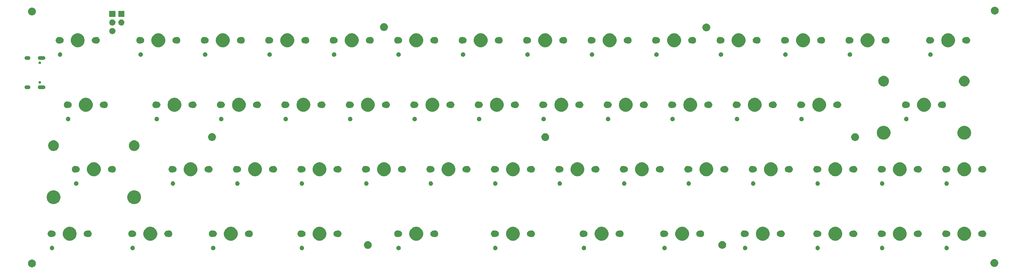
<source format=gbr>
G04 #@! TF.GenerationSoftware,KiCad,Pcbnew,(5.1.4-0-10_14)*
G04 #@! TF.CreationDate,2024-02-26T14:42:05+09:00*
G04 #@! TF.ProjectId,carry53-pcb,63617272-7935-4332-9d70-63622e6b6963,rev?*
G04 #@! TF.SameCoordinates,Original*
G04 #@! TF.FileFunction,Soldermask,Top*
G04 #@! TF.FilePolarity,Negative*
%FSLAX46Y46*%
G04 Gerber Fmt 4.6, Leading zero omitted, Abs format (unit mm)*
G04 Created by KiCad (PCBNEW (5.1.4-0-10_14)) date 2024-02-26 14:42:05*
%MOMM*%
%LPD*%
G04 APERTURE LIST*
%ADD10C,0.100000*%
G04 APERTURE END LIST*
D10*
G36*
X15274049Y-88596616D02*
G01*
X15385234Y-88618732D01*
X15533350Y-88680084D01*
X15592200Y-88704460D01*
X15594703Y-88705497D01*
X15783220Y-88831460D01*
X15943540Y-88991780D01*
X16069503Y-89180297D01*
X16156268Y-89389766D01*
X16200500Y-89612136D01*
X16200500Y-89838864D01*
X16156268Y-90061234D01*
X16069503Y-90270703D01*
X15943540Y-90459220D01*
X15783220Y-90619540D01*
X15594703Y-90745503D01*
X15594702Y-90745504D01*
X15594701Y-90745504D01*
X15533350Y-90770916D01*
X15385234Y-90832268D01*
X15274049Y-90854384D01*
X15162865Y-90876500D01*
X14936135Y-90876500D01*
X14824951Y-90854384D01*
X14713766Y-90832268D01*
X14565650Y-90770916D01*
X14504299Y-90745504D01*
X14504298Y-90745504D01*
X14504297Y-90745503D01*
X14315780Y-90619540D01*
X14155460Y-90459220D01*
X14029497Y-90270703D01*
X13942732Y-90061234D01*
X13898500Y-89838864D01*
X13898500Y-89612136D01*
X13942732Y-89389766D01*
X14029497Y-89180297D01*
X14155460Y-88991780D01*
X14315780Y-88831460D01*
X14504297Y-88705497D01*
X14506801Y-88704460D01*
X14565650Y-88680084D01*
X14713766Y-88618732D01*
X14824951Y-88596616D01*
X14936135Y-88574500D01*
X15162865Y-88574500D01*
X15274049Y-88596616D01*
X15274049Y-88596616D01*
G37*
G36*
X299627049Y-88469616D02*
G01*
X299738234Y-88491732D01*
X299886350Y-88553084D01*
X299938054Y-88574500D01*
X299947703Y-88578497D01*
X300136220Y-88704460D01*
X300296540Y-88864780D01*
X300422503Y-89053297D01*
X300509268Y-89262766D01*
X300553500Y-89485136D01*
X300553500Y-89711864D01*
X300509268Y-89934234D01*
X300422503Y-90143703D01*
X300296540Y-90332220D01*
X300136220Y-90492540D01*
X299947703Y-90618503D01*
X299947702Y-90618504D01*
X299947701Y-90618504D01*
X299886350Y-90643916D01*
X299738234Y-90705268D01*
X299627049Y-90727384D01*
X299515865Y-90749500D01*
X299289135Y-90749500D01*
X299177951Y-90727384D01*
X299066766Y-90705268D01*
X298918650Y-90643916D01*
X298857299Y-90618504D01*
X298857298Y-90618504D01*
X298857297Y-90618503D01*
X298668780Y-90492540D01*
X298508460Y-90332220D01*
X298382497Y-90143703D01*
X298295732Y-89934234D01*
X298251500Y-89711864D01*
X298251500Y-89485136D01*
X298295732Y-89262766D01*
X298382497Y-89053297D01*
X298508460Y-88864780D01*
X298668780Y-88704460D01*
X298857297Y-88578497D01*
X298866947Y-88574500D01*
X298918650Y-88553084D01*
X299066766Y-88491732D01*
X299177951Y-88469616D01*
X299289135Y-88447500D01*
X299515865Y-88447500D01*
X299627049Y-88469616D01*
X299627049Y-88469616D01*
G37*
G36*
X247382390Y-84536517D02*
G01*
X247500864Y-84585591D01*
X247607488Y-84656835D01*
X247698165Y-84747512D01*
X247769409Y-84854136D01*
X247818483Y-84972610D01*
X247843500Y-85098382D01*
X247843500Y-85226618D01*
X247818483Y-85352390D01*
X247769409Y-85470864D01*
X247698165Y-85577488D01*
X247607488Y-85668165D01*
X247500864Y-85739409D01*
X247500863Y-85739410D01*
X247500862Y-85739410D01*
X247382390Y-85788483D01*
X247256619Y-85813500D01*
X247128381Y-85813500D01*
X247002610Y-85788483D01*
X246884138Y-85739410D01*
X246884137Y-85739410D01*
X246884136Y-85739409D01*
X246777512Y-85668165D01*
X246686835Y-85577488D01*
X246615591Y-85470864D01*
X246566517Y-85352390D01*
X246541500Y-85226618D01*
X246541500Y-85098382D01*
X246566517Y-84972610D01*
X246615591Y-84854136D01*
X246686835Y-84747512D01*
X246777512Y-84656835D01*
X246884136Y-84585591D01*
X247002610Y-84536517D01*
X247128381Y-84511500D01*
X247256619Y-84511500D01*
X247382390Y-84536517D01*
X247382390Y-84536517D01*
G37*
G36*
X225951140Y-84536517D02*
G01*
X226069614Y-84585591D01*
X226176238Y-84656835D01*
X226266915Y-84747512D01*
X226338159Y-84854136D01*
X226387233Y-84972610D01*
X226412250Y-85098382D01*
X226412250Y-85226618D01*
X226387233Y-85352390D01*
X226338159Y-85470864D01*
X226266915Y-85577488D01*
X226176238Y-85668165D01*
X226069614Y-85739409D01*
X226069613Y-85739410D01*
X226069612Y-85739410D01*
X225951140Y-85788483D01*
X225825369Y-85813500D01*
X225697131Y-85813500D01*
X225571360Y-85788483D01*
X225452888Y-85739410D01*
X225452887Y-85739410D01*
X225452886Y-85739409D01*
X225346262Y-85668165D01*
X225255585Y-85577488D01*
X225184341Y-85470864D01*
X225135267Y-85352390D01*
X225110250Y-85226618D01*
X225110250Y-85098382D01*
X225135267Y-84972610D01*
X225184341Y-84854136D01*
X225255585Y-84747512D01*
X225346262Y-84656835D01*
X225452886Y-84585591D01*
X225571360Y-84536517D01*
X225697131Y-84511500D01*
X225825369Y-84511500D01*
X225951140Y-84536517D01*
X225951140Y-84536517D01*
G37*
G36*
X202138640Y-84536517D02*
G01*
X202257114Y-84585591D01*
X202363738Y-84656835D01*
X202454415Y-84747512D01*
X202525659Y-84854136D01*
X202574733Y-84972610D01*
X202599750Y-85098382D01*
X202599750Y-85226618D01*
X202574733Y-85352390D01*
X202525659Y-85470864D01*
X202454415Y-85577488D01*
X202363738Y-85668165D01*
X202257114Y-85739409D01*
X202257113Y-85739410D01*
X202257112Y-85739410D01*
X202138640Y-85788483D01*
X202012869Y-85813500D01*
X201884631Y-85813500D01*
X201758860Y-85788483D01*
X201640388Y-85739410D01*
X201640387Y-85739410D01*
X201640386Y-85739409D01*
X201533762Y-85668165D01*
X201443085Y-85577488D01*
X201371841Y-85470864D01*
X201322767Y-85352390D01*
X201297750Y-85226618D01*
X201297750Y-85098382D01*
X201322767Y-84972610D01*
X201371841Y-84854136D01*
X201443085Y-84747512D01*
X201533762Y-84656835D01*
X201640386Y-84585591D01*
X201758860Y-84536517D01*
X201884631Y-84511500D01*
X202012869Y-84511500D01*
X202138640Y-84536517D01*
X202138640Y-84536517D01*
G37*
G36*
X178326140Y-84536517D02*
G01*
X178444614Y-84585591D01*
X178551238Y-84656835D01*
X178641915Y-84747512D01*
X178713159Y-84854136D01*
X178762233Y-84972610D01*
X178787250Y-85098382D01*
X178787250Y-85226618D01*
X178762233Y-85352390D01*
X178713159Y-85470864D01*
X178641915Y-85577488D01*
X178551238Y-85668165D01*
X178444614Y-85739409D01*
X178444613Y-85739410D01*
X178444612Y-85739410D01*
X178326140Y-85788483D01*
X178200369Y-85813500D01*
X178072131Y-85813500D01*
X177946360Y-85788483D01*
X177827888Y-85739410D01*
X177827887Y-85739410D01*
X177827886Y-85739409D01*
X177721262Y-85668165D01*
X177630585Y-85577488D01*
X177559341Y-85470864D01*
X177510267Y-85352390D01*
X177485250Y-85226618D01*
X177485250Y-85098382D01*
X177510267Y-84972610D01*
X177559341Y-84854136D01*
X177630585Y-84747512D01*
X177721262Y-84656835D01*
X177827886Y-84585591D01*
X177946360Y-84536517D01*
X178072131Y-84511500D01*
X178200369Y-84511500D01*
X178326140Y-84536517D01*
X178326140Y-84536517D01*
G37*
G36*
X152132390Y-84536517D02*
G01*
X152250864Y-84585591D01*
X152357488Y-84656835D01*
X152448165Y-84747512D01*
X152519409Y-84854136D01*
X152568483Y-84972610D01*
X152593500Y-85098382D01*
X152593500Y-85226618D01*
X152568483Y-85352390D01*
X152519409Y-85470864D01*
X152448165Y-85577488D01*
X152357488Y-85668165D01*
X152250864Y-85739409D01*
X152250863Y-85739410D01*
X152250862Y-85739410D01*
X152132390Y-85788483D01*
X152006619Y-85813500D01*
X151878381Y-85813500D01*
X151752610Y-85788483D01*
X151634138Y-85739410D01*
X151634137Y-85739410D01*
X151634136Y-85739409D01*
X151527512Y-85668165D01*
X151436835Y-85577488D01*
X151365591Y-85470864D01*
X151316517Y-85352390D01*
X151291500Y-85226618D01*
X151291500Y-85098382D01*
X151316517Y-84972610D01*
X151365591Y-84854136D01*
X151436835Y-84747512D01*
X151527512Y-84656835D01*
X151634136Y-84585591D01*
X151752610Y-84536517D01*
X151878381Y-84511500D01*
X152006619Y-84511500D01*
X152132390Y-84536517D01*
X152132390Y-84536517D01*
G37*
G36*
X123557390Y-84536517D02*
G01*
X123675864Y-84585591D01*
X123782488Y-84656835D01*
X123873165Y-84747512D01*
X123944409Y-84854136D01*
X123993483Y-84972610D01*
X124018500Y-85098382D01*
X124018500Y-85226618D01*
X123993483Y-85352390D01*
X123944409Y-85470864D01*
X123873165Y-85577488D01*
X123782488Y-85668165D01*
X123675864Y-85739409D01*
X123675863Y-85739410D01*
X123675862Y-85739410D01*
X123557390Y-85788483D01*
X123431619Y-85813500D01*
X123303381Y-85813500D01*
X123177610Y-85788483D01*
X123059138Y-85739410D01*
X123059137Y-85739410D01*
X123059136Y-85739409D01*
X122952512Y-85668165D01*
X122861835Y-85577488D01*
X122790591Y-85470864D01*
X122741517Y-85352390D01*
X122716500Y-85226618D01*
X122716500Y-85098382D01*
X122741517Y-84972610D01*
X122790591Y-84854136D01*
X122861835Y-84747512D01*
X122952512Y-84656835D01*
X123059136Y-84585591D01*
X123177610Y-84536517D01*
X123303381Y-84511500D01*
X123431619Y-84511500D01*
X123557390Y-84536517D01*
X123557390Y-84536517D01*
G37*
G36*
X94982390Y-84536517D02*
G01*
X95100864Y-84585591D01*
X95207488Y-84656835D01*
X95298165Y-84747512D01*
X95369409Y-84854136D01*
X95418483Y-84972610D01*
X95443500Y-85098382D01*
X95443500Y-85226618D01*
X95418483Y-85352390D01*
X95369409Y-85470864D01*
X95298165Y-85577488D01*
X95207488Y-85668165D01*
X95100864Y-85739409D01*
X95100863Y-85739410D01*
X95100862Y-85739410D01*
X94982390Y-85788483D01*
X94856619Y-85813500D01*
X94728381Y-85813500D01*
X94602610Y-85788483D01*
X94484138Y-85739410D01*
X94484137Y-85739410D01*
X94484136Y-85739409D01*
X94377512Y-85668165D01*
X94286835Y-85577488D01*
X94215591Y-85470864D01*
X94166517Y-85352390D01*
X94141500Y-85226618D01*
X94141500Y-85098382D01*
X94166517Y-84972610D01*
X94215591Y-84854136D01*
X94286835Y-84747512D01*
X94377512Y-84656835D01*
X94484136Y-84585591D01*
X94602610Y-84536517D01*
X94728381Y-84511500D01*
X94856619Y-84511500D01*
X94982390Y-84536517D01*
X94982390Y-84536517D01*
G37*
G36*
X68788640Y-84536517D02*
G01*
X68907114Y-84585591D01*
X69013738Y-84656835D01*
X69104415Y-84747512D01*
X69175659Y-84854136D01*
X69224733Y-84972610D01*
X69249750Y-85098382D01*
X69249750Y-85226618D01*
X69224733Y-85352390D01*
X69175659Y-85470864D01*
X69104415Y-85577488D01*
X69013738Y-85668165D01*
X68907114Y-85739409D01*
X68907113Y-85739410D01*
X68907112Y-85739410D01*
X68788640Y-85788483D01*
X68662869Y-85813500D01*
X68534631Y-85813500D01*
X68408860Y-85788483D01*
X68290388Y-85739410D01*
X68290387Y-85739410D01*
X68290386Y-85739409D01*
X68183762Y-85668165D01*
X68093085Y-85577488D01*
X68021841Y-85470864D01*
X67972767Y-85352390D01*
X67947750Y-85226618D01*
X67947750Y-85098382D01*
X67972767Y-84972610D01*
X68021841Y-84854136D01*
X68093085Y-84747512D01*
X68183762Y-84656835D01*
X68290386Y-84585591D01*
X68408860Y-84536517D01*
X68534631Y-84511500D01*
X68662869Y-84511500D01*
X68788640Y-84536517D01*
X68788640Y-84536517D01*
G37*
G36*
X44976140Y-84536517D02*
G01*
X45094614Y-84585591D01*
X45201238Y-84656835D01*
X45291915Y-84747512D01*
X45363159Y-84854136D01*
X45412233Y-84972610D01*
X45437250Y-85098382D01*
X45437250Y-85226618D01*
X45412233Y-85352390D01*
X45363159Y-85470864D01*
X45291915Y-85577488D01*
X45201238Y-85668165D01*
X45094614Y-85739409D01*
X45094613Y-85739410D01*
X45094612Y-85739410D01*
X44976140Y-85788483D01*
X44850369Y-85813500D01*
X44722131Y-85813500D01*
X44596360Y-85788483D01*
X44477888Y-85739410D01*
X44477887Y-85739410D01*
X44477886Y-85739409D01*
X44371262Y-85668165D01*
X44280585Y-85577488D01*
X44209341Y-85470864D01*
X44160267Y-85352390D01*
X44135250Y-85226618D01*
X44135250Y-85098382D01*
X44160267Y-84972610D01*
X44209341Y-84854136D01*
X44280585Y-84747512D01*
X44371262Y-84656835D01*
X44477886Y-84585591D01*
X44596360Y-84536517D01*
X44722131Y-84511500D01*
X44850369Y-84511500D01*
X44976140Y-84536517D01*
X44976140Y-84536517D01*
G37*
G36*
X21163640Y-84536517D02*
G01*
X21282114Y-84585591D01*
X21388738Y-84656835D01*
X21479415Y-84747512D01*
X21550659Y-84854136D01*
X21599733Y-84972610D01*
X21624750Y-85098382D01*
X21624750Y-85226618D01*
X21599733Y-85352390D01*
X21550659Y-85470864D01*
X21479415Y-85577488D01*
X21388738Y-85668165D01*
X21282114Y-85739409D01*
X21282113Y-85739410D01*
X21282112Y-85739410D01*
X21163640Y-85788483D01*
X21037869Y-85813500D01*
X20909631Y-85813500D01*
X20783860Y-85788483D01*
X20665388Y-85739410D01*
X20665387Y-85739410D01*
X20665386Y-85739409D01*
X20558762Y-85668165D01*
X20468085Y-85577488D01*
X20396841Y-85470864D01*
X20347767Y-85352390D01*
X20322750Y-85226618D01*
X20322750Y-85098382D01*
X20347767Y-84972610D01*
X20396841Y-84854136D01*
X20468085Y-84747512D01*
X20558762Y-84656835D01*
X20665386Y-84585591D01*
X20783860Y-84536517D01*
X20909631Y-84511500D01*
X21037869Y-84511500D01*
X21163640Y-84536517D01*
X21163640Y-84536517D01*
G37*
G36*
X285482390Y-84536517D02*
G01*
X285600864Y-84585591D01*
X285707488Y-84656835D01*
X285798165Y-84747512D01*
X285869409Y-84854136D01*
X285918483Y-84972610D01*
X285943500Y-85098382D01*
X285943500Y-85226618D01*
X285918483Y-85352390D01*
X285869409Y-85470864D01*
X285798165Y-85577488D01*
X285707488Y-85668165D01*
X285600864Y-85739409D01*
X285600863Y-85739410D01*
X285600862Y-85739410D01*
X285482390Y-85788483D01*
X285356619Y-85813500D01*
X285228381Y-85813500D01*
X285102610Y-85788483D01*
X284984138Y-85739410D01*
X284984137Y-85739410D01*
X284984136Y-85739409D01*
X284877512Y-85668165D01*
X284786835Y-85577488D01*
X284715591Y-85470864D01*
X284666517Y-85352390D01*
X284641500Y-85226618D01*
X284641500Y-85098382D01*
X284666517Y-84972610D01*
X284715591Y-84854136D01*
X284786835Y-84747512D01*
X284877512Y-84656835D01*
X284984136Y-84585591D01*
X285102610Y-84536517D01*
X285228381Y-84511500D01*
X285356619Y-84511500D01*
X285482390Y-84536517D01*
X285482390Y-84536517D01*
G37*
G36*
X266432390Y-84536517D02*
G01*
X266550864Y-84585591D01*
X266657488Y-84656835D01*
X266748165Y-84747512D01*
X266819409Y-84854136D01*
X266868483Y-84972610D01*
X266893500Y-85098382D01*
X266893500Y-85226618D01*
X266868483Y-85352390D01*
X266819409Y-85470864D01*
X266748165Y-85577488D01*
X266657488Y-85668165D01*
X266550864Y-85739409D01*
X266550863Y-85739410D01*
X266550862Y-85739410D01*
X266432390Y-85788483D01*
X266306619Y-85813500D01*
X266178381Y-85813500D01*
X266052610Y-85788483D01*
X265934138Y-85739410D01*
X265934137Y-85739410D01*
X265934136Y-85739409D01*
X265827512Y-85668165D01*
X265736835Y-85577488D01*
X265665591Y-85470864D01*
X265616517Y-85352390D01*
X265591500Y-85226618D01*
X265591500Y-85098382D01*
X265616517Y-84972610D01*
X265665591Y-84854136D01*
X265736835Y-84747512D01*
X265827512Y-84656835D01*
X265934136Y-84585591D01*
X266052610Y-84536517D01*
X266178381Y-84511500D01*
X266306619Y-84511500D01*
X266432390Y-84536517D01*
X266432390Y-84536517D01*
G37*
G36*
X114512049Y-83158616D02*
G01*
X114623234Y-83180732D01*
X114832703Y-83267497D01*
X115021220Y-83393460D01*
X115181540Y-83553780D01*
X115307503Y-83742297D01*
X115394268Y-83951766D01*
X115438500Y-84174136D01*
X115438500Y-84400864D01*
X115394268Y-84623234D01*
X115307503Y-84832703D01*
X115181540Y-85021220D01*
X115021220Y-85181540D01*
X114832703Y-85307503D01*
X114623234Y-85394268D01*
X114512049Y-85416384D01*
X114400865Y-85438500D01*
X114174135Y-85438500D01*
X114062951Y-85416384D01*
X113951766Y-85394268D01*
X113742297Y-85307503D01*
X113553780Y-85181540D01*
X113393460Y-85021220D01*
X113267497Y-84832703D01*
X113180732Y-84623234D01*
X113136500Y-84400864D01*
X113136500Y-84174136D01*
X113180732Y-83951766D01*
X113267497Y-83742297D01*
X113393460Y-83553780D01*
X113553780Y-83393460D01*
X113742297Y-83267497D01*
X113951766Y-83180732D01*
X114062951Y-83158616D01*
X114174135Y-83136500D01*
X114400865Y-83136500D01*
X114512049Y-83158616D01*
X114512049Y-83158616D01*
G37*
G36*
X219236049Y-83114616D02*
G01*
X219347234Y-83136732D01*
X219556703Y-83223497D01*
X219745220Y-83349460D01*
X219905540Y-83509780D01*
X220031503Y-83698297D01*
X220118268Y-83907766D01*
X220162500Y-84130136D01*
X220162500Y-84356864D01*
X220118268Y-84579234D01*
X220031503Y-84788703D01*
X219905540Y-84977220D01*
X219745220Y-85137540D01*
X219556703Y-85263503D01*
X219347234Y-85350268D01*
X219236049Y-85372384D01*
X219124865Y-85394500D01*
X218898135Y-85394500D01*
X218786951Y-85372384D01*
X218675766Y-85350268D01*
X218466297Y-85263503D01*
X218277780Y-85137540D01*
X218117460Y-84977220D01*
X217991497Y-84788703D01*
X217904732Y-84579234D01*
X217860500Y-84356864D01*
X217860500Y-84130136D01*
X217904732Y-83907766D01*
X217991497Y-83698297D01*
X218117460Y-83509780D01*
X218277780Y-83349460D01*
X218466297Y-83223497D01*
X218675766Y-83136732D01*
X218786951Y-83114616D01*
X218898135Y-83092500D01*
X219124865Y-83092500D01*
X219236049Y-83114616D01*
X219236049Y-83114616D01*
G37*
G36*
X26790224Y-78996184D02*
G01*
X27008224Y-79086483D01*
X27162373Y-79150333D01*
X27497298Y-79374123D01*
X27782127Y-79658952D01*
X28005917Y-79993877D01*
X28063581Y-80133091D01*
X28160066Y-80366026D01*
X28238650Y-80761094D01*
X28238650Y-81163906D01*
X28160066Y-81558974D01*
X28109201Y-81681772D01*
X28005917Y-81931123D01*
X27782127Y-82266048D01*
X27497298Y-82550877D01*
X27162373Y-82774667D01*
X27008224Y-82838517D01*
X26790224Y-82928816D01*
X26395156Y-83007400D01*
X25992344Y-83007400D01*
X25597276Y-82928816D01*
X25379276Y-82838517D01*
X25225127Y-82774667D01*
X24890202Y-82550877D01*
X24605373Y-82266048D01*
X24381583Y-81931123D01*
X24278299Y-81681772D01*
X24227434Y-81558974D01*
X24148850Y-81163906D01*
X24148850Y-80761094D01*
X24227434Y-80366026D01*
X24323919Y-80133091D01*
X24381583Y-79993877D01*
X24605373Y-79658952D01*
X24890202Y-79374123D01*
X25225127Y-79150333D01*
X25379276Y-79086483D01*
X25597276Y-78996184D01*
X25992344Y-78917600D01*
X26395156Y-78917600D01*
X26790224Y-78996184D01*
X26790224Y-78996184D01*
G37*
G36*
X50602724Y-78996184D02*
G01*
X50820724Y-79086483D01*
X50974873Y-79150333D01*
X51309798Y-79374123D01*
X51594627Y-79658952D01*
X51818417Y-79993877D01*
X51876081Y-80133091D01*
X51972566Y-80366026D01*
X52051150Y-80761094D01*
X52051150Y-81163906D01*
X51972566Y-81558974D01*
X51921701Y-81681772D01*
X51818417Y-81931123D01*
X51594627Y-82266048D01*
X51309798Y-82550877D01*
X50974873Y-82774667D01*
X50820724Y-82838517D01*
X50602724Y-82928816D01*
X50207656Y-83007400D01*
X49804844Y-83007400D01*
X49409776Y-82928816D01*
X49191776Y-82838517D01*
X49037627Y-82774667D01*
X48702702Y-82550877D01*
X48417873Y-82266048D01*
X48194083Y-81931123D01*
X48090799Y-81681772D01*
X48039934Y-81558974D01*
X47961350Y-81163906D01*
X47961350Y-80761094D01*
X48039934Y-80366026D01*
X48136419Y-80133091D01*
X48194083Y-79993877D01*
X48417873Y-79658952D01*
X48702702Y-79374123D01*
X49037627Y-79150333D01*
X49191776Y-79086483D01*
X49409776Y-78996184D01*
X49804844Y-78917600D01*
X50207656Y-78917600D01*
X50602724Y-78996184D01*
X50602724Y-78996184D01*
G37*
G36*
X74415224Y-78996184D02*
G01*
X74633224Y-79086483D01*
X74787373Y-79150333D01*
X75122298Y-79374123D01*
X75407127Y-79658952D01*
X75630917Y-79993877D01*
X75688581Y-80133091D01*
X75785066Y-80366026D01*
X75863650Y-80761094D01*
X75863650Y-81163906D01*
X75785066Y-81558974D01*
X75734201Y-81681772D01*
X75630917Y-81931123D01*
X75407127Y-82266048D01*
X75122298Y-82550877D01*
X74787373Y-82774667D01*
X74633224Y-82838517D01*
X74415224Y-82928816D01*
X74020156Y-83007400D01*
X73617344Y-83007400D01*
X73222276Y-82928816D01*
X73004276Y-82838517D01*
X72850127Y-82774667D01*
X72515202Y-82550877D01*
X72230373Y-82266048D01*
X72006583Y-81931123D01*
X71903299Y-81681772D01*
X71852434Y-81558974D01*
X71773850Y-81163906D01*
X71773850Y-80761094D01*
X71852434Y-80366026D01*
X71948919Y-80133091D01*
X72006583Y-79993877D01*
X72230373Y-79658952D01*
X72515202Y-79374123D01*
X72850127Y-79150333D01*
X73004276Y-79086483D01*
X73222276Y-78996184D01*
X73617344Y-78917600D01*
X74020156Y-78917600D01*
X74415224Y-78996184D01*
X74415224Y-78996184D01*
G37*
G36*
X100608974Y-78996184D02*
G01*
X100826974Y-79086483D01*
X100981123Y-79150333D01*
X101316048Y-79374123D01*
X101600877Y-79658952D01*
X101824667Y-79993877D01*
X101882331Y-80133091D01*
X101978816Y-80366026D01*
X102057400Y-80761094D01*
X102057400Y-81163906D01*
X101978816Y-81558974D01*
X101927951Y-81681772D01*
X101824667Y-81931123D01*
X101600877Y-82266048D01*
X101316048Y-82550877D01*
X100981123Y-82774667D01*
X100826974Y-82838517D01*
X100608974Y-82928816D01*
X100213906Y-83007400D01*
X99811094Y-83007400D01*
X99416026Y-82928816D01*
X99198026Y-82838517D01*
X99043877Y-82774667D01*
X98708952Y-82550877D01*
X98424123Y-82266048D01*
X98200333Y-81931123D01*
X98097049Y-81681772D01*
X98046184Y-81558974D01*
X97967600Y-81163906D01*
X97967600Y-80761094D01*
X98046184Y-80366026D01*
X98142669Y-80133091D01*
X98200333Y-79993877D01*
X98424123Y-79658952D01*
X98708952Y-79374123D01*
X99043877Y-79150333D01*
X99198026Y-79086483D01*
X99416026Y-78996184D01*
X99811094Y-78917600D01*
X100213906Y-78917600D01*
X100608974Y-78996184D01*
X100608974Y-78996184D01*
G37*
G36*
X129183974Y-78996184D02*
G01*
X129401974Y-79086483D01*
X129556123Y-79150333D01*
X129891048Y-79374123D01*
X130175877Y-79658952D01*
X130399667Y-79993877D01*
X130457331Y-80133091D01*
X130553816Y-80366026D01*
X130632400Y-80761094D01*
X130632400Y-81163906D01*
X130553816Y-81558974D01*
X130502951Y-81681772D01*
X130399667Y-81931123D01*
X130175877Y-82266048D01*
X129891048Y-82550877D01*
X129556123Y-82774667D01*
X129401974Y-82838517D01*
X129183974Y-82928816D01*
X128788906Y-83007400D01*
X128386094Y-83007400D01*
X127991026Y-82928816D01*
X127773026Y-82838517D01*
X127618877Y-82774667D01*
X127283952Y-82550877D01*
X126999123Y-82266048D01*
X126775333Y-81931123D01*
X126672049Y-81681772D01*
X126621184Y-81558974D01*
X126542600Y-81163906D01*
X126542600Y-80761094D01*
X126621184Y-80366026D01*
X126717669Y-80133091D01*
X126775333Y-79993877D01*
X126999123Y-79658952D01*
X127283952Y-79374123D01*
X127618877Y-79150333D01*
X127773026Y-79086483D01*
X127991026Y-78996184D01*
X128386094Y-78917600D01*
X128788906Y-78917600D01*
X129183974Y-78996184D01*
X129183974Y-78996184D01*
G37*
G36*
X157758974Y-78996184D02*
G01*
X157976974Y-79086483D01*
X158131123Y-79150333D01*
X158466048Y-79374123D01*
X158750877Y-79658952D01*
X158974667Y-79993877D01*
X159032331Y-80133091D01*
X159128816Y-80366026D01*
X159207400Y-80761094D01*
X159207400Y-81163906D01*
X159128816Y-81558974D01*
X159077951Y-81681772D01*
X158974667Y-81931123D01*
X158750877Y-82266048D01*
X158466048Y-82550877D01*
X158131123Y-82774667D01*
X157976974Y-82838517D01*
X157758974Y-82928816D01*
X157363906Y-83007400D01*
X156961094Y-83007400D01*
X156566026Y-82928816D01*
X156348026Y-82838517D01*
X156193877Y-82774667D01*
X155858952Y-82550877D01*
X155574123Y-82266048D01*
X155350333Y-81931123D01*
X155247049Y-81681772D01*
X155196184Y-81558974D01*
X155117600Y-81163906D01*
X155117600Y-80761094D01*
X155196184Y-80366026D01*
X155292669Y-80133091D01*
X155350333Y-79993877D01*
X155574123Y-79658952D01*
X155858952Y-79374123D01*
X156193877Y-79150333D01*
X156348026Y-79086483D01*
X156566026Y-78996184D01*
X156961094Y-78917600D01*
X157363906Y-78917600D01*
X157758974Y-78996184D01*
X157758974Y-78996184D01*
G37*
G36*
X183952724Y-78996184D02*
G01*
X184170724Y-79086483D01*
X184324873Y-79150333D01*
X184659798Y-79374123D01*
X184944627Y-79658952D01*
X185168417Y-79993877D01*
X185226081Y-80133091D01*
X185322566Y-80366026D01*
X185401150Y-80761094D01*
X185401150Y-81163906D01*
X185322566Y-81558974D01*
X185271701Y-81681772D01*
X185168417Y-81931123D01*
X184944627Y-82266048D01*
X184659798Y-82550877D01*
X184324873Y-82774667D01*
X184170724Y-82838517D01*
X183952724Y-82928816D01*
X183557656Y-83007400D01*
X183154844Y-83007400D01*
X182759776Y-82928816D01*
X182541776Y-82838517D01*
X182387627Y-82774667D01*
X182052702Y-82550877D01*
X181767873Y-82266048D01*
X181544083Y-81931123D01*
X181440799Y-81681772D01*
X181389934Y-81558974D01*
X181311350Y-81163906D01*
X181311350Y-80761094D01*
X181389934Y-80366026D01*
X181486419Y-80133091D01*
X181544083Y-79993877D01*
X181767873Y-79658952D01*
X182052702Y-79374123D01*
X182387627Y-79150333D01*
X182541776Y-79086483D01*
X182759776Y-78996184D01*
X183154844Y-78917600D01*
X183557656Y-78917600D01*
X183952724Y-78996184D01*
X183952724Y-78996184D01*
G37*
G36*
X207765224Y-78996184D02*
G01*
X207983224Y-79086483D01*
X208137373Y-79150333D01*
X208472298Y-79374123D01*
X208757127Y-79658952D01*
X208980917Y-79993877D01*
X209038581Y-80133091D01*
X209135066Y-80366026D01*
X209213650Y-80761094D01*
X209213650Y-81163906D01*
X209135066Y-81558974D01*
X209084201Y-81681772D01*
X208980917Y-81931123D01*
X208757127Y-82266048D01*
X208472298Y-82550877D01*
X208137373Y-82774667D01*
X207983224Y-82838517D01*
X207765224Y-82928816D01*
X207370156Y-83007400D01*
X206967344Y-83007400D01*
X206572276Y-82928816D01*
X206354276Y-82838517D01*
X206200127Y-82774667D01*
X205865202Y-82550877D01*
X205580373Y-82266048D01*
X205356583Y-81931123D01*
X205253299Y-81681772D01*
X205202434Y-81558974D01*
X205123850Y-81163906D01*
X205123850Y-80761094D01*
X205202434Y-80366026D01*
X205298919Y-80133091D01*
X205356583Y-79993877D01*
X205580373Y-79658952D01*
X205865202Y-79374123D01*
X206200127Y-79150333D01*
X206354276Y-79086483D01*
X206572276Y-78996184D01*
X206967344Y-78917600D01*
X207370156Y-78917600D01*
X207765224Y-78996184D01*
X207765224Y-78996184D01*
G37*
G36*
X231577724Y-78996184D02*
G01*
X231795724Y-79086483D01*
X231949873Y-79150333D01*
X232284798Y-79374123D01*
X232569627Y-79658952D01*
X232793417Y-79993877D01*
X232851081Y-80133091D01*
X232947566Y-80366026D01*
X233026150Y-80761094D01*
X233026150Y-81163906D01*
X232947566Y-81558974D01*
X232896701Y-81681772D01*
X232793417Y-81931123D01*
X232569627Y-82266048D01*
X232284798Y-82550877D01*
X231949873Y-82774667D01*
X231795724Y-82838517D01*
X231577724Y-82928816D01*
X231182656Y-83007400D01*
X230779844Y-83007400D01*
X230384776Y-82928816D01*
X230166776Y-82838517D01*
X230012627Y-82774667D01*
X229677702Y-82550877D01*
X229392873Y-82266048D01*
X229169083Y-81931123D01*
X229065799Y-81681772D01*
X229014934Y-81558974D01*
X228936350Y-81163906D01*
X228936350Y-80761094D01*
X229014934Y-80366026D01*
X229111419Y-80133091D01*
X229169083Y-79993877D01*
X229392873Y-79658952D01*
X229677702Y-79374123D01*
X230012627Y-79150333D01*
X230166776Y-79086483D01*
X230384776Y-78996184D01*
X230779844Y-78917600D01*
X231182656Y-78917600D01*
X231577724Y-78996184D01*
X231577724Y-78996184D01*
G37*
G36*
X253008974Y-78996184D02*
G01*
X253226974Y-79086483D01*
X253381123Y-79150333D01*
X253716048Y-79374123D01*
X254000877Y-79658952D01*
X254224667Y-79993877D01*
X254282331Y-80133091D01*
X254378816Y-80366026D01*
X254457400Y-80761094D01*
X254457400Y-81163906D01*
X254378816Y-81558974D01*
X254327951Y-81681772D01*
X254224667Y-81931123D01*
X254000877Y-82266048D01*
X253716048Y-82550877D01*
X253381123Y-82774667D01*
X253226974Y-82838517D01*
X253008974Y-82928816D01*
X252613906Y-83007400D01*
X252211094Y-83007400D01*
X251816026Y-82928816D01*
X251598026Y-82838517D01*
X251443877Y-82774667D01*
X251108952Y-82550877D01*
X250824123Y-82266048D01*
X250600333Y-81931123D01*
X250497049Y-81681772D01*
X250446184Y-81558974D01*
X250367600Y-81163906D01*
X250367600Y-80761094D01*
X250446184Y-80366026D01*
X250542669Y-80133091D01*
X250600333Y-79993877D01*
X250824123Y-79658952D01*
X251108952Y-79374123D01*
X251443877Y-79150333D01*
X251598026Y-79086483D01*
X251816026Y-78996184D01*
X252211094Y-78917600D01*
X252613906Y-78917600D01*
X253008974Y-78996184D01*
X253008974Y-78996184D01*
G37*
G36*
X272058974Y-78996184D02*
G01*
X272276974Y-79086483D01*
X272431123Y-79150333D01*
X272766048Y-79374123D01*
X273050877Y-79658952D01*
X273274667Y-79993877D01*
X273332331Y-80133091D01*
X273428816Y-80366026D01*
X273507400Y-80761094D01*
X273507400Y-81163906D01*
X273428816Y-81558974D01*
X273377951Y-81681772D01*
X273274667Y-81931123D01*
X273050877Y-82266048D01*
X272766048Y-82550877D01*
X272431123Y-82774667D01*
X272276974Y-82838517D01*
X272058974Y-82928816D01*
X271663906Y-83007400D01*
X271261094Y-83007400D01*
X270866026Y-82928816D01*
X270648026Y-82838517D01*
X270493877Y-82774667D01*
X270158952Y-82550877D01*
X269874123Y-82266048D01*
X269650333Y-81931123D01*
X269547049Y-81681772D01*
X269496184Y-81558974D01*
X269417600Y-81163906D01*
X269417600Y-80761094D01*
X269496184Y-80366026D01*
X269592669Y-80133091D01*
X269650333Y-79993877D01*
X269874123Y-79658952D01*
X270158952Y-79374123D01*
X270493877Y-79150333D01*
X270648026Y-79086483D01*
X270866026Y-78996184D01*
X271261094Y-78917600D01*
X271663906Y-78917600D01*
X272058974Y-78996184D01*
X272058974Y-78996184D01*
G37*
G36*
X291108974Y-78996184D02*
G01*
X291326974Y-79086483D01*
X291481123Y-79150333D01*
X291816048Y-79374123D01*
X292100877Y-79658952D01*
X292324667Y-79993877D01*
X292382331Y-80133091D01*
X292478816Y-80366026D01*
X292557400Y-80761094D01*
X292557400Y-81163906D01*
X292478816Y-81558974D01*
X292427951Y-81681772D01*
X292324667Y-81931123D01*
X292100877Y-82266048D01*
X291816048Y-82550877D01*
X291481123Y-82774667D01*
X291326974Y-82838517D01*
X291108974Y-82928816D01*
X290713906Y-83007400D01*
X290311094Y-83007400D01*
X289916026Y-82928816D01*
X289698026Y-82838517D01*
X289543877Y-82774667D01*
X289208952Y-82550877D01*
X288924123Y-82266048D01*
X288700333Y-81931123D01*
X288597049Y-81681772D01*
X288546184Y-81558974D01*
X288467600Y-81163906D01*
X288467600Y-80761094D01*
X288546184Y-80366026D01*
X288642669Y-80133091D01*
X288700333Y-79993877D01*
X288924123Y-79658952D01*
X289208952Y-79374123D01*
X289543877Y-79150333D01*
X289698026Y-79086483D01*
X289916026Y-78996184D01*
X290311094Y-78917600D01*
X290713906Y-78917600D01*
X291108974Y-78996184D01*
X291108974Y-78996184D01*
G37*
G36*
X123379481Y-79999968D02*
G01*
X123444705Y-80026985D01*
X123468154Y-80034098D01*
X123492540Y-80036500D01*
X123598703Y-80036500D01*
X123777604Y-80072085D01*
X123946126Y-80141889D01*
X124097791Y-80243228D01*
X124226772Y-80372209D01*
X124328111Y-80523874D01*
X124397915Y-80692396D01*
X124433500Y-80871297D01*
X124433500Y-81053703D01*
X124397915Y-81232604D01*
X124328111Y-81401126D01*
X124226772Y-81552791D01*
X124097791Y-81681772D01*
X123946126Y-81783111D01*
X123777604Y-81852915D01*
X123598703Y-81888500D01*
X123492540Y-81888500D01*
X123468154Y-81890902D01*
X123444706Y-81898015D01*
X123379481Y-81925032D01*
X123282785Y-81944266D01*
X123186091Y-81963500D01*
X122988909Y-81963500D01*
X122892215Y-81944266D01*
X122795519Y-81925032D01*
X122666705Y-81871675D01*
X122613351Y-81849575D01*
X122613350Y-81849575D01*
X122613349Y-81849574D01*
X122449400Y-81740027D01*
X122309973Y-81600600D01*
X122200426Y-81436651D01*
X122185711Y-81401125D01*
X122124968Y-81254480D01*
X122120617Y-81232604D01*
X122086500Y-81061090D01*
X122086500Y-80863910D01*
X122124968Y-80670519D01*
X122178325Y-80541705D01*
X122200425Y-80488351D01*
X122200426Y-80488349D01*
X122309973Y-80324400D01*
X122449400Y-80184973D01*
X122613349Y-80075426D01*
X122621415Y-80072085D01*
X122730295Y-80026985D01*
X122795519Y-79999968D01*
X122988909Y-79961500D01*
X123186091Y-79961500D01*
X123379481Y-79999968D01*
X123379481Y-79999968D01*
G37*
G36*
X134379481Y-79999968D02*
G01*
X134444705Y-80026985D01*
X134553586Y-80072085D01*
X134561651Y-80075426D01*
X134725600Y-80184973D01*
X134865027Y-80324400D01*
X134974574Y-80488349D01*
X134974575Y-80488351D01*
X134996675Y-80541705D01*
X135050032Y-80670519D01*
X135088500Y-80863910D01*
X135088500Y-81061090D01*
X135054384Y-81232604D01*
X135050032Y-81254480D01*
X134989290Y-81401125D01*
X134974574Y-81436651D01*
X134865027Y-81600600D01*
X134725600Y-81740027D01*
X134561651Y-81849574D01*
X134561650Y-81849575D01*
X134561649Y-81849575D01*
X134508295Y-81871675D01*
X134379481Y-81925032D01*
X134186091Y-81963500D01*
X133988909Y-81963500D01*
X133892215Y-81944266D01*
X133795519Y-81925032D01*
X133730294Y-81898015D01*
X133706846Y-81890902D01*
X133682460Y-81888500D01*
X133576297Y-81888500D01*
X133397396Y-81852915D01*
X133228874Y-81783111D01*
X133077209Y-81681772D01*
X132948228Y-81552791D01*
X132846889Y-81401126D01*
X132777085Y-81232604D01*
X132741500Y-81053703D01*
X132741500Y-80871297D01*
X132777085Y-80692396D01*
X132846889Y-80523874D01*
X132948228Y-80372209D01*
X133077209Y-80243228D01*
X133228874Y-80141889D01*
X133397396Y-80072085D01*
X133576297Y-80036500D01*
X133682460Y-80036500D01*
X133706846Y-80034098D01*
X133730295Y-80026985D01*
X133795519Y-79999968D01*
X133988909Y-79961500D01*
X134186091Y-79961500D01*
X134379481Y-79999968D01*
X134379481Y-79999968D01*
G37*
G36*
X266254481Y-79999968D02*
G01*
X266319705Y-80026985D01*
X266343154Y-80034098D01*
X266367540Y-80036500D01*
X266473703Y-80036500D01*
X266652604Y-80072085D01*
X266821126Y-80141889D01*
X266972791Y-80243228D01*
X267101772Y-80372209D01*
X267203111Y-80523874D01*
X267272915Y-80692396D01*
X267308500Y-80871297D01*
X267308500Y-81053703D01*
X267272915Y-81232604D01*
X267203111Y-81401126D01*
X267101772Y-81552791D01*
X266972791Y-81681772D01*
X266821126Y-81783111D01*
X266652604Y-81852915D01*
X266473703Y-81888500D01*
X266367540Y-81888500D01*
X266343154Y-81890902D01*
X266319706Y-81898015D01*
X266254481Y-81925032D01*
X266061091Y-81963500D01*
X265863909Y-81963500D01*
X265767215Y-81944266D01*
X265670519Y-81925032D01*
X265541705Y-81871675D01*
X265488351Y-81849575D01*
X265488350Y-81849575D01*
X265488349Y-81849574D01*
X265324400Y-81740027D01*
X265184973Y-81600600D01*
X265075426Y-81436651D01*
X265060711Y-81401125D01*
X264999968Y-81254480D01*
X264995617Y-81232604D01*
X264961500Y-81061090D01*
X264961500Y-80863910D01*
X264999968Y-80670519D01*
X265053325Y-80541705D01*
X265075425Y-80488351D01*
X265075426Y-80488349D01*
X265184973Y-80324400D01*
X265324400Y-80184973D01*
X265488349Y-80075426D01*
X265496415Y-80072085D01*
X265605295Y-80026985D01*
X265670519Y-79999968D01*
X265863909Y-79961500D01*
X266061091Y-79961500D01*
X266254481Y-79999968D01*
X266254481Y-79999968D01*
G37*
G36*
X277254481Y-79999968D02*
G01*
X277319705Y-80026985D01*
X277428586Y-80072085D01*
X277436651Y-80075426D01*
X277600600Y-80184973D01*
X277740027Y-80324400D01*
X277849574Y-80488349D01*
X277849575Y-80488351D01*
X277871675Y-80541705D01*
X277925032Y-80670519D01*
X277963500Y-80863910D01*
X277963500Y-81061090D01*
X277929384Y-81232604D01*
X277925032Y-81254480D01*
X277864290Y-81401125D01*
X277849574Y-81436651D01*
X277740027Y-81600600D01*
X277600600Y-81740027D01*
X277436651Y-81849574D01*
X277436650Y-81849575D01*
X277436649Y-81849575D01*
X277383295Y-81871675D01*
X277254481Y-81925032D01*
X277061091Y-81963500D01*
X276863909Y-81963500D01*
X276767215Y-81944266D01*
X276670519Y-81925032D01*
X276605294Y-81898015D01*
X276581846Y-81890902D01*
X276557460Y-81888500D01*
X276451297Y-81888500D01*
X276272396Y-81852915D01*
X276103874Y-81783111D01*
X275952209Y-81681772D01*
X275823228Y-81552791D01*
X275721889Y-81401126D01*
X275652085Y-81232604D01*
X275616500Y-81053703D01*
X275616500Y-80871297D01*
X275652085Y-80692396D01*
X275721889Y-80523874D01*
X275823228Y-80372209D01*
X275952209Y-80243228D01*
X276103874Y-80141889D01*
X276272396Y-80072085D01*
X276451297Y-80036500D01*
X276557460Y-80036500D01*
X276581846Y-80034098D01*
X276605295Y-80026985D01*
X276670519Y-79999968D01*
X276863909Y-79961500D01*
X277061091Y-79961500D01*
X277254481Y-79999968D01*
X277254481Y-79999968D01*
G37*
G36*
X20985731Y-79999968D02*
G01*
X21050955Y-80026985D01*
X21074404Y-80034098D01*
X21098790Y-80036500D01*
X21204953Y-80036500D01*
X21383854Y-80072085D01*
X21552376Y-80141889D01*
X21704041Y-80243228D01*
X21833022Y-80372209D01*
X21934361Y-80523874D01*
X22004165Y-80692396D01*
X22039750Y-80871297D01*
X22039750Y-81053703D01*
X22004165Y-81232604D01*
X21934361Y-81401126D01*
X21833022Y-81552791D01*
X21704041Y-81681772D01*
X21552376Y-81783111D01*
X21383854Y-81852915D01*
X21204953Y-81888500D01*
X21098790Y-81888500D01*
X21074404Y-81890902D01*
X21050956Y-81898015D01*
X20985731Y-81925032D01*
X20889035Y-81944266D01*
X20792341Y-81963500D01*
X20595159Y-81963500D01*
X20498465Y-81944266D01*
X20401769Y-81925032D01*
X20272955Y-81871675D01*
X20219601Y-81849575D01*
X20219600Y-81849575D01*
X20219599Y-81849574D01*
X20055650Y-81740027D01*
X19916223Y-81600600D01*
X19806676Y-81436651D01*
X19791961Y-81401125D01*
X19731218Y-81254480D01*
X19726867Y-81232604D01*
X19692750Y-81061090D01*
X19692750Y-80863910D01*
X19731218Y-80670519D01*
X19784575Y-80541705D01*
X19806675Y-80488351D01*
X19806676Y-80488349D01*
X19916223Y-80324400D01*
X20055650Y-80184973D01*
X20219599Y-80075426D01*
X20227665Y-80072085D01*
X20336545Y-80026985D01*
X20401769Y-79999968D01*
X20595159Y-79961500D01*
X20792341Y-79961500D01*
X20985731Y-79999968D01*
X20985731Y-79999968D01*
G37*
G36*
X31985731Y-79999968D02*
G01*
X32050955Y-80026985D01*
X32159836Y-80072085D01*
X32167901Y-80075426D01*
X32331850Y-80184973D01*
X32471277Y-80324400D01*
X32580824Y-80488349D01*
X32580825Y-80488351D01*
X32602925Y-80541705D01*
X32656282Y-80670519D01*
X32694750Y-80863910D01*
X32694750Y-81061090D01*
X32660634Y-81232604D01*
X32656282Y-81254480D01*
X32595540Y-81401125D01*
X32580824Y-81436651D01*
X32471277Y-81600600D01*
X32331850Y-81740027D01*
X32167901Y-81849574D01*
X32167900Y-81849575D01*
X32167899Y-81849575D01*
X32114545Y-81871675D01*
X31985731Y-81925032D01*
X31889035Y-81944266D01*
X31792341Y-81963500D01*
X31595159Y-81963500D01*
X31498465Y-81944266D01*
X31401769Y-81925032D01*
X31336544Y-81898015D01*
X31313096Y-81890902D01*
X31288710Y-81888500D01*
X31182547Y-81888500D01*
X31003646Y-81852915D01*
X30835124Y-81783111D01*
X30683459Y-81681772D01*
X30554478Y-81552791D01*
X30453139Y-81401126D01*
X30383335Y-81232604D01*
X30347750Y-81053703D01*
X30347750Y-80871297D01*
X30383335Y-80692396D01*
X30453139Y-80523874D01*
X30554478Y-80372209D01*
X30683459Y-80243228D01*
X30835124Y-80141889D01*
X31003646Y-80072085D01*
X31182547Y-80036500D01*
X31288710Y-80036500D01*
X31313096Y-80034098D01*
X31336545Y-80026985D01*
X31401769Y-79999968D01*
X31595159Y-79961500D01*
X31792341Y-79961500D01*
X31985731Y-79999968D01*
X31985731Y-79999968D01*
G37*
G36*
X258204481Y-79999968D02*
G01*
X258269705Y-80026985D01*
X258378586Y-80072085D01*
X258386651Y-80075426D01*
X258550600Y-80184973D01*
X258690027Y-80324400D01*
X258799574Y-80488349D01*
X258799575Y-80488351D01*
X258821675Y-80541705D01*
X258875032Y-80670519D01*
X258913500Y-80863910D01*
X258913500Y-81061090D01*
X258879384Y-81232604D01*
X258875032Y-81254480D01*
X258814290Y-81401125D01*
X258799574Y-81436651D01*
X258690027Y-81600600D01*
X258550600Y-81740027D01*
X258386651Y-81849574D01*
X258386650Y-81849575D01*
X258386649Y-81849575D01*
X258333295Y-81871675D01*
X258204481Y-81925032D01*
X258011091Y-81963500D01*
X257813909Y-81963500D01*
X257717215Y-81944266D01*
X257620519Y-81925032D01*
X257555294Y-81898015D01*
X257531846Y-81890902D01*
X257507460Y-81888500D01*
X257401297Y-81888500D01*
X257222396Y-81852915D01*
X257053874Y-81783111D01*
X256902209Y-81681772D01*
X256773228Y-81552791D01*
X256671889Y-81401126D01*
X256602085Y-81232604D01*
X256566500Y-81053703D01*
X256566500Y-80871297D01*
X256602085Y-80692396D01*
X256671889Y-80523874D01*
X256773228Y-80372209D01*
X256902209Y-80243228D01*
X257053874Y-80141889D01*
X257222396Y-80072085D01*
X257401297Y-80036500D01*
X257507460Y-80036500D01*
X257531846Y-80034098D01*
X257555295Y-80026985D01*
X257620519Y-79999968D01*
X257813909Y-79961500D01*
X258011091Y-79961500D01*
X258204481Y-79999968D01*
X258204481Y-79999968D01*
G37*
G36*
X247204481Y-79999968D02*
G01*
X247269705Y-80026985D01*
X247293154Y-80034098D01*
X247317540Y-80036500D01*
X247423703Y-80036500D01*
X247602604Y-80072085D01*
X247771126Y-80141889D01*
X247922791Y-80243228D01*
X248051772Y-80372209D01*
X248153111Y-80523874D01*
X248222915Y-80692396D01*
X248258500Y-80871297D01*
X248258500Y-81053703D01*
X248222915Y-81232604D01*
X248153111Y-81401126D01*
X248051772Y-81552791D01*
X247922791Y-81681772D01*
X247771126Y-81783111D01*
X247602604Y-81852915D01*
X247423703Y-81888500D01*
X247317540Y-81888500D01*
X247293154Y-81890902D01*
X247269706Y-81898015D01*
X247204481Y-81925032D01*
X247011091Y-81963500D01*
X246813909Y-81963500D01*
X246717215Y-81944266D01*
X246620519Y-81925032D01*
X246491705Y-81871675D01*
X246438351Y-81849575D01*
X246438350Y-81849575D01*
X246438349Y-81849574D01*
X246274400Y-81740027D01*
X246134973Y-81600600D01*
X246025426Y-81436651D01*
X246010711Y-81401125D01*
X245949968Y-81254480D01*
X245945617Y-81232604D01*
X245911500Y-81061090D01*
X245911500Y-80863910D01*
X245949968Y-80670519D01*
X246003325Y-80541705D01*
X246025425Y-80488351D01*
X246025426Y-80488349D01*
X246134973Y-80324400D01*
X246274400Y-80184973D01*
X246438349Y-80075426D01*
X246446415Y-80072085D01*
X246555295Y-80026985D01*
X246620519Y-79999968D01*
X246813909Y-79961500D01*
X247011091Y-79961500D01*
X247204481Y-79999968D01*
X247204481Y-79999968D01*
G37*
G36*
X178148231Y-79999968D02*
G01*
X178213455Y-80026985D01*
X178236904Y-80034098D01*
X178261290Y-80036500D01*
X178367453Y-80036500D01*
X178546354Y-80072085D01*
X178714876Y-80141889D01*
X178866541Y-80243228D01*
X178995522Y-80372209D01*
X179096861Y-80523874D01*
X179166665Y-80692396D01*
X179202250Y-80871297D01*
X179202250Y-81053703D01*
X179166665Y-81232604D01*
X179096861Y-81401126D01*
X178995522Y-81552791D01*
X178866541Y-81681772D01*
X178714876Y-81783111D01*
X178546354Y-81852915D01*
X178367453Y-81888500D01*
X178261290Y-81888500D01*
X178236904Y-81890902D01*
X178213456Y-81898015D01*
X178148231Y-81925032D01*
X177954841Y-81963500D01*
X177757659Y-81963500D01*
X177660965Y-81944266D01*
X177564269Y-81925032D01*
X177435455Y-81871675D01*
X177382101Y-81849575D01*
X177382100Y-81849575D01*
X177382099Y-81849574D01*
X177218150Y-81740027D01*
X177078723Y-81600600D01*
X176969176Y-81436651D01*
X176954461Y-81401125D01*
X176893718Y-81254480D01*
X176889367Y-81232604D01*
X176855250Y-81061090D01*
X176855250Y-80863910D01*
X176893718Y-80670519D01*
X176947075Y-80541705D01*
X176969175Y-80488351D01*
X176969176Y-80488349D01*
X177078723Y-80324400D01*
X177218150Y-80184973D01*
X177382099Y-80075426D01*
X177390165Y-80072085D01*
X177499045Y-80026985D01*
X177564269Y-79999968D01*
X177757659Y-79961500D01*
X177954841Y-79961500D01*
X178148231Y-79999968D01*
X178148231Y-79999968D01*
G37*
G36*
X189148231Y-79999968D02*
G01*
X189213455Y-80026985D01*
X189322336Y-80072085D01*
X189330401Y-80075426D01*
X189494350Y-80184973D01*
X189633777Y-80324400D01*
X189743324Y-80488349D01*
X189743325Y-80488351D01*
X189765425Y-80541705D01*
X189818782Y-80670519D01*
X189857250Y-80863910D01*
X189857250Y-81061090D01*
X189823134Y-81232604D01*
X189818782Y-81254480D01*
X189758040Y-81401125D01*
X189743324Y-81436651D01*
X189633777Y-81600600D01*
X189494350Y-81740027D01*
X189330401Y-81849574D01*
X189330400Y-81849575D01*
X189330399Y-81849575D01*
X189277045Y-81871675D01*
X189148231Y-81925032D01*
X188954841Y-81963500D01*
X188757659Y-81963500D01*
X188660965Y-81944266D01*
X188564269Y-81925032D01*
X188499044Y-81898015D01*
X188475596Y-81890902D01*
X188451210Y-81888500D01*
X188345047Y-81888500D01*
X188166146Y-81852915D01*
X187997624Y-81783111D01*
X187845959Y-81681772D01*
X187716978Y-81552791D01*
X187615639Y-81401126D01*
X187545835Y-81232604D01*
X187510250Y-81053703D01*
X187510250Y-80871297D01*
X187545835Y-80692396D01*
X187615639Y-80523874D01*
X187716978Y-80372209D01*
X187845959Y-80243228D01*
X187997624Y-80141889D01*
X188166146Y-80072085D01*
X188345047Y-80036500D01*
X188451210Y-80036500D01*
X188475596Y-80034098D01*
X188499045Y-80026985D01*
X188564269Y-79999968D01*
X188757659Y-79961500D01*
X188954841Y-79961500D01*
X189148231Y-79999968D01*
X189148231Y-79999968D01*
G37*
G36*
X285304481Y-79999968D02*
G01*
X285369705Y-80026985D01*
X285393154Y-80034098D01*
X285417540Y-80036500D01*
X285523703Y-80036500D01*
X285702604Y-80072085D01*
X285871126Y-80141889D01*
X286022791Y-80243228D01*
X286151772Y-80372209D01*
X286253111Y-80523874D01*
X286322915Y-80692396D01*
X286358500Y-80871297D01*
X286358500Y-81053703D01*
X286322915Y-81232604D01*
X286253111Y-81401126D01*
X286151772Y-81552791D01*
X286022791Y-81681772D01*
X285871126Y-81783111D01*
X285702604Y-81852915D01*
X285523703Y-81888500D01*
X285417540Y-81888500D01*
X285393154Y-81890902D01*
X285369706Y-81898015D01*
X285304481Y-81925032D01*
X285111091Y-81963500D01*
X284913909Y-81963500D01*
X284817215Y-81944266D01*
X284720519Y-81925032D01*
X284591705Y-81871675D01*
X284538351Y-81849575D01*
X284538350Y-81849575D01*
X284538349Y-81849574D01*
X284374400Y-81740027D01*
X284234973Y-81600600D01*
X284125426Y-81436651D01*
X284110711Y-81401125D01*
X284049968Y-81254480D01*
X284045617Y-81232604D01*
X284011500Y-81061090D01*
X284011500Y-80863910D01*
X284049968Y-80670519D01*
X284103325Y-80541705D01*
X284125425Y-80488351D01*
X284125426Y-80488349D01*
X284234973Y-80324400D01*
X284374400Y-80184973D01*
X284538349Y-80075426D01*
X284546415Y-80072085D01*
X284655295Y-80026985D01*
X284720519Y-79999968D01*
X284913909Y-79961500D01*
X285111091Y-79961500D01*
X285304481Y-79999968D01*
X285304481Y-79999968D01*
G37*
G36*
X296304481Y-79999968D02*
G01*
X296369705Y-80026985D01*
X296478586Y-80072085D01*
X296486651Y-80075426D01*
X296650600Y-80184973D01*
X296790027Y-80324400D01*
X296899574Y-80488349D01*
X296899575Y-80488351D01*
X296921675Y-80541705D01*
X296975032Y-80670519D01*
X297013500Y-80863910D01*
X297013500Y-81061090D01*
X296979384Y-81232604D01*
X296975032Y-81254480D01*
X296914290Y-81401125D01*
X296899574Y-81436651D01*
X296790027Y-81600600D01*
X296650600Y-81740027D01*
X296486651Y-81849574D01*
X296486650Y-81849575D01*
X296486649Y-81849575D01*
X296433295Y-81871675D01*
X296304481Y-81925032D01*
X296111091Y-81963500D01*
X295913909Y-81963500D01*
X295817215Y-81944266D01*
X295720519Y-81925032D01*
X295655294Y-81898015D01*
X295631846Y-81890902D01*
X295607460Y-81888500D01*
X295501297Y-81888500D01*
X295322396Y-81852915D01*
X295153874Y-81783111D01*
X295002209Y-81681772D01*
X294873228Y-81552791D01*
X294771889Y-81401126D01*
X294702085Y-81232604D01*
X294666500Y-81053703D01*
X294666500Y-80871297D01*
X294702085Y-80692396D01*
X294771889Y-80523874D01*
X294873228Y-80372209D01*
X295002209Y-80243228D01*
X295153874Y-80141889D01*
X295322396Y-80072085D01*
X295501297Y-80036500D01*
X295607460Y-80036500D01*
X295631846Y-80034098D01*
X295655295Y-80026985D01*
X295720519Y-79999968D01*
X295913909Y-79961500D01*
X296111091Y-79961500D01*
X296304481Y-79999968D01*
X296304481Y-79999968D01*
G37*
G36*
X236773231Y-79999968D02*
G01*
X236838455Y-80026985D01*
X236947336Y-80072085D01*
X236955401Y-80075426D01*
X237119350Y-80184973D01*
X237258777Y-80324400D01*
X237368324Y-80488349D01*
X237368325Y-80488351D01*
X237390425Y-80541705D01*
X237443782Y-80670519D01*
X237482250Y-80863910D01*
X237482250Y-81061090D01*
X237448134Y-81232604D01*
X237443782Y-81254480D01*
X237383040Y-81401125D01*
X237368324Y-81436651D01*
X237258777Y-81600600D01*
X237119350Y-81740027D01*
X236955401Y-81849574D01*
X236955400Y-81849575D01*
X236955399Y-81849575D01*
X236902045Y-81871675D01*
X236773231Y-81925032D01*
X236579841Y-81963500D01*
X236382659Y-81963500D01*
X236285965Y-81944266D01*
X236189269Y-81925032D01*
X236124044Y-81898015D01*
X236100596Y-81890902D01*
X236076210Y-81888500D01*
X235970047Y-81888500D01*
X235791146Y-81852915D01*
X235622624Y-81783111D01*
X235470959Y-81681772D01*
X235341978Y-81552791D01*
X235240639Y-81401126D01*
X235170835Y-81232604D01*
X235135250Y-81053703D01*
X235135250Y-80871297D01*
X235170835Y-80692396D01*
X235240639Y-80523874D01*
X235341978Y-80372209D01*
X235470959Y-80243228D01*
X235622624Y-80141889D01*
X235791146Y-80072085D01*
X235970047Y-80036500D01*
X236076210Y-80036500D01*
X236100596Y-80034098D01*
X236124045Y-80026985D01*
X236189269Y-79999968D01*
X236382659Y-79961500D01*
X236579841Y-79961500D01*
X236773231Y-79999968D01*
X236773231Y-79999968D01*
G37*
G36*
X44798231Y-79999968D02*
G01*
X44863455Y-80026985D01*
X44886904Y-80034098D01*
X44911290Y-80036500D01*
X45017453Y-80036500D01*
X45196354Y-80072085D01*
X45364876Y-80141889D01*
X45516541Y-80243228D01*
X45645522Y-80372209D01*
X45746861Y-80523874D01*
X45816665Y-80692396D01*
X45852250Y-80871297D01*
X45852250Y-81053703D01*
X45816665Y-81232604D01*
X45746861Y-81401126D01*
X45645522Y-81552791D01*
X45516541Y-81681772D01*
X45364876Y-81783111D01*
X45196354Y-81852915D01*
X45017453Y-81888500D01*
X44911290Y-81888500D01*
X44886904Y-81890902D01*
X44863456Y-81898015D01*
X44798231Y-81925032D01*
X44701535Y-81944266D01*
X44604841Y-81963500D01*
X44407659Y-81963500D01*
X44310965Y-81944266D01*
X44214269Y-81925032D01*
X44085455Y-81871675D01*
X44032101Y-81849575D01*
X44032100Y-81849575D01*
X44032099Y-81849574D01*
X43868150Y-81740027D01*
X43728723Y-81600600D01*
X43619176Y-81436651D01*
X43604461Y-81401125D01*
X43543718Y-81254480D01*
X43539367Y-81232604D01*
X43505250Y-81061090D01*
X43505250Y-80863910D01*
X43543718Y-80670519D01*
X43597075Y-80541705D01*
X43619175Y-80488351D01*
X43619176Y-80488349D01*
X43728723Y-80324400D01*
X43868150Y-80184973D01*
X44032099Y-80075426D01*
X44040165Y-80072085D01*
X44149045Y-80026985D01*
X44214269Y-79999968D01*
X44407659Y-79961500D01*
X44604841Y-79961500D01*
X44798231Y-79999968D01*
X44798231Y-79999968D01*
G37*
G36*
X55798231Y-79999968D02*
G01*
X55863455Y-80026985D01*
X55972336Y-80072085D01*
X55980401Y-80075426D01*
X56144350Y-80184973D01*
X56283777Y-80324400D01*
X56393324Y-80488349D01*
X56393325Y-80488351D01*
X56415425Y-80541705D01*
X56468782Y-80670519D01*
X56507250Y-80863910D01*
X56507250Y-81061090D01*
X56473134Y-81232604D01*
X56468782Y-81254480D01*
X56408040Y-81401125D01*
X56393324Y-81436651D01*
X56283777Y-81600600D01*
X56144350Y-81740027D01*
X55980401Y-81849574D01*
X55980400Y-81849575D01*
X55980399Y-81849575D01*
X55927045Y-81871675D01*
X55798231Y-81925032D01*
X55701535Y-81944266D01*
X55604841Y-81963500D01*
X55407659Y-81963500D01*
X55310965Y-81944266D01*
X55214269Y-81925032D01*
X55149044Y-81898015D01*
X55125596Y-81890902D01*
X55101210Y-81888500D01*
X54995047Y-81888500D01*
X54816146Y-81852915D01*
X54647624Y-81783111D01*
X54495959Y-81681772D01*
X54366978Y-81552791D01*
X54265639Y-81401126D01*
X54195835Y-81232604D01*
X54160250Y-81053703D01*
X54160250Y-80871297D01*
X54195835Y-80692396D01*
X54265639Y-80523874D01*
X54366978Y-80372209D01*
X54495959Y-80243228D01*
X54647624Y-80141889D01*
X54816146Y-80072085D01*
X54995047Y-80036500D01*
X55101210Y-80036500D01*
X55125596Y-80034098D01*
X55149045Y-80026985D01*
X55214269Y-79999968D01*
X55407659Y-79961500D01*
X55604841Y-79961500D01*
X55798231Y-79999968D01*
X55798231Y-79999968D01*
G37*
G36*
X225773231Y-79999968D02*
G01*
X225838455Y-80026985D01*
X225861904Y-80034098D01*
X225886290Y-80036500D01*
X225992453Y-80036500D01*
X226171354Y-80072085D01*
X226339876Y-80141889D01*
X226491541Y-80243228D01*
X226620522Y-80372209D01*
X226721861Y-80523874D01*
X226791665Y-80692396D01*
X226827250Y-80871297D01*
X226827250Y-81053703D01*
X226791665Y-81232604D01*
X226721861Y-81401126D01*
X226620522Y-81552791D01*
X226491541Y-81681772D01*
X226339876Y-81783111D01*
X226171354Y-81852915D01*
X225992453Y-81888500D01*
X225886290Y-81888500D01*
X225861904Y-81890902D01*
X225838456Y-81898015D01*
X225773231Y-81925032D01*
X225579841Y-81963500D01*
X225382659Y-81963500D01*
X225285965Y-81944266D01*
X225189269Y-81925032D01*
X225060455Y-81871675D01*
X225007101Y-81849575D01*
X225007100Y-81849575D01*
X225007099Y-81849574D01*
X224843150Y-81740027D01*
X224703723Y-81600600D01*
X224594176Y-81436651D01*
X224579461Y-81401125D01*
X224518718Y-81254480D01*
X224514367Y-81232604D01*
X224480250Y-81061090D01*
X224480250Y-80863910D01*
X224518718Y-80670519D01*
X224572075Y-80541705D01*
X224594175Y-80488351D01*
X224594176Y-80488349D01*
X224703723Y-80324400D01*
X224843150Y-80184973D01*
X225007099Y-80075426D01*
X225015165Y-80072085D01*
X225124045Y-80026985D01*
X225189269Y-79999968D01*
X225382659Y-79961500D01*
X225579841Y-79961500D01*
X225773231Y-79999968D01*
X225773231Y-79999968D01*
G37*
G36*
X151954481Y-79999968D02*
G01*
X152019705Y-80026985D01*
X152043154Y-80034098D01*
X152067540Y-80036500D01*
X152173703Y-80036500D01*
X152352604Y-80072085D01*
X152521126Y-80141889D01*
X152672791Y-80243228D01*
X152801772Y-80372209D01*
X152903111Y-80523874D01*
X152972915Y-80692396D01*
X153008500Y-80871297D01*
X153008500Y-81053703D01*
X152972915Y-81232604D01*
X152903111Y-81401126D01*
X152801772Y-81552791D01*
X152672791Y-81681772D01*
X152521126Y-81783111D01*
X152352604Y-81852915D01*
X152173703Y-81888500D01*
X152067540Y-81888500D01*
X152043154Y-81890902D01*
X152019706Y-81898015D01*
X151954481Y-81925032D01*
X151761091Y-81963500D01*
X151563909Y-81963500D01*
X151467215Y-81944266D01*
X151370519Y-81925032D01*
X151241705Y-81871675D01*
X151188351Y-81849575D01*
X151188350Y-81849575D01*
X151188349Y-81849574D01*
X151024400Y-81740027D01*
X150884973Y-81600600D01*
X150775426Y-81436651D01*
X150760711Y-81401125D01*
X150699968Y-81254480D01*
X150695617Y-81232604D01*
X150661500Y-81061090D01*
X150661500Y-80863910D01*
X150699968Y-80670519D01*
X150753325Y-80541705D01*
X150775425Y-80488351D01*
X150775426Y-80488349D01*
X150884973Y-80324400D01*
X151024400Y-80184973D01*
X151188349Y-80075426D01*
X151196415Y-80072085D01*
X151305295Y-80026985D01*
X151370519Y-79999968D01*
X151563909Y-79961500D01*
X151761091Y-79961500D01*
X151954481Y-79999968D01*
X151954481Y-79999968D01*
G37*
G36*
X201960731Y-79999968D02*
G01*
X202025955Y-80026985D01*
X202049404Y-80034098D01*
X202073790Y-80036500D01*
X202179953Y-80036500D01*
X202358854Y-80072085D01*
X202527376Y-80141889D01*
X202679041Y-80243228D01*
X202808022Y-80372209D01*
X202909361Y-80523874D01*
X202979165Y-80692396D01*
X203014750Y-80871297D01*
X203014750Y-81053703D01*
X202979165Y-81232604D01*
X202909361Y-81401126D01*
X202808022Y-81552791D01*
X202679041Y-81681772D01*
X202527376Y-81783111D01*
X202358854Y-81852915D01*
X202179953Y-81888500D01*
X202073790Y-81888500D01*
X202049404Y-81890902D01*
X202025956Y-81898015D01*
X201960731Y-81925032D01*
X201767341Y-81963500D01*
X201570159Y-81963500D01*
X201473465Y-81944266D01*
X201376769Y-81925032D01*
X201247955Y-81871675D01*
X201194601Y-81849575D01*
X201194600Y-81849575D01*
X201194599Y-81849574D01*
X201030650Y-81740027D01*
X200891223Y-81600600D01*
X200781676Y-81436651D01*
X200766961Y-81401125D01*
X200706218Y-81254480D01*
X200701867Y-81232604D01*
X200667750Y-81061090D01*
X200667750Y-80863910D01*
X200706218Y-80670519D01*
X200759575Y-80541705D01*
X200781675Y-80488351D01*
X200781676Y-80488349D01*
X200891223Y-80324400D01*
X201030650Y-80184973D01*
X201194599Y-80075426D01*
X201202665Y-80072085D01*
X201311545Y-80026985D01*
X201376769Y-79999968D01*
X201570159Y-79961500D01*
X201767341Y-79961500D01*
X201960731Y-79999968D01*
X201960731Y-79999968D01*
G37*
G36*
X212960731Y-79999968D02*
G01*
X213025955Y-80026985D01*
X213134836Y-80072085D01*
X213142901Y-80075426D01*
X213306850Y-80184973D01*
X213446277Y-80324400D01*
X213555824Y-80488349D01*
X213555825Y-80488351D01*
X213577925Y-80541705D01*
X213631282Y-80670519D01*
X213669750Y-80863910D01*
X213669750Y-81061090D01*
X213635634Y-81232604D01*
X213631282Y-81254480D01*
X213570540Y-81401125D01*
X213555824Y-81436651D01*
X213446277Y-81600600D01*
X213306850Y-81740027D01*
X213142901Y-81849574D01*
X213142900Y-81849575D01*
X213142899Y-81849575D01*
X213089545Y-81871675D01*
X212960731Y-81925032D01*
X212767341Y-81963500D01*
X212570159Y-81963500D01*
X212473465Y-81944266D01*
X212376769Y-81925032D01*
X212311544Y-81898015D01*
X212288096Y-81890902D01*
X212263710Y-81888500D01*
X212157547Y-81888500D01*
X211978646Y-81852915D01*
X211810124Y-81783111D01*
X211658459Y-81681772D01*
X211529478Y-81552791D01*
X211428139Y-81401126D01*
X211358335Y-81232604D01*
X211322750Y-81053703D01*
X211322750Y-80871297D01*
X211358335Y-80692396D01*
X211428139Y-80523874D01*
X211529478Y-80372209D01*
X211658459Y-80243228D01*
X211810124Y-80141889D01*
X211978646Y-80072085D01*
X212157547Y-80036500D01*
X212263710Y-80036500D01*
X212288096Y-80034098D01*
X212311545Y-80026985D01*
X212376769Y-79999968D01*
X212570159Y-79961500D01*
X212767341Y-79961500D01*
X212960731Y-79999968D01*
X212960731Y-79999968D01*
G37*
G36*
X162954481Y-79999968D02*
G01*
X163019705Y-80026985D01*
X163128586Y-80072085D01*
X163136651Y-80075426D01*
X163300600Y-80184973D01*
X163440027Y-80324400D01*
X163549574Y-80488349D01*
X163549575Y-80488351D01*
X163571675Y-80541705D01*
X163625032Y-80670519D01*
X163663500Y-80863910D01*
X163663500Y-81061090D01*
X163629384Y-81232604D01*
X163625032Y-81254480D01*
X163564290Y-81401125D01*
X163549574Y-81436651D01*
X163440027Y-81600600D01*
X163300600Y-81740027D01*
X163136651Y-81849574D01*
X163136650Y-81849575D01*
X163136649Y-81849575D01*
X163083295Y-81871675D01*
X162954481Y-81925032D01*
X162761091Y-81963500D01*
X162563909Y-81963500D01*
X162467215Y-81944266D01*
X162370519Y-81925032D01*
X162305294Y-81898015D01*
X162281846Y-81890902D01*
X162257460Y-81888500D01*
X162151297Y-81888500D01*
X161972396Y-81852915D01*
X161803874Y-81783111D01*
X161652209Y-81681772D01*
X161523228Y-81552791D01*
X161421889Y-81401126D01*
X161352085Y-81232604D01*
X161316500Y-81053703D01*
X161316500Y-80871297D01*
X161352085Y-80692396D01*
X161421889Y-80523874D01*
X161523228Y-80372209D01*
X161652209Y-80243228D01*
X161803874Y-80141889D01*
X161972396Y-80072085D01*
X162151297Y-80036500D01*
X162257460Y-80036500D01*
X162281846Y-80034098D01*
X162305295Y-80026985D01*
X162370519Y-79999968D01*
X162563909Y-79961500D01*
X162761091Y-79961500D01*
X162954481Y-79999968D01*
X162954481Y-79999968D01*
G37*
G36*
X68610731Y-79999968D02*
G01*
X68675955Y-80026985D01*
X68699404Y-80034098D01*
X68723790Y-80036500D01*
X68829953Y-80036500D01*
X69008854Y-80072085D01*
X69177376Y-80141889D01*
X69329041Y-80243228D01*
X69458022Y-80372209D01*
X69559361Y-80523874D01*
X69629165Y-80692396D01*
X69664750Y-80871297D01*
X69664750Y-81053703D01*
X69629165Y-81232604D01*
X69559361Y-81401126D01*
X69458022Y-81552791D01*
X69329041Y-81681772D01*
X69177376Y-81783111D01*
X69008854Y-81852915D01*
X68829953Y-81888500D01*
X68723790Y-81888500D01*
X68699404Y-81890902D01*
X68675956Y-81898015D01*
X68610731Y-81925032D01*
X68514035Y-81944266D01*
X68417341Y-81963500D01*
X68220159Y-81963500D01*
X68123465Y-81944266D01*
X68026769Y-81925032D01*
X67897955Y-81871675D01*
X67844601Y-81849575D01*
X67844600Y-81849575D01*
X67844599Y-81849574D01*
X67680650Y-81740027D01*
X67541223Y-81600600D01*
X67431676Y-81436651D01*
X67416961Y-81401125D01*
X67356218Y-81254480D01*
X67351867Y-81232604D01*
X67317750Y-81061090D01*
X67317750Y-80863910D01*
X67356218Y-80670519D01*
X67409575Y-80541705D01*
X67431675Y-80488351D01*
X67431676Y-80488349D01*
X67541223Y-80324400D01*
X67680650Y-80184973D01*
X67844599Y-80075426D01*
X67852665Y-80072085D01*
X67961545Y-80026985D01*
X68026769Y-79999968D01*
X68220159Y-79961500D01*
X68417341Y-79961500D01*
X68610731Y-79999968D01*
X68610731Y-79999968D01*
G37*
G36*
X79610731Y-79999968D02*
G01*
X79675955Y-80026985D01*
X79784836Y-80072085D01*
X79792901Y-80075426D01*
X79956850Y-80184973D01*
X80096277Y-80324400D01*
X80205824Y-80488349D01*
X80205825Y-80488351D01*
X80227925Y-80541705D01*
X80281282Y-80670519D01*
X80319750Y-80863910D01*
X80319750Y-81061090D01*
X80285634Y-81232604D01*
X80281282Y-81254480D01*
X80220540Y-81401125D01*
X80205824Y-81436651D01*
X80096277Y-81600600D01*
X79956850Y-81740027D01*
X79792901Y-81849574D01*
X79792900Y-81849575D01*
X79792899Y-81849575D01*
X79739545Y-81871675D01*
X79610731Y-81925032D01*
X79514035Y-81944266D01*
X79417341Y-81963500D01*
X79220159Y-81963500D01*
X79123465Y-81944266D01*
X79026769Y-81925032D01*
X78961544Y-81898015D01*
X78938096Y-81890902D01*
X78913710Y-81888500D01*
X78807547Y-81888500D01*
X78628646Y-81852915D01*
X78460124Y-81783111D01*
X78308459Y-81681772D01*
X78179478Y-81552791D01*
X78078139Y-81401126D01*
X78008335Y-81232604D01*
X77972750Y-81053703D01*
X77972750Y-80871297D01*
X78008335Y-80692396D01*
X78078139Y-80523874D01*
X78179478Y-80372209D01*
X78308459Y-80243228D01*
X78460124Y-80141889D01*
X78628646Y-80072085D01*
X78807547Y-80036500D01*
X78913710Y-80036500D01*
X78938096Y-80034098D01*
X78961545Y-80026985D01*
X79026769Y-79999968D01*
X79220159Y-79961500D01*
X79417341Y-79961500D01*
X79610731Y-79999968D01*
X79610731Y-79999968D01*
G37*
G36*
X94804481Y-79999968D02*
G01*
X94869705Y-80026985D01*
X94893154Y-80034098D01*
X94917540Y-80036500D01*
X95023703Y-80036500D01*
X95202604Y-80072085D01*
X95371126Y-80141889D01*
X95522791Y-80243228D01*
X95651772Y-80372209D01*
X95753111Y-80523874D01*
X95822915Y-80692396D01*
X95858500Y-80871297D01*
X95858500Y-81053703D01*
X95822915Y-81232604D01*
X95753111Y-81401126D01*
X95651772Y-81552791D01*
X95522791Y-81681772D01*
X95371126Y-81783111D01*
X95202604Y-81852915D01*
X95023703Y-81888500D01*
X94917540Y-81888500D01*
X94893154Y-81890902D01*
X94869706Y-81898015D01*
X94804481Y-81925032D01*
X94707785Y-81944266D01*
X94611091Y-81963500D01*
X94413909Y-81963500D01*
X94317215Y-81944266D01*
X94220519Y-81925032D01*
X94091705Y-81871675D01*
X94038351Y-81849575D01*
X94038350Y-81849575D01*
X94038349Y-81849574D01*
X93874400Y-81740027D01*
X93734973Y-81600600D01*
X93625426Y-81436651D01*
X93610711Y-81401125D01*
X93549968Y-81254480D01*
X93545617Y-81232604D01*
X93511500Y-81061090D01*
X93511500Y-80863910D01*
X93549968Y-80670519D01*
X93603325Y-80541705D01*
X93625425Y-80488351D01*
X93625426Y-80488349D01*
X93734973Y-80324400D01*
X93874400Y-80184973D01*
X94038349Y-80075426D01*
X94046415Y-80072085D01*
X94155295Y-80026985D01*
X94220519Y-79999968D01*
X94413909Y-79961500D01*
X94611091Y-79961500D01*
X94804481Y-79999968D01*
X94804481Y-79999968D01*
G37*
G36*
X105804481Y-79999968D02*
G01*
X105869705Y-80026985D01*
X105978586Y-80072085D01*
X105986651Y-80075426D01*
X106150600Y-80184973D01*
X106290027Y-80324400D01*
X106399574Y-80488349D01*
X106399575Y-80488351D01*
X106421675Y-80541705D01*
X106475032Y-80670519D01*
X106513500Y-80863910D01*
X106513500Y-81061090D01*
X106479384Y-81232604D01*
X106475032Y-81254480D01*
X106414290Y-81401125D01*
X106399574Y-81436651D01*
X106290027Y-81600600D01*
X106150600Y-81740027D01*
X105986651Y-81849574D01*
X105986650Y-81849575D01*
X105986649Y-81849575D01*
X105933295Y-81871675D01*
X105804481Y-81925032D01*
X105707785Y-81944266D01*
X105611091Y-81963500D01*
X105413909Y-81963500D01*
X105317215Y-81944266D01*
X105220519Y-81925032D01*
X105155294Y-81898015D01*
X105131846Y-81890902D01*
X105107460Y-81888500D01*
X105001297Y-81888500D01*
X104822396Y-81852915D01*
X104653874Y-81783111D01*
X104502209Y-81681772D01*
X104373228Y-81552791D01*
X104271889Y-81401126D01*
X104202085Y-81232604D01*
X104166500Y-81053703D01*
X104166500Y-80871297D01*
X104202085Y-80692396D01*
X104271889Y-80523874D01*
X104373228Y-80372209D01*
X104502209Y-80243228D01*
X104653874Y-80141889D01*
X104822396Y-80072085D01*
X105001297Y-80036500D01*
X105107460Y-80036500D01*
X105131846Y-80034098D01*
X105155295Y-80026985D01*
X105220519Y-79999968D01*
X105413909Y-79961500D01*
X105611091Y-79961500D01*
X105804481Y-79999968D01*
X105804481Y-79999968D01*
G37*
G36*
X45840224Y-68201184D02*
G01*
X46058224Y-68291483D01*
X46212373Y-68355333D01*
X46547298Y-68579123D01*
X46832127Y-68863952D01*
X47055917Y-69198877D01*
X47055917Y-69198878D01*
X47210066Y-69571026D01*
X47288650Y-69966094D01*
X47288650Y-70368906D01*
X47210066Y-70763974D01*
X47119767Y-70981974D01*
X47055917Y-71136123D01*
X46832127Y-71471048D01*
X46547298Y-71755877D01*
X46212373Y-71979667D01*
X46058224Y-72043517D01*
X45840224Y-72133816D01*
X45445156Y-72212400D01*
X45042344Y-72212400D01*
X44647276Y-72133816D01*
X44429276Y-72043517D01*
X44275127Y-71979667D01*
X43940202Y-71755877D01*
X43655373Y-71471048D01*
X43431583Y-71136123D01*
X43367733Y-70981974D01*
X43277434Y-70763974D01*
X43198850Y-70368906D01*
X43198850Y-69966094D01*
X43277434Y-69571026D01*
X43431583Y-69198878D01*
X43431583Y-69198877D01*
X43655373Y-68863952D01*
X43940202Y-68579123D01*
X44275127Y-68355333D01*
X44429276Y-68291483D01*
X44647276Y-68201184D01*
X45042344Y-68122600D01*
X45445156Y-68122600D01*
X45840224Y-68201184D01*
X45840224Y-68201184D01*
G37*
G36*
X22027724Y-68201184D02*
G01*
X22245724Y-68291483D01*
X22399873Y-68355333D01*
X22734798Y-68579123D01*
X23019627Y-68863952D01*
X23243417Y-69198877D01*
X23243417Y-69198878D01*
X23397566Y-69571026D01*
X23476150Y-69966094D01*
X23476150Y-70368906D01*
X23397566Y-70763974D01*
X23307267Y-70981974D01*
X23243417Y-71136123D01*
X23019627Y-71471048D01*
X22734798Y-71755877D01*
X22399873Y-71979667D01*
X22245724Y-72043517D01*
X22027724Y-72133816D01*
X21632656Y-72212400D01*
X21229844Y-72212400D01*
X20834776Y-72133816D01*
X20616776Y-72043517D01*
X20462627Y-71979667D01*
X20127702Y-71755877D01*
X19842873Y-71471048D01*
X19619083Y-71136123D01*
X19555233Y-70981974D01*
X19464934Y-70763974D01*
X19386350Y-70368906D01*
X19386350Y-69966094D01*
X19464934Y-69571026D01*
X19619083Y-69198878D01*
X19619083Y-69198877D01*
X19842873Y-68863952D01*
X20127702Y-68579123D01*
X20462627Y-68355333D01*
X20616776Y-68291483D01*
X20834776Y-68201184D01*
X21229844Y-68122600D01*
X21632656Y-68122600D01*
X22027724Y-68201184D01*
X22027724Y-68201184D01*
G37*
G36*
X228332390Y-65486517D02*
G01*
X228450864Y-65535591D01*
X228557488Y-65606835D01*
X228648165Y-65697512D01*
X228719409Y-65804136D01*
X228768483Y-65922610D01*
X228793500Y-66048382D01*
X228793500Y-66176618D01*
X228768483Y-66302390D01*
X228719409Y-66420864D01*
X228648165Y-66527488D01*
X228557488Y-66618165D01*
X228450864Y-66689409D01*
X228450863Y-66689410D01*
X228450862Y-66689410D01*
X228332390Y-66738483D01*
X228206619Y-66763500D01*
X228078381Y-66763500D01*
X227952610Y-66738483D01*
X227834138Y-66689410D01*
X227834137Y-66689410D01*
X227834136Y-66689409D01*
X227727512Y-66618165D01*
X227636835Y-66527488D01*
X227565591Y-66420864D01*
X227516517Y-66302390D01*
X227491500Y-66176618D01*
X227491500Y-66048382D01*
X227516517Y-65922610D01*
X227565591Y-65804136D01*
X227636835Y-65697512D01*
X227727512Y-65606835D01*
X227834136Y-65535591D01*
X227952610Y-65486517D01*
X228078381Y-65461500D01*
X228206619Y-65461500D01*
X228332390Y-65486517D01*
X228332390Y-65486517D01*
G37*
G36*
X133082390Y-65486517D02*
G01*
X133200864Y-65535591D01*
X133307488Y-65606835D01*
X133398165Y-65697512D01*
X133469409Y-65804136D01*
X133518483Y-65922610D01*
X133543500Y-66048382D01*
X133543500Y-66176618D01*
X133518483Y-66302390D01*
X133469409Y-66420864D01*
X133398165Y-66527488D01*
X133307488Y-66618165D01*
X133200864Y-66689409D01*
X133200863Y-66689410D01*
X133200862Y-66689410D01*
X133082390Y-66738483D01*
X132956619Y-66763500D01*
X132828381Y-66763500D01*
X132702610Y-66738483D01*
X132584138Y-66689410D01*
X132584137Y-66689410D01*
X132584136Y-66689409D01*
X132477512Y-66618165D01*
X132386835Y-66527488D01*
X132315591Y-66420864D01*
X132266517Y-66302390D01*
X132241500Y-66176618D01*
X132241500Y-66048382D01*
X132266517Y-65922610D01*
X132315591Y-65804136D01*
X132386835Y-65697512D01*
X132477512Y-65606835D01*
X132584136Y-65535591D01*
X132702610Y-65486517D01*
X132828381Y-65461500D01*
X132956619Y-65461500D01*
X133082390Y-65486517D01*
X133082390Y-65486517D01*
G37*
G36*
X209282390Y-65486517D02*
G01*
X209400864Y-65535591D01*
X209507488Y-65606835D01*
X209598165Y-65697512D01*
X209669409Y-65804136D01*
X209718483Y-65922610D01*
X209743500Y-66048382D01*
X209743500Y-66176618D01*
X209718483Y-66302390D01*
X209669409Y-66420864D01*
X209598165Y-66527488D01*
X209507488Y-66618165D01*
X209400864Y-66689409D01*
X209400863Y-66689410D01*
X209400862Y-66689410D01*
X209282390Y-66738483D01*
X209156619Y-66763500D01*
X209028381Y-66763500D01*
X208902610Y-66738483D01*
X208784138Y-66689410D01*
X208784137Y-66689410D01*
X208784136Y-66689409D01*
X208677512Y-66618165D01*
X208586835Y-66527488D01*
X208515591Y-66420864D01*
X208466517Y-66302390D01*
X208441500Y-66176618D01*
X208441500Y-66048382D01*
X208466517Y-65922610D01*
X208515591Y-65804136D01*
X208586835Y-65697512D01*
X208677512Y-65606835D01*
X208784136Y-65535591D01*
X208902610Y-65486517D01*
X209028381Y-65461500D01*
X209156619Y-65461500D01*
X209282390Y-65486517D01*
X209282390Y-65486517D01*
G37*
G36*
X190232390Y-65486517D02*
G01*
X190350864Y-65535591D01*
X190457488Y-65606835D01*
X190548165Y-65697512D01*
X190619409Y-65804136D01*
X190668483Y-65922610D01*
X190693500Y-66048382D01*
X190693500Y-66176618D01*
X190668483Y-66302390D01*
X190619409Y-66420864D01*
X190548165Y-66527488D01*
X190457488Y-66618165D01*
X190350864Y-66689409D01*
X190350863Y-66689410D01*
X190350862Y-66689410D01*
X190232390Y-66738483D01*
X190106619Y-66763500D01*
X189978381Y-66763500D01*
X189852610Y-66738483D01*
X189734138Y-66689410D01*
X189734137Y-66689410D01*
X189734136Y-66689409D01*
X189627512Y-66618165D01*
X189536835Y-66527488D01*
X189465591Y-66420864D01*
X189416517Y-66302390D01*
X189391500Y-66176618D01*
X189391500Y-66048382D01*
X189416517Y-65922610D01*
X189465591Y-65804136D01*
X189536835Y-65697512D01*
X189627512Y-65606835D01*
X189734136Y-65535591D01*
X189852610Y-65486517D01*
X189978381Y-65461500D01*
X190106619Y-65461500D01*
X190232390Y-65486517D01*
X190232390Y-65486517D01*
G37*
G36*
X171182390Y-65486517D02*
G01*
X171300864Y-65535591D01*
X171407488Y-65606835D01*
X171498165Y-65697512D01*
X171569409Y-65804136D01*
X171618483Y-65922610D01*
X171643500Y-66048382D01*
X171643500Y-66176618D01*
X171618483Y-66302390D01*
X171569409Y-66420864D01*
X171498165Y-66527488D01*
X171407488Y-66618165D01*
X171300864Y-66689409D01*
X171300863Y-66689410D01*
X171300862Y-66689410D01*
X171182390Y-66738483D01*
X171056619Y-66763500D01*
X170928381Y-66763500D01*
X170802610Y-66738483D01*
X170684138Y-66689410D01*
X170684137Y-66689410D01*
X170684136Y-66689409D01*
X170577512Y-66618165D01*
X170486835Y-66527488D01*
X170415591Y-66420864D01*
X170366517Y-66302390D01*
X170341500Y-66176618D01*
X170341500Y-66048382D01*
X170366517Y-65922610D01*
X170415591Y-65804136D01*
X170486835Y-65697512D01*
X170577512Y-65606835D01*
X170684136Y-65535591D01*
X170802610Y-65486517D01*
X170928381Y-65461500D01*
X171056619Y-65461500D01*
X171182390Y-65486517D01*
X171182390Y-65486517D01*
G37*
G36*
X152132390Y-65486517D02*
G01*
X152250864Y-65535591D01*
X152357488Y-65606835D01*
X152448165Y-65697512D01*
X152519409Y-65804136D01*
X152568483Y-65922610D01*
X152593500Y-66048382D01*
X152593500Y-66176618D01*
X152568483Y-66302390D01*
X152519409Y-66420864D01*
X152448165Y-66527488D01*
X152357488Y-66618165D01*
X152250864Y-66689409D01*
X152250863Y-66689410D01*
X152250862Y-66689410D01*
X152132390Y-66738483D01*
X152006619Y-66763500D01*
X151878381Y-66763500D01*
X151752610Y-66738483D01*
X151634138Y-66689410D01*
X151634137Y-66689410D01*
X151634136Y-66689409D01*
X151527512Y-66618165D01*
X151436835Y-66527488D01*
X151365591Y-66420864D01*
X151316517Y-66302390D01*
X151291500Y-66176618D01*
X151291500Y-66048382D01*
X151316517Y-65922610D01*
X151365591Y-65804136D01*
X151436835Y-65697512D01*
X151527512Y-65606835D01*
X151634136Y-65535591D01*
X151752610Y-65486517D01*
X151878381Y-65461500D01*
X152006619Y-65461500D01*
X152132390Y-65486517D01*
X152132390Y-65486517D01*
G37*
G36*
X114032390Y-65486517D02*
G01*
X114150864Y-65535591D01*
X114257488Y-65606835D01*
X114348165Y-65697512D01*
X114419409Y-65804136D01*
X114468483Y-65922610D01*
X114493500Y-66048382D01*
X114493500Y-66176618D01*
X114468483Y-66302390D01*
X114419409Y-66420864D01*
X114348165Y-66527488D01*
X114257488Y-66618165D01*
X114150864Y-66689409D01*
X114150863Y-66689410D01*
X114150862Y-66689410D01*
X114032390Y-66738483D01*
X113906619Y-66763500D01*
X113778381Y-66763500D01*
X113652610Y-66738483D01*
X113534138Y-66689410D01*
X113534137Y-66689410D01*
X113534136Y-66689409D01*
X113427512Y-66618165D01*
X113336835Y-66527488D01*
X113265591Y-66420864D01*
X113216517Y-66302390D01*
X113191500Y-66176618D01*
X113191500Y-66048382D01*
X113216517Y-65922610D01*
X113265591Y-65804136D01*
X113336835Y-65697512D01*
X113427512Y-65606835D01*
X113534136Y-65535591D01*
X113652610Y-65486517D01*
X113778381Y-65461500D01*
X113906619Y-65461500D01*
X114032390Y-65486517D01*
X114032390Y-65486517D01*
G37*
G36*
X94982390Y-65486517D02*
G01*
X95100864Y-65535591D01*
X95207488Y-65606835D01*
X95298165Y-65697512D01*
X95369409Y-65804136D01*
X95418483Y-65922610D01*
X95443500Y-66048382D01*
X95443500Y-66176618D01*
X95418483Y-66302390D01*
X95369409Y-66420864D01*
X95298165Y-66527488D01*
X95207488Y-66618165D01*
X95100864Y-66689409D01*
X95100863Y-66689410D01*
X95100862Y-66689410D01*
X94982390Y-66738483D01*
X94856619Y-66763500D01*
X94728381Y-66763500D01*
X94602610Y-66738483D01*
X94484138Y-66689410D01*
X94484137Y-66689410D01*
X94484136Y-66689409D01*
X94377512Y-66618165D01*
X94286835Y-66527488D01*
X94215591Y-66420864D01*
X94166517Y-66302390D01*
X94141500Y-66176618D01*
X94141500Y-66048382D01*
X94166517Y-65922610D01*
X94215591Y-65804136D01*
X94286835Y-65697512D01*
X94377512Y-65606835D01*
X94484136Y-65535591D01*
X94602610Y-65486517D01*
X94728381Y-65461500D01*
X94856619Y-65461500D01*
X94982390Y-65486517D01*
X94982390Y-65486517D01*
G37*
G36*
X75932390Y-65486517D02*
G01*
X76050864Y-65535591D01*
X76157488Y-65606835D01*
X76248165Y-65697512D01*
X76319409Y-65804136D01*
X76368483Y-65922610D01*
X76393500Y-66048382D01*
X76393500Y-66176618D01*
X76368483Y-66302390D01*
X76319409Y-66420864D01*
X76248165Y-66527488D01*
X76157488Y-66618165D01*
X76050864Y-66689409D01*
X76050863Y-66689410D01*
X76050862Y-66689410D01*
X75932390Y-66738483D01*
X75806619Y-66763500D01*
X75678381Y-66763500D01*
X75552610Y-66738483D01*
X75434138Y-66689410D01*
X75434137Y-66689410D01*
X75434136Y-66689409D01*
X75327512Y-66618165D01*
X75236835Y-66527488D01*
X75165591Y-66420864D01*
X75116517Y-66302390D01*
X75091500Y-66176618D01*
X75091500Y-66048382D01*
X75116517Y-65922610D01*
X75165591Y-65804136D01*
X75236835Y-65697512D01*
X75327512Y-65606835D01*
X75434136Y-65535591D01*
X75552610Y-65486517D01*
X75678381Y-65461500D01*
X75806619Y-65461500D01*
X75932390Y-65486517D01*
X75932390Y-65486517D01*
G37*
G36*
X247382390Y-65486517D02*
G01*
X247500864Y-65535591D01*
X247607488Y-65606835D01*
X247698165Y-65697512D01*
X247769409Y-65804136D01*
X247818483Y-65922610D01*
X247843500Y-66048382D01*
X247843500Y-66176618D01*
X247818483Y-66302390D01*
X247769409Y-66420864D01*
X247698165Y-66527488D01*
X247607488Y-66618165D01*
X247500864Y-66689409D01*
X247500863Y-66689410D01*
X247500862Y-66689410D01*
X247382390Y-66738483D01*
X247256619Y-66763500D01*
X247128381Y-66763500D01*
X247002610Y-66738483D01*
X246884138Y-66689410D01*
X246884137Y-66689410D01*
X246884136Y-66689409D01*
X246777512Y-66618165D01*
X246686835Y-66527488D01*
X246615591Y-66420864D01*
X246566517Y-66302390D01*
X246541500Y-66176618D01*
X246541500Y-66048382D01*
X246566517Y-65922610D01*
X246615591Y-65804136D01*
X246686835Y-65697512D01*
X246777512Y-65606835D01*
X246884136Y-65535591D01*
X247002610Y-65486517D01*
X247128381Y-65461500D01*
X247256619Y-65461500D01*
X247382390Y-65486517D01*
X247382390Y-65486517D01*
G37*
G36*
X56882390Y-65486517D02*
G01*
X57000864Y-65535591D01*
X57107488Y-65606835D01*
X57198165Y-65697512D01*
X57269409Y-65804136D01*
X57318483Y-65922610D01*
X57343500Y-66048382D01*
X57343500Y-66176618D01*
X57318483Y-66302390D01*
X57269409Y-66420864D01*
X57198165Y-66527488D01*
X57107488Y-66618165D01*
X57000864Y-66689409D01*
X57000863Y-66689410D01*
X57000862Y-66689410D01*
X56882390Y-66738483D01*
X56756619Y-66763500D01*
X56628381Y-66763500D01*
X56502610Y-66738483D01*
X56384138Y-66689410D01*
X56384137Y-66689410D01*
X56384136Y-66689409D01*
X56277512Y-66618165D01*
X56186835Y-66527488D01*
X56115591Y-66420864D01*
X56066517Y-66302390D01*
X56041500Y-66176618D01*
X56041500Y-66048382D01*
X56066517Y-65922610D01*
X56115591Y-65804136D01*
X56186835Y-65697512D01*
X56277512Y-65606835D01*
X56384136Y-65535591D01*
X56502610Y-65486517D01*
X56628381Y-65461500D01*
X56756619Y-65461500D01*
X56882390Y-65486517D01*
X56882390Y-65486517D01*
G37*
G36*
X28307390Y-65486517D02*
G01*
X28425864Y-65535591D01*
X28532488Y-65606835D01*
X28623165Y-65697512D01*
X28694409Y-65804136D01*
X28743483Y-65922610D01*
X28768500Y-66048382D01*
X28768500Y-66176618D01*
X28743483Y-66302390D01*
X28694409Y-66420864D01*
X28623165Y-66527488D01*
X28532488Y-66618165D01*
X28425864Y-66689409D01*
X28425863Y-66689410D01*
X28425862Y-66689410D01*
X28307390Y-66738483D01*
X28181619Y-66763500D01*
X28053381Y-66763500D01*
X27927610Y-66738483D01*
X27809138Y-66689410D01*
X27809137Y-66689410D01*
X27809136Y-66689409D01*
X27702512Y-66618165D01*
X27611835Y-66527488D01*
X27540591Y-66420864D01*
X27491517Y-66302390D01*
X27466500Y-66176618D01*
X27466500Y-66048382D01*
X27491517Y-65922610D01*
X27540591Y-65804136D01*
X27611835Y-65697512D01*
X27702512Y-65606835D01*
X27809136Y-65535591D01*
X27927610Y-65486517D01*
X28053381Y-65461500D01*
X28181619Y-65461500D01*
X28307390Y-65486517D01*
X28307390Y-65486517D01*
G37*
G36*
X266432390Y-65486517D02*
G01*
X266550864Y-65535591D01*
X266657488Y-65606835D01*
X266748165Y-65697512D01*
X266819409Y-65804136D01*
X266868483Y-65922610D01*
X266893500Y-66048382D01*
X266893500Y-66176618D01*
X266868483Y-66302390D01*
X266819409Y-66420864D01*
X266748165Y-66527488D01*
X266657488Y-66618165D01*
X266550864Y-66689409D01*
X266550863Y-66689410D01*
X266550862Y-66689410D01*
X266432390Y-66738483D01*
X266306619Y-66763500D01*
X266178381Y-66763500D01*
X266052610Y-66738483D01*
X265934138Y-66689410D01*
X265934137Y-66689410D01*
X265934136Y-66689409D01*
X265827512Y-66618165D01*
X265736835Y-66527488D01*
X265665591Y-66420864D01*
X265616517Y-66302390D01*
X265591500Y-66176618D01*
X265591500Y-66048382D01*
X265616517Y-65922610D01*
X265665591Y-65804136D01*
X265736835Y-65697512D01*
X265827512Y-65606835D01*
X265934136Y-65535591D01*
X266052610Y-65486517D01*
X266178381Y-65461500D01*
X266306619Y-65461500D01*
X266432390Y-65486517D01*
X266432390Y-65486517D01*
G37*
G36*
X285482390Y-65486517D02*
G01*
X285600864Y-65535591D01*
X285707488Y-65606835D01*
X285798165Y-65697512D01*
X285869409Y-65804136D01*
X285918483Y-65922610D01*
X285943500Y-66048382D01*
X285943500Y-66176618D01*
X285918483Y-66302390D01*
X285869409Y-66420864D01*
X285798165Y-66527488D01*
X285707488Y-66618165D01*
X285600864Y-66689409D01*
X285600863Y-66689410D01*
X285600862Y-66689410D01*
X285482390Y-66738483D01*
X285356619Y-66763500D01*
X285228381Y-66763500D01*
X285102610Y-66738483D01*
X284984138Y-66689410D01*
X284984137Y-66689410D01*
X284984136Y-66689409D01*
X284877512Y-66618165D01*
X284786835Y-66527488D01*
X284715591Y-66420864D01*
X284666517Y-66302390D01*
X284641500Y-66176618D01*
X284641500Y-66048382D01*
X284666517Y-65922610D01*
X284715591Y-65804136D01*
X284786835Y-65697512D01*
X284877512Y-65606835D01*
X284984136Y-65535591D01*
X285102610Y-65486517D01*
X285228381Y-65461500D01*
X285356619Y-65461500D01*
X285482390Y-65486517D01*
X285482390Y-65486517D01*
G37*
G36*
X233958974Y-59946184D02*
G01*
X234176974Y-60036483D01*
X234331123Y-60100333D01*
X234666048Y-60324123D01*
X234950877Y-60608952D01*
X235174667Y-60943877D01*
X235232331Y-61083091D01*
X235328816Y-61316026D01*
X235407400Y-61711094D01*
X235407400Y-62113906D01*
X235328816Y-62508974D01*
X235277951Y-62631772D01*
X235174667Y-62881123D01*
X234950877Y-63216048D01*
X234666048Y-63500877D01*
X234331123Y-63724667D01*
X234176974Y-63788517D01*
X233958974Y-63878816D01*
X233563906Y-63957400D01*
X233161094Y-63957400D01*
X232766026Y-63878816D01*
X232548026Y-63788517D01*
X232393877Y-63724667D01*
X232058952Y-63500877D01*
X231774123Y-63216048D01*
X231550333Y-62881123D01*
X231447049Y-62631772D01*
X231396184Y-62508974D01*
X231317600Y-62113906D01*
X231317600Y-61711094D01*
X231396184Y-61316026D01*
X231492669Y-61083091D01*
X231550333Y-60943877D01*
X231774123Y-60608952D01*
X232058952Y-60324123D01*
X232393877Y-60100333D01*
X232548026Y-60036483D01*
X232766026Y-59946184D01*
X233161094Y-59867600D01*
X233563906Y-59867600D01*
X233958974Y-59946184D01*
X233958974Y-59946184D01*
G37*
G36*
X157758974Y-59946184D02*
G01*
X157976974Y-60036483D01*
X158131123Y-60100333D01*
X158466048Y-60324123D01*
X158750877Y-60608952D01*
X158974667Y-60943877D01*
X159032331Y-61083091D01*
X159128816Y-61316026D01*
X159207400Y-61711094D01*
X159207400Y-62113906D01*
X159128816Y-62508974D01*
X159077951Y-62631772D01*
X158974667Y-62881123D01*
X158750877Y-63216048D01*
X158466048Y-63500877D01*
X158131123Y-63724667D01*
X157976974Y-63788517D01*
X157758974Y-63878816D01*
X157363906Y-63957400D01*
X156961094Y-63957400D01*
X156566026Y-63878816D01*
X156348026Y-63788517D01*
X156193877Y-63724667D01*
X155858952Y-63500877D01*
X155574123Y-63216048D01*
X155350333Y-62881123D01*
X155247049Y-62631772D01*
X155196184Y-62508974D01*
X155117600Y-62113906D01*
X155117600Y-61711094D01*
X155196184Y-61316026D01*
X155292669Y-61083091D01*
X155350333Y-60943877D01*
X155574123Y-60608952D01*
X155858952Y-60324123D01*
X156193877Y-60100333D01*
X156348026Y-60036483D01*
X156566026Y-59946184D01*
X156961094Y-59867600D01*
X157363906Y-59867600D01*
X157758974Y-59946184D01*
X157758974Y-59946184D01*
G37*
G36*
X214908974Y-59946184D02*
G01*
X215126974Y-60036483D01*
X215281123Y-60100333D01*
X215616048Y-60324123D01*
X215900877Y-60608952D01*
X216124667Y-60943877D01*
X216182331Y-61083091D01*
X216278816Y-61316026D01*
X216357400Y-61711094D01*
X216357400Y-62113906D01*
X216278816Y-62508974D01*
X216227951Y-62631772D01*
X216124667Y-62881123D01*
X215900877Y-63216048D01*
X215616048Y-63500877D01*
X215281123Y-63724667D01*
X215126974Y-63788517D01*
X214908974Y-63878816D01*
X214513906Y-63957400D01*
X214111094Y-63957400D01*
X213716026Y-63878816D01*
X213498026Y-63788517D01*
X213343877Y-63724667D01*
X213008952Y-63500877D01*
X212724123Y-63216048D01*
X212500333Y-62881123D01*
X212397049Y-62631772D01*
X212346184Y-62508974D01*
X212267600Y-62113906D01*
X212267600Y-61711094D01*
X212346184Y-61316026D01*
X212442669Y-61083091D01*
X212500333Y-60943877D01*
X212724123Y-60608952D01*
X213008952Y-60324123D01*
X213343877Y-60100333D01*
X213498026Y-60036483D01*
X213716026Y-59946184D01*
X214111094Y-59867600D01*
X214513906Y-59867600D01*
X214908974Y-59946184D01*
X214908974Y-59946184D01*
G37*
G36*
X33933974Y-59946184D02*
G01*
X34151974Y-60036483D01*
X34306123Y-60100333D01*
X34641048Y-60324123D01*
X34925877Y-60608952D01*
X35149667Y-60943877D01*
X35207331Y-61083091D01*
X35303816Y-61316026D01*
X35382400Y-61711094D01*
X35382400Y-62113906D01*
X35303816Y-62508974D01*
X35252951Y-62631772D01*
X35149667Y-62881123D01*
X34925877Y-63216048D01*
X34641048Y-63500877D01*
X34306123Y-63724667D01*
X34151974Y-63788517D01*
X33933974Y-63878816D01*
X33538906Y-63957400D01*
X33136094Y-63957400D01*
X32741026Y-63878816D01*
X32523026Y-63788517D01*
X32368877Y-63724667D01*
X32033952Y-63500877D01*
X31749123Y-63216048D01*
X31525333Y-62881123D01*
X31422049Y-62631772D01*
X31371184Y-62508974D01*
X31292600Y-62113906D01*
X31292600Y-61711094D01*
X31371184Y-61316026D01*
X31467669Y-61083091D01*
X31525333Y-60943877D01*
X31749123Y-60608952D01*
X32033952Y-60324123D01*
X32368877Y-60100333D01*
X32523026Y-60036483D01*
X32741026Y-59946184D01*
X33136094Y-59867600D01*
X33538906Y-59867600D01*
X33933974Y-59946184D01*
X33933974Y-59946184D01*
G37*
G36*
X176808974Y-59946184D02*
G01*
X177026974Y-60036483D01*
X177181123Y-60100333D01*
X177516048Y-60324123D01*
X177800877Y-60608952D01*
X178024667Y-60943877D01*
X178082331Y-61083091D01*
X178178816Y-61316026D01*
X178257400Y-61711094D01*
X178257400Y-62113906D01*
X178178816Y-62508974D01*
X178127951Y-62631772D01*
X178024667Y-62881123D01*
X177800877Y-63216048D01*
X177516048Y-63500877D01*
X177181123Y-63724667D01*
X177026974Y-63788517D01*
X176808974Y-63878816D01*
X176413906Y-63957400D01*
X176011094Y-63957400D01*
X175616026Y-63878816D01*
X175398026Y-63788517D01*
X175243877Y-63724667D01*
X174908952Y-63500877D01*
X174624123Y-63216048D01*
X174400333Y-62881123D01*
X174297049Y-62631772D01*
X174246184Y-62508974D01*
X174167600Y-62113906D01*
X174167600Y-61711094D01*
X174246184Y-61316026D01*
X174342669Y-61083091D01*
X174400333Y-60943877D01*
X174624123Y-60608952D01*
X174908952Y-60324123D01*
X175243877Y-60100333D01*
X175398026Y-60036483D01*
X175616026Y-59946184D01*
X176011094Y-59867600D01*
X176413906Y-59867600D01*
X176808974Y-59946184D01*
X176808974Y-59946184D01*
G37*
G36*
X253008974Y-59946184D02*
G01*
X253226974Y-60036483D01*
X253381123Y-60100333D01*
X253716048Y-60324123D01*
X254000877Y-60608952D01*
X254224667Y-60943877D01*
X254282331Y-61083091D01*
X254378816Y-61316026D01*
X254457400Y-61711094D01*
X254457400Y-62113906D01*
X254378816Y-62508974D01*
X254327951Y-62631772D01*
X254224667Y-62881123D01*
X254000877Y-63216048D01*
X253716048Y-63500877D01*
X253381123Y-63724667D01*
X253226974Y-63788517D01*
X253008974Y-63878816D01*
X252613906Y-63957400D01*
X252211094Y-63957400D01*
X251816026Y-63878816D01*
X251598026Y-63788517D01*
X251443877Y-63724667D01*
X251108952Y-63500877D01*
X250824123Y-63216048D01*
X250600333Y-62881123D01*
X250497049Y-62631772D01*
X250446184Y-62508974D01*
X250367600Y-62113906D01*
X250367600Y-61711094D01*
X250446184Y-61316026D01*
X250542669Y-61083091D01*
X250600333Y-60943877D01*
X250824123Y-60608952D01*
X251108952Y-60324123D01*
X251443877Y-60100333D01*
X251598026Y-60036483D01*
X251816026Y-59946184D01*
X252211094Y-59867600D01*
X252613906Y-59867600D01*
X253008974Y-59946184D01*
X253008974Y-59946184D01*
G37*
G36*
X62508974Y-59946184D02*
G01*
X62726974Y-60036483D01*
X62881123Y-60100333D01*
X63216048Y-60324123D01*
X63500877Y-60608952D01*
X63724667Y-60943877D01*
X63782331Y-61083091D01*
X63878816Y-61316026D01*
X63957400Y-61711094D01*
X63957400Y-62113906D01*
X63878816Y-62508974D01*
X63827951Y-62631772D01*
X63724667Y-62881123D01*
X63500877Y-63216048D01*
X63216048Y-63500877D01*
X62881123Y-63724667D01*
X62726974Y-63788517D01*
X62508974Y-63878816D01*
X62113906Y-63957400D01*
X61711094Y-63957400D01*
X61316026Y-63878816D01*
X61098026Y-63788517D01*
X60943877Y-63724667D01*
X60608952Y-63500877D01*
X60324123Y-63216048D01*
X60100333Y-62881123D01*
X59997049Y-62631772D01*
X59946184Y-62508974D01*
X59867600Y-62113906D01*
X59867600Y-61711094D01*
X59946184Y-61316026D01*
X60042669Y-61083091D01*
X60100333Y-60943877D01*
X60324123Y-60608952D01*
X60608952Y-60324123D01*
X60943877Y-60100333D01*
X61098026Y-60036483D01*
X61316026Y-59946184D01*
X61711094Y-59867600D01*
X62113906Y-59867600D01*
X62508974Y-59946184D01*
X62508974Y-59946184D01*
G37*
G36*
X138708974Y-59946184D02*
G01*
X138926974Y-60036483D01*
X139081123Y-60100333D01*
X139416048Y-60324123D01*
X139700877Y-60608952D01*
X139924667Y-60943877D01*
X139982331Y-61083091D01*
X140078816Y-61316026D01*
X140157400Y-61711094D01*
X140157400Y-62113906D01*
X140078816Y-62508974D01*
X140027951Y-62631772D01*
X139924667Y-62881123D01*
X139700877Y-63216048D01*
X139416048Y-63500877D01*
X139081123Y-63724667D01*
X138926974Y-63788517D01*
X138708974Y-63878816D01*
X138313906Y-63957400D01*
X137911094Y-63957400D01*
X137516026Y-63878816D01*
X137298026Y-63788517D01*
X137143877Y-63724667D01*
X136808952Y-63500877D01*
X136524123Y-63216048D01*
X136300333Y-62881123D01*
X136197049Y-62631772D01*
X136146184Y-62508974D01*
X136067600Y-62113906D01*
X136067600Y-61711094D01*
X136146184Y-61316026D01*
X136242669Y-61083091D01*
X136300333Y-60943877D01*
X136524123Y-60608952D01*
X136808952Y-60324123D01*
X137143877Y-60100333D01*
X137298026Y-60036483D01*
X137516026Y-59946184D01*
X137911094Y-59867600D01*
X138313906Y-59867600D01*
X138708974Y-59946184D01*
X138708974Y-59946184D01*
G37*
G36*
X291108974Y-59946184D02*
G01*
X291326974Y-60036483D01*
X291481123Y-60100333D01*
X291816048Y-60324123D01*
X292100877Y-60608952D01*
X292324667Y-60943877D01*
X292382331Y-61083091D01*
X292478816Y-61316026D01*
X292557400Y-61711094D01*
X292557400Y-62113906D01*
X292478816Y-62508974D01*
X292427951Y-62631772D01*
X292324667Y-62881123D01*
X292100877Y-63216048D01*
X291816048Y-63500877D01*
X291481123Y-63724667D01*
X291326974Y-63788517D01*
X291108974Y-63878816D01*
X290713906Y-63957400D01*
X290311094Y-63957400D01*
X289916026Y-63878816D01*
X289698026Y-63788517D01*
X289543877Y-63724667D01*
X289208952Y-63500877D01*
X288924123Y-63216048D01*
X288700333Y-62881123D01*
X288597049Y-62631772D01*
X288546184Y-62508974D01*
X288467600Y-62113906D01*
X288467600Y-61711094D01*
X288546184Y-61316026D01*
X288642669Y-61083091D01*
X288700333Y-60943877D01*
X288924123Y-60608952D01*
X289208952Y-60324123D01*
X289543877Y-60100333D01*
X289698026Y-60036483D01*
X289916026Y-59946184D01*
X290311094Y-59867600D01*
X290713906Y-59867600D01*
X291108974Y-59946184D01*
X291108974Y-59946184D01*
G37*
G36*
X272058974Y-59946184D02*
G01*
X272276974Y-60036483D01*
X272431123Y-60100333D01*
X272766048Y-60324123D01*
X273050877Y-60608952D01*
X273274667Y-60943877D01*
X273332331Y-61083091D01*
X273428816Y-61316026D01*
X273507400Y-61711094D01*
X273507400Y-62113906D01*
X273428816Y-62508974D01*
X273377951Y-62631772D01*
X273274667Y-62881123D01*
X273050877Y-63216048D01*
X272766048Y-63500877D01*
X272431123Y-63724667D01*
X272276974Y-63788517D01*
X272058974Y-63878816D01*
X271663906Y-63957400D01*
X271261094Y-63957400D01*
X270866026Y-63878816D01*
X270648026Y-63788517D01*
X270493877Y-63724667D01*
X270158952Y-63500877D01*
X269874123Y-63216048D01*
X269650333Y-62881123D01*
X269547049Y-62631772D01*
X269496184Y-62508974D01*
X269417600Y-62113906D01*
X269417600Y-61711094D01*
X269496184Y-61316026D01*
X269592669Y-61083091D01*
X269650333Y-60943877D01*
X269874123Y-60608952D01*
X270158952Y-60324123D01*
X270493877Y-60100333D01*
X270648026Y-60036483D01*
X270866026Y-59946184D01*
X271261094Y-59867600D01*
X271663906Y-59867600D01*
X272058974Y-59946184D01*
X272058974Y-59946184D01*
G37*
G36*
X195858974Y-59946184D02*
G01*
X196076974Y-60036483D01*
X196231123Y-60100333D01*
X196566048Y-60324123D01*
X196850877Y-60608952D01*
X197074667Y-60943877D01*
X197132331Y-61083091D01*
X197228816Y-61316026D01*
X197307400Y-61711094D01*
X197307400Y-62113906D01*
X197228816Y-62508974D01*
X197177951Y-62631772D01*
X197074667Y-62881123D01*
X196850877Y-63216048D01*
X196566048Y-63500877D01*
X196231123Y-63724667D01*
X196076974Y-63788517D01*
X195858974Y-63878816D01*
X195463906Y-63957400D01*
X195061094Y-63957400D01*
X194666026Y-63878816D01*
X194448026Y-63788517D01*
X194293877Y-63724667D01*
X193958952Y-63500877D01*
X193674123Y-63216048D01*
X193450333Y-62881123D01*
X193347049Y-62631772D01*
X193296184Y-62508974D01*
X193217600Y-62113906D01*
X193217600Y-61711094D01*
X193296184Y-61316026D01*
X193392669Y-61083091D01*
X193450333Y-60943877D01*
X193674123Y-60608952D01*
X193958952Y-60324123D01*
X194293877Y-60100333D01*
X194448026Y-60036483D01*
X194666026Y-59946184D01*
X195061094Y-59867600D01*
X195463906Y-59867600D01*
X195858974Y-59946184D01*
X195858974Y-59946184D01*
G37*
G36*
X119658974Y-59946184D02*
G01*
X119876974Y-60036483D01*
X120031123Y-60100333D01*
X120366048Y-60324123D01*
X120650877Y-60608952D01*
X120874667Y-60943877D01*
X120932331Y-61083091D01*
X121028816Y-61316026D01*
X121107400Y-61711094D01*
X121107400Y-62113906D01*
X121028816Y-62508974D01*
X120977951Y-62631772D01*
X120874667Y-62881123D01*
X120650877Y-63216048D01*
X120366048Y-63500877D01*
X120031123Y-63724667D01*
X119876974Y-63788517D01*
X119658974Y-63878816D01*
X119263906Y-63957400D01*
X118861094Y-63957400D01*
X118466026Y-63878816D01*
X118248026Y-63788517D01*
X118093877Y-63724667D01*
X117758952Y-63500877D01*
X117474123Y-63216048D01*
X117250333Y-62881123D01*
X117147049Y-62631772D01*
X117096184Y-62508974D01*
X117017600Y-62113906D01*
X117017600Y-61711094D01*
X117096184Y-61316026D01*
X117192669Y-61083091D01*
X117250333Y-60943877D01*
X117474123Y-60608952D01*
X117758952Y-60324123D01*
X118093877Y-60100333D01*
X118248026Y-60036483D01*
X118466026Y-59946184D01*
X118861094Y-59867600D01*
X119263906Y-59867600D01*
X119658974Y-59946184D01*
X119658974Y-59946184D01*
G37*
G36*
X81558974Y-59946184D02*
G01*
X81776974Y-60036483D01*
X81931123Y-60100333D01*
X82266048Y-60324123D01*
X82550877Y-60608952D01*
X82774667Y-60943877D01*
X82832331Y-61083091D01*
X82928816Y-61316026D01*
X83007400Y-61711094D01*
X83007400Y-62113906D01*
X82928816Y-62508974D01*
X82877951Y-62631772D01*
X82774667Y-62881123D01*
X82550877Y-63216048D01*
X82266048Y-63500877D01*
X81931123Y-63724667D01*
X81776974Y-63788517D01*
X81558974Y-63878816D01*
X81163906Y-63957400D01*
X80761094Y-63957400D01*
X80366026Y-63878816D01*
X80148026Y-63788517D01*
X79993877Y-63724667D01*
X79658952Y-63500877D01*
X79374123Y-63216048D01*
X79150333Y-62881123D01*
X79047049Y-62631772D01*
X78996184Y-62508974D01*
X78917600Y-62113906D01*
X78917600Y-61711094D01*
X78996184Y-61316026D01*
X79092669Y-61083091D01*
X79150333Y-60943877D01*
X79374123Y-60608952D01*
X79658952Y-60324123D01*
X79993877Y-60100333D01*
X80148026Y-60036483D01*
X80366026Y-59946184D01*
X80761094Y-59867600D01*
X81163906Y-59867600D01*
X81558974Y-59946184D01*
X81558974Y-59946184D01*
G37*
G36*
X100608974Y-59946184D02*
G01*
X100826974Y-60036483D01*
X100981123Y-60100333D01*
X101316048Y-60324123D01*
X101600877Y-60608952D01*
X101824667Y-60943877D01*
X101882331Y-61083091D01*
X101978816Y-61316026D01*
X102057400Y-61711094D01*
X102057400Y-62113906D01*
X101978816Y-62508974D01*
X101927951Y-62631772D01*
X101824667Y-62881123D01*
X101600877Y-63216048D01*
X101316048Y-63500877D01*
X100981123Y-63724667D01*
X100826974Y-63788517D01*
X100608974Y-63878816D01*
X100213906Y-63957400D01*
X99811094Y-63957400D01*
X99416026Y-63878816D01*
X99198026Y-63788517D01*
X99043877Y-63724667D01*
X98708952Y-63500877D01*
X98424123Y-63216048D01*
X98200333Y-62881123D01*
X98097049Y-62631772D01*
X98046184Y-62508974D01*
X97967600Y-62113906D01*
X97967600Y-61711094D01*
X98046184Y-61316026D01*
X98142669Y-61083091D01*
X98200333Y-60943877D01*
X98424123Y-60608952D01*
X98708952Y-60324123D01*
X99043877Y-60100333D01*
X99198026Y-60036483D01*
X99416026Y-59946184D01*
X99811094Y-59867600D01*
X100213906Y-59867600D01*
X100608974Y-59946184D01*
X100608974Y-59946184D01*
G37*
G36*
X113854481Y-60949968D02*
G01*
X113919705Y-60976985D01*
X113943154Y-60984098D01*
X113967540Y-60986500D01*
X114073703Y-60986500D01*
X114252604Y-61022085D01*
X114421126Y-61091889D01*
X114572791Y-61193228D01*
X114701772Y-61322209D01*
X114803111Y-61473874D01*
X114872915Y-61642396D01*
X114908500Y-61821297D01*
X114908500Y-62003703D01*
X114872915Y-62182604D01*
X114803111Y-62351126D01*
X114701772Y-62502791D01*
X114572791Y-62631772D01*
X114421126Y-62733111D01*
X114252604Y-62802915D01*
X114073703Y-62838500D01*
X113967540Y-62838500D01*
X113943154Y-62840902D01*
X113919706Y-62848015D01*
X113854481Y-62875032D01*
X113661091Y-62913500D01*
X113463909Y-62913500D01*
X113270519Y-62875032D01*
X113141705Y-62821675D01*
X113088351Y-62799575D01*
X113088350Y-62799575D01*
X113088349Y-62799574D01*
X112924400Y-62690027D01*
X112784973Y-62550600D01*
X112675426Y-62386651D01*
X112660711Y-62351125D01*
X112599968Y-62204480D01*
X112595617Y-62182604D01*
X112561500Y-62011090D01*
X112561500Y-61813910D01*
X112599968Y-61620519D01*
X112653325Y-61491705D01*
X112675425Y-61438351D01*
X112675426Y-61438349D01*
X112784973Y-61274400D01*
X112924400Y-61134973D01*
X113088349Y-61025426D01*
X113096415Y-61022085D01*
X113205295Y-60976985D01*
X113270519Y-60949968D01*
X113463909Y-60911500D01*
X113661091Y-60911500D01*
X113854481Y-60949968D01*
X113854481Y-60949968D01*
G37*
G36*
X247204481Y-60949968D02*
G01*
X247269705Y-60976985D01*
X247293154Y-60984098D01*
X247317540Y-60986500D01*
X247423703Y-60986500D01*
X247602604Y-61022085D01*
X247771126Y-61091889D01*
X247922791Y-61193228D01*
X248051772Y-61322209D01*
X248153111Y-61473874D01*
X248222915Y-61642396D01*
X248258500Y-61821297D01*
X248258500Y-62003703D01*
X248222915Y-62182604D01*
X248153111Y-62351126D01*
X248051772Y-62502791D01*
X247922791Y-62631772D01*
X247771126Y-62733111D01*
X247602604Y-62802915D01*
X247423703Y-62838500D01*
X247317540Y-62838500D01*
X247293154Y-62840902D01*
X247269706Y-62848015D01*
X247204481Y-62875032D01*
X247011091Y-62913500D01*
X246813909Y-62913500D01*
X246620519Y-62875032D01*
X246491705Y-62821675D01*
X246438351Y-62799575D01*
X246438350Y-62799575D01*
X246438349Y-62799574D01*
X246274400Y-62690027D01*
X246134973Y-62550600D01*
X246025426Y-62386651D01*
X246010711Y-62351125D01*
X245949968Y-62204480D01*
X245945617Y-62182604D01*
X245911500Y-62011090D01*
X245911500Y-61813910D01*
X245949968Y-61620519D01*
X246003325Y-61491705D01*
X246025425Y-61438351D01*
X246025426Y-61438349D01*
X246134973Y-61274400D01*
X246274400Y-61134973D01*
X246438349Y-61025426D01*
X246446415Y-61022085D01*
X246555295Y-60976985D01*
X246620519Y-60949968D01*
X246717215Y-60930734D01*
X246813909Y-60911500D01*
X247011091Y-60911500D01*
X247204481Y-60949968D01*
X247204481Y-60949968D01*
G37*
G36*
X296304481Y-60949968D02*
G01*
X296369705Y-60976985D01*
X296478586Y-61022085D01*
X296486651Y-61025426D01*
X296650600Y-61134973D01*
X296790027Y-61274400D01*
X296899574Y-61438349D01*
X296899575Y-61438351D01*
X296921675Y-61491705D01*
X296975032Y-61620519D01*
X297013500Y-61813910D01*
X297013500Y-62011090D01*
X296979384Y-62182604D01*
X296975032Y-62204480D01*
X296914290Y-62351125D01*
X296899574Y-62386651D01*
X296790027Y-62550600D01*
X296650600Y-62690027D01*
X296486651Y-62799574D01*
X296486650Y-62799575D01*
X296486649Y-62799575D01*
X296433295Y-62821675D01*
X296304481Y-62875032D01*
X296111091Y-62913500D01*
X295913909Y-62913500D01*
X295720519Y-62875032D01*
X295655294Y-62848015D01*
X295631846Y-62840902D01*
X295607460Y-62838500D01*
X295501297Y-62838500D01*
X295322396Y-62802915D01*
X295153874Y-62733111D01*
X295002209Y-62631772D01*
X294873228Y-62502791D01*
X294771889Y-62351126D01*
X294702085Y-62182604D01*
X294666500Y-62003703D01*
X294666500Y-61821297D01*
X294702085Y-61642396D01*
X294771889Y-61473874D01*
X294873228Y-61322209D01*
X295002209Y-61193228D01*
X295153874Y-61091889D01*
X295322396Y-61022085D01*
X295501297Y-60986500D01*
X295607460Y-60986500D01*
X295631846Y-60984098D01*
X295655295Y-60976985D01*
X295720519Y-60949968D01*
X295817215Y-60930734D01*
X295913909Y-60911500D01*
X296111091Y-60911500D01*
X296304481Y-60949968D01*
X296304481Y-60949968D01*
G37*
G36*
X285304481Y-60949968D02*
G01*
X285369705Y-60976985D01*
X285393154Y-60984098D01*
X285417540Y-60986500D01*
X285523703Y-60986500D01*
X285702604Y-61022085D01*
X285871126Y-61091889D01*
X286022791Y-61193228D01*
X286151772Y-61322209D01*
X286253111Y-61473874D01*
X286322915Y-61642396D01*
X286358500Y-61821297D01*
X286358500Y-62003703D01*
X286322915Y-62182604D01*
X286253111Y-62351126D01*
X286151772Y-62502791D01*
X286022791Y-62631772D01*
X285871126Y-62733111D01*
X285702604Y-62802915D01*
X285523703Y-62838500D01*
X285417540Y-62838500D01*
X285393154Y-62840902D01*
X285369706Y-62848015D01*
X285304481Y-62875032D01*
X285111091Y-62913500D01*
X284913909Y-62913500D01*
X284720519Y-62875032D01*
X284591705Y-62821675D01*
X284538351Y-62799575D01*
X284538350Y-62799575D01*
X284538349Y-62799574D01*
X284374400Y-62690027D01*
X284234973Y-62550600D01*
X284125426Y-62386651D01*
X284110711Y-62351125D01*
X284049968Y-62204480D01*
X284045617Y-62182604D01*
X284011500Y-62011090D01*
X284011500Y-61813910D01*
X284049968Y-61620519D01*
X284103325Y-61491705D01*
X284125425Y-61438351D01*
X284125426Y-61438349D01*
X284234973Y-61274400D01*
X284374400Y-61134973D01*
X284538349Y-61025426D01*
X284546415Y-61022085D01*
X284655295Y-60976985D01*
X284720519Y-60949968D01*
X284817215Y-60930734D01*
X284913909Y-60911500D01*
X285111091Y-60911500D01*
X285304481Y-60949968D01*
X285304481Y-60949968D01*
G37*
G36*
X277254481Y-60949968D02*
G01*
X277319705Y-60976985D01*
X277428586Y-61022085D01*
X277436651Y-61025426D01*
X277600600Y-61134973D01*
X277740027Y-61274400D01*
X277849574Y-61438349D01*
X277849575Y-61438351D01*
X277871675Y-61491705D01*
X277925032Y-61620519D01*
X277963500Y-61813910D01*
X277963500Y-62011090D01*
X277929384Y-62182604D01*
X277925032Y-62204480D01*
X277864290Y-62351125D01*
X277849574Y-62386651D01*
X277740027Y-62550600D01*
X277600600Y-62690027D01*
X277436651Y-62799574D01*
X277436650Y-62799575D01*
X277436649Y-62799575D01*
X277383295Y-62821675D01*
X277254481Y-62875032D01*
X277061091Y-62913500D01*
X276863909Y-62913500D01*
X276670519Y-62875032D01*
X276605294Y-62848015D01*
X276581846Y-62840902D01*
X276557460Y-62838500D01*
X276451297Y-62838500D01*
X276272396Y-62802915D01*
X276103874Y-62733111D01*
X275952209Y-62631772D01*
X275823228Y-62502791D01*
X275721889Y-62351126D01*
X275652085Y-62182604D01*
X275616500Y-62003703D01*
X275616500Y-61821297D01*
X275652085Y-61642396D01*
X275721889Y-61473874D01*
X275823228Y-61322209D01*
X275952209Y-61193228D01*
X276103874Y-61091889D01*
X276272396Y-61022085D01*
X276451297Y-60986500D01*
X276557460Y-60986500D01*
X276581846Y-60984098D01*
X276605295Y-60976985D01*
X276670519Y-60949968D01*
X276767215Y-60930734D01*
X276863909Y-60911500D01*
X277061091Y-60911500D01*
X277254481Y-60949968D01*
X277254481Y-60949968D01*
G37*
G36*
X94804481Y-60949968D02*
G01*
X94869705Y-60976985D01*
X94893154Y-60984098D01*
X94917540Y-60986500D01*
X95023703Y-60986500D01*
X95202604Y-61022085D01*
X95371126Y-61091889D01*
X95522791Y-61193228D01*
X95651772Y-61322209D01*
X95753111Y-61473874D01*
X95822915Y-61642396D01*
X95858500Y-61821297D01*
X95858500Y-62003703D01*
X95822915Y-62182604D01*
X95753111Y-62351126D01*
X95651772Y-62502791D01*
X95522791Y-62631772D01*
X95371126Y-62733111D01*
X95202604Y-62802915D01*
X95023703Y-62838500D01*
X94917540Y-62838500D01*
X94893154Y-62840902D01*
X94869706Y-62848015D01*
X94804481Y-62875032D01*
X94611091Y-62913500D01*
X94413909Y-62913500D01*
X94220519Y-62875032D01*
X94091705Y-62821675D01*
X94038351Y-62799575D01*
X94038350Y-62799575D01*
X94038349Y-62799574D01*
X93874400Y-62690027D01*
X93734973Y-62550600D01*
X93625426Y-62386651D01*
X93610711Y-62351125D01*
X93549968Y-62204480D01*
X93545617Y-62182604D01*
X93511500Y-62011090D01*
X93511500Y-61813910D01*
X93549968Y-61620519D01*
X93603325Y-61491705D01*
X93625425Y-61438351D01*
X93625426Y-61438349D01*
X93734973Y-61274400D01*
X93874400Y-61134973D01*
X94038349Y-61025426D01*
X94046415Y-61022085D01*
X94155295Y-60976985D01*
X94220519Y-60949968D01*
X94413909Y-60911500D01*
X94611091Y-60911500D01*
X94804481Y-60949968D01*
X94804481Y-60949968D01*
G37*
G36*
X266254481Y-60949968D02*
G01*
X266319705Y-60976985D01*
X266343154Y-60984098D01*
X266367540Y-60986500D01*
X266473703Y-60986500D01*
X266652604Y-61022085D01*
X266821126Y-61091889D01*
X266972791Y-61193228D01*
X267101772Y-61322209D01*
X267203111Y-61473874D01*
X267272915Y-61642396D01*
X267308500Y-61821297D01*
X267308500Y-62003703D01*
X267272915Y-62182604D01*
X267203111Y-62351126D01*
X267101772Y-62502791D01*
X266972791Y-62631772D01*
X266821126Y-62733111D01*
X266652604Y-62802915D01*
X266473703Y-62838500D01*
X266367540Y-62838500D01*
X266343154Y-62840902D01*
X266319706Y-62848015D01*
X266254481Y-62875032D01*
X266061091Y-62913500D01*
X265863909Y-62913500D01*
X265670519Y-62875032D01*
X265541705Y-62821675D01*
X265488351Y-62799575D01*
X265488350Y-62799575D01*
X265488349Y-62799574D01*
X265324400Y-62690027D01*
X265184973Y-62550600D01*
X265075426Y-62386651D01*
X265060711Y-62351125D01*
X264999968Y-62204480D01*
X264995617Y-62182604D01*
X264961500Y-62011090D01*
X264961500Y-61813910D01*
X264999968Y-61620519D01*
X265053325Y-61491705D01*
X265075425Y-61438351D01*
X265075426Y-61438349D01*
X265184973Y-61274400D01*
X265324400Y-61134973D01*
X265488349Y-61025426D01*
X265496415Y-61022085D01*
X265605295Y-60976985D01*
X265670519Y-60949968D01*
X265767215Y-60930734D01*
X265863909Y-60911500D01*
X266061091Y-60911500D01*
X266254481Y-60949968D01*
X266254481Y-60949968D01*
G37*
G36*
X105804481Y-60949968D02*
G01*
X105869705Y-60976985D01*
X105978586Y-61022085D01*
X105986651Y-61025426D01*
X106150600Y-61134973D01*
X106290027Y-61274400D01*
X106399574Y-61438349D01*
X106399575Y-61438351D01*
X106421675Y-61491705D01*
X106475032Y-61620519D01*
X106513500Y-61813910D01*
X106513500Y-62011090D01*
X106479384Y-62182604D01*
X106475032Y-62204480D01*
X106414290Y-62351125D01*
X106399574Y-62386651D01*
X106290027Y-62550600D01*
X106150600Y-62690027D01*
X105986651Y-62799574D01*
X105986650Y-62799575D01*
X105986649Y-62799575D01*
X105933295Y-62821675D01*
X105804481Y-62875032D01*
X105611091Y-62913500D01*
X105413909Y-62913500D01*
X105220519Y-62875032D01*
X105155294Y-62848015D01*
X105131846Y-62840902D01*
X105107460Y-62838500D01*
X105001297Y-62838500D01*
X104822396Y-62802915D01*
X104653874Y-62733111D01*
X104502209Y-62631772D01*
X104373228Y-62502791D01*
X104271889Y-62351126D01*
X104202085Y-62182604D01*
X104166500Y-62003703D01*
X104166500Y-61821297D01*
X104202085Y-61642396D01*
X104271889Y-61473874D01*
X104373228Y-61322209D01*
X104502209Y-61193228D01*
X104653874Y-61091889D01*
X104822396Y-61022085D01*
X105001297Y-60986500D01*
X105107460Y-60986500D01*
X105131846Y-60984098D01*
X105155295Y-60976985D01*
X105220519Y-60949968D01*
X105413909Y-60911500D01*
X105611091Y-60911500D01*
X105804481Y-60949968D01*
X105804481Y-60949968D01*
G37*
G36*
X162954481Y-60949968D02*
G01*
X163019705Y-60976985D01*
X163128586Y-61022085D01*
X163136651Y-61025426D01*
X163300600Y-61134973D01*
X163440027Y-61274400D01*
X163549574Y-61438349D01*
X163549575Y-61438351D01*
X163571675Y-61491705D01*
X163625032Y-61620519D01*
X163663500Y-61813910D01*
X163663500Y-62011090D01*
X163629384Y-62182604D01*
X163625032Y-62204480D01*
X163564290Y-62351125D01*
X163549574Y-62386651D01*
X163440027Y-62550600D01*
X163300600Y-62690027D01*
X163136651Y-62799574D01*
X163136650Y-62799575D01*
X163136649Y-62799575D01*
X163083295Y-62821675D01*
X162954481Y-62875032D01*
X162761091Y-62913500D01*
X162563909Y-62913500D01*
X162370519Y-62875032D01*
X162305294Y-62848015D01*
X162281846Y-62840902D01*
X162257460Y-62838500D01*
X162151297Y-62838500D01*
X161972396Y-62802915D01*
X161803874Y-62733111D01*
X161652209Y-62631772D01*
X161523228Y-62502791D01*
X161421889Y-62351126D01*
X161352085Y-62182604D01*
X161316500Y-62003703D01*
X161316500Y-61821297D01*
X161352085Y-61642396D01*
X161421889Y-61473874D01*
X161523228Y-61322209D01*
X161652209Y-61193228D01*
X161803874Y-61091889D01*
X161972396Y-61022085D01*
X162151297Y-60986500D01*
X162257460Y-60986500D01*
X162281846Y-60984098D01*
X162305295Y-60976985D01*
X162370519Y-60949968D01*
X162563909Y-60911500D01*
X162761091Y-60911500D01*
X162954481Y-60949968D01*
X162954481Y-60949968D01*
G37*
G36*
X151954481Y-60949968D02*
G01*
X152019705Y-60976985D01*
X152043154Y-60984098D01*
X152067540Y-60986500D01*
X152173703Y-60986500D01*
X152352604Y-61022085D01*
X152521126Y-61091889D01*
X152672791Y-61193228D01*
X152801772Y-61322209D01*
X152903111Y-61473874D01*
X152972915Y-61642396D01*
X153008500Y-61821297D01*
X153008500Y-62003703D01*
X152972915Y-62182604D01*
X152903111Y-62351126D01*
X152801772Y-62502791D01*
X152672791Y-62631772D01*
X152521126Y-62733111D01*
X152352604Y-62802915D01*
X152173703Y-62838500D01*
X152067540Y-62838500D01*
X152043154Y-62840902D01*
X152019706Y-62848015D01*
X151954481Y-62875032D01*
X151761091Y-62913500D01*
X151563909Y-62913500D01*
X151370519Y-62875032D01*
X151241705Y-62821675D01*
X151188351Y-62799575D01*
X151188350Y-62799575D01*
X151188349Y-62799574D01*
X151024400Y-62690027D01*
X150884973Y-62550600D01*
X150775426Y-62386651D01*
X150760711Y-62351125D01*
X150699968Y-62204480D01*
X150695617Y-62182604D01*
X150661500Y-62011090D01*
X150661500Y-61813910D01*
X150699968Y-61620519D01*
X150753325Y-61491705D01*
X150775425Y-61438351D01*
X150775426Y-61438349D01*
X150884973Y-61274400D01*
X151024400Y-61134973D01*
X151188349Y-61025426D01*
X151196415Y-61022085D01*
X151305295Y-60976985D01*
X151370519Y-60949968D01*
X151563909Y-60911500D01*
X151761091Y-60911500D01*
X151954481Y-60949968D01*
X151954481Y-60949968D01*
G37*
G36*
X28129481Y-60949968D02*
G01*
X28194705Y-60976985D01*
X28218154Y-60984098D01*
X28242540Y-60986500D01*
X28348703Y-60986500D01*
X28527604Y-61022085D01*
X28696126Y-61091889D01*
X28847791Y-61193228D01*
X28976772Y-61322209D01*
X29078111Y-61473874D01*
X29147915Y-61642396D01*
X29183500Y-61821297D01*
X29183500Y-62003703D01*
X29147915Y-62182604D01*
X29078111Y-62351126D01*
X28976772Y-62502791D01*
X28847791Y-62631772D01*
X28696126Y-62733111D01*
X28527604Y-62802915D01*
X28348703Y-62838500D01*
X28242540Y-62838500D01*
X28218154Y-62840902D01*
X28194706Y-62848015D01*
X28129481Y-62875032D01*
X27936091Y-62913500D01*
X27738909Y-62913500D01*
X27545519Y-62875032D01*
X27416705Y-62821675D01*
X27363351Y-62799575D01*
X27363350Y-62799575D01*
X27363349Y-62799574D01*
X27199400Y-62690027D01*
X27059973Y-62550600D01*
X26950426Y-62386651D01*
X26935711Y-62351125D01*
X26874968Y-62204480D01*
X26870617Y-62182604D01*
X26836500Y-62011090D01*
X26836500Y-61813910D01*
X26874968Y-61620519D01*
X26928325Y-61491705D01*
X26950425Y-61438351D01*
X26950426Y-61438349D01*
X27059973Y-61274400D01*
X27199400Y-61134973D01*
X27363349Y-61025426D01*
X27371415Y-61022085D01*
X27480295Y-60976985D01*
X27545519Y-60949968D01*
X27738909Y-60911500D01*
X27936091Y-60911500D01*
X28129481Y-60949968D01*
X28129481Y-60949968D01*
G37*
G36*
X39129481Y-60949968D02*
G01*
X39194705Y-60976985D01*
X39303586Y-61022085D01*
X39311651Y-61025426D01*
X39475600Y-61134973D01*
X39615027Y-61274400D01*
X39724574Y-61438349D01*
X39724575Y-61438351D01*
X39746675Y-61491705D01*
X39800032Y-61620519D01*
X39838500Y-61813910D01*
X39838500Y-62011090D01*
X39804384Y-62182604D01*
X39800032Y-62204480D01*
X39739290Y-62351125D01*
X39724574Y-62386651D01*
X39615027Y-62550600D01*
X39475600Y-62690027D01*
X39311651Y-62799574D01*
X39311650Y-62799575D01*
X39311649Y-62799575D01*
X39258295Y-62821675D01*
X39129481Y-62875032D01*
X38936091Y-62913500D01*
X38738909Y-62913500D01*
X38545519Y-62875032D01*
X38480294Y-62848015D01*
X38456846Y-62840902D01*
X38432460Y-62838500D01*
X38326297Y-62838500D01*
X38147396Y-62802915D01*
X37978874Y-62733111D01*
X37827209Y-62631772D01*
X37698228Y-62502791D01*
X37596889Y-62351126D01*
X37527085Y-62182604D01*
X37491500Y-62003703D01*
X37491500Y-61821297D01*
X37527085Y-61642396D01*
X37596889Y-61473874D01*
X37698228Y-61322209D01*
X37827209Y-61193228D01*
X37978874Y-61091889D01*
X38147396Y-61022085D01*
X38326297Y-60986500D01*
X38432460Y-60986500D01*
X38456846Y-60984098D01*
X38480295Y-60976985D01*
X38545519Y-60949968D01*
X38738909Y-60911500D01*
X38936091Y-60911500D01*
X39129481Y-60949968D01*
X39129481Y-60949968D01*
G37*
G36*
X209104481Y-60949968D02*
G01*
X209169705Y-60976985D01*
X209193154Y-60984098D01*
X209217540Y-60986500D01*
X209323703Y-60986500D01*
X209502604Y-61022085D01*
X209671126Y-61091889D01*
X209822791Y-61193228D01*
X209951772Y-61322209D01*
X210053111Y-61473874D01*
X210122915Y-61642396D01*
X210158500Y-61821297D01*
X210158500Y-62003703D01*
X210122915Y-62182604D01*
X210053111Y-62351126D01*
X209951772Y-62502791D01*
X209822791Y-62631772D01*
X209671126Y-62733111D01*
X209502604Y-62802915D01*
X209323703Y-62838500D01*
X209217540Y-62838500D01*
X209193154Y-62840902D01*
X209169706Y-62848015D01*
X209104481Y-62875032D01*
X208911091Y-62913500D01*
X208713909Y-62913500D01*
X208520519Y-62875032D01*
X208391705Y-62821675D01*
X208338351Y-62799575D01*
X208338350Y-62799575D01*
X208338349Y-62799574D01*
X208174400Y-62690027D01*
X208034973Y-62550600D01*
X207925426Y-62386651D01*
X207910711Y-62351125D01*
X207849968Y-62204480D01*
X207845617Y-62182604D01*
X207811500Y-62011090D01*
X207811500Y-61813910D01*
X207849968Y-61620519D01*
X207903325Y-61491705D01*
X207925425Y-61438351D01*
X207925426Y-61438349D01*
X208034973Y-61274400D01*
X208174400Y-61134973D01*
X208338349Y-61025426D01*
X208346415Y-61022085D01*
X208455295Y-60976985D01*
X208520519Y-60949968D01*
X208713909Y-60911500D01*
X208911091Y-60911500D01*
X209104481Y-60949968D01*
X209104481Y-60949968D01*
G37*
G36*
X220104481Y-60949968D02*
G01*
X220169705Y-60976985D01*
X220278586Y-61022085D01*
X220286651Y-61025426D01*
X220450600Y-61134973D01*
X220590027Y-61274400D01*
X220699574Y-61438349D01*
X220699575Y-61438351D01*
X220721675Y-61491705D01*
X220775032Y-61620519D01*
X220813500Y-61813910D01*
X220813500Y-62011090D01*
X220779384Y-62182604D01*
X220775032Y-62204480D01*
X220714290Y-62351125D01*
X220699574Y-62386651D01*
X220590027Y-62550600D01*
X220450600Y-62690027D01*
X220286651Y-62799574D01*
X220286650Y-62799575D01*
X220286649Y-62799575D01*
X220233295Y-62821675D01*
X220104481Y-62875032D01*
X219911091Y-62913500D01*
X219713909Y-62913500D01*
X219520519Y-62875032D01*
X219455294Y-62848015D01*
X219431846Y-62840902D01*
X219407460Y-62838500D01*
X219301297Y-62838500D01*
X219122396Y-62802915D01*
X218953874Y-62733111D01*
X218802209Y-62631772D01*
X218673228Y-62502791D01*
X218571889Y-62351126D01*
X218502085Y-62182604D01*
X218466500Y-62003703D01*
X218466500Y-61821297D01*
X218502085Y-61642396D01*
X218571889Y-61473874D01*
X218673228Y-61322209D01*
X218802209Y-61193228D01*
X218953874Y-61091889D01*
X219122396Y-61022085D01*
X219301297Y-60986500D01*
X219407460Y-60986500D01*
X219431846Y-60984098D01*
X219455295Y-60976985D01*
X219520519Y-60949968D01*
X219713909Y-60911500D01*
X219911091Y-60911500D01*
X220104481Y-60949968D01*
X220104481Y-60949968D01*
G37*
G36*
X258204481Y-60949968D02*
G01*
X258269705Y-60976985D01*
X258378586Y-61022085D01*
X258386651Y-61025426D01*
X258550600Y-61134973D01*
X258690027Y-61274400D01*
X258799574Y-61438349D01*
X258799575Y-61438351D01*
X258821675Y-61491705D01*
X258875032Y-61620519D01*
X258913500Y-61813910D01*
X258913500Y-62011090D01*
X258879384Y-62182604D01*
X258875032Y-62204480D01*
X258814290Y-62351125D01*
X258799574Y-62386651D01*
X258690027Y-62550600D01*
X258550600Y-62690027D01*
X258386651Y-62799574D01*
X258386650Y-62799575D01*
X258386649Y-62799575D01*
X258333295Y-62821675D01*
X258204481Y-62875032D01*
X258011091Y-62913500D01*
X257813909Y-62913500D01*
X257620519Y-62875032D01*
X257555294Y-62848015D01*
X257531846Y-62840902D01*
X257507460Y-62838500D01*
X257401297Y-62838500D01*
X257222396Y-62802915D01*
X257053874Y-62733111D01*
X256902209Y-62631772D01*
X256773228Y-62502791D01*
X256671889Y-62351126D01*
X256602085Y-62182604D01*
X256566500Y-62003703D01*
X256566500Y-61821297D01*
X256602085Y-61642396D01*
X256671889Y-61473874D01*
X256773228Y-61322209D01*
X256902209Y-61193228D01*
X257053874Y-61091889D01*
X257222396Y-61022085D01*
X257401297Y-60986500D01*
X257507460Y-60986500D01*
X257531846Y-60984098D01*
X257555295Y-60976985D01*
X257620519Y-60949968D01*
X257717215Y-60930734D01*
X257813909Y-60911500D01*
X258011091Y-60911500D01*
X258204481Y-60949968D01*
X258204481Y-60949968D01*
G37*
G36*
X239154481Y-60949968D02*
G01*
X239219705Y-60976985D01*
X239328586Y-61022085D01*
X239336651Y-61025426D01*
X239500600Y-61134973D01*
X239640027Y-61274400D01*
X239749574Y-61438349D01*
X239749575Y-61438351D01*
X239771675Y-61491705D01*
X239825032Y-61620519D01*
X239863500Y-61813910D01*
X239863500Y-62011090D01*
X239829384Y-62182604D01*
X239825032Y-62204480D01*
X239764290Y-62351125D01*
X239749574Y-62386651D01*
X239640027Y-62550600D01*
X239500600Y-62690027D01*
X239336651Y-62799574D01*
X239336650Y-62799575D01*
X239336649Y-62799575D01*
X239283295Y-62821675D01*
X239154481Y-62875032D01*
X238961091Y-62913500D01*
X238763909Y-62913500D01*
X238570519Y-62875032D01*
X238505294Y-62848015D01*
X238481846Y-62840902D01*
X238457460Y-62838500D01*
X238351297Y-62838500D01*
X238172396Y-62802915D01*
X238003874Y-62733111D01*
X237852209Y-62631772D01*
X237723228Y-62502791D01*
X237621889Y-62351126D01*
X237552085Y-62182604D01*
X237516500Y-62003703D01*
X237516500Y-61821297D01*
X237552085Y-61642396D01*
X237621889Y-61473874D01*
X237723228Y-61322209D01*
X237852209Y-61193228D01*
X238003874Y-61091889D01*
X238172396Y-61022085D01*
X238351297Y-60986500D01*
X238457460Y-60986500D01*
X238481846Y-60984098D01*
X238505295Y-60976985D01*
X238570519Y-60949968D01*
X238667215Y-60930734D01*
X238763909Y-60911500D01*
X238961091Y-60911500D01*
X239154481Y-60949968D01*
X239154481Y-60949968D01*
G37*
G36*
X228154481Y-60949968D02*
G01*
X228219705Y-60976985D01*
X228243154Y-60984098D01*
X228267540Y-60986500D01*
X228373703Y-60986500D01*
X228552604Y-61022085D01*
X228721126Y-61091889D01*
X228872791Y-61193228D01*
X229001772Y-61322209D01*
X229103111Y-61473874D01*
X229172915Y-61642396D01*
X229208500Y-61821297D01*
X229208500Y-62003703D01*
X229172915Y-62182604D01*
X229103111Y-62351126D01*
X229001772Y-62502791D01*
X228872791Y-62631772D01*
X228721126Y-62733111D01*
X228552604Y-62802915D01*
X228373703Y-62838500D01*
X228267540Y-62838500D01*
X228243154Y-62840902D01*
X228219706Y-62848015D01*
X228154481Y-62875032D01*
X227961091Y-62913500D01*
X227763909Y-62913500D01*
X227570519Y-62875032D01*
X227441705Y-62821675D01*
X227388351Y-62799575D01*
X227388350Y-62799575D01*
X227388349Y-62799574D01*
X227224400Y-62690027D01*
X227084973Y-62550600D01*
X226975426Y-62386651D01*
X226960711Y-62351125D01*
X226899968Y-62204480D01*
X226895617Y-62182604D01*
X226861500Y-62011090D01*
X226861500Y-61813910D01*
X226899968Y-61620519D01*
X226953325Y-61491705D01*
X226975425Y-61438351D01*
X226975426Y-61438349D01*
X227084973Y-61274400D01*
X227224400Y-61134973D01*
X227388349Y-61025426D01*
X227396415Y-61022085D01*
X227505295Y-60976985D01*
X227570519Y-60949968D01*
X227763909Y-60911500D01*
X227961091Y-60911500D01*
X228154481Y-60949968D01*
X228154481Y-60949968D01*
G37*
G36*
X201054481Y-60949968D02*
G01*
X201119705Y-60976985D01*
X201228586Y-61022085D01*
X201236651Y-61025426D01*
X201400600Y-61134973D01*
X201540027Y-61274400D01*
X201649574Y-61438349D01*
X201649575Y-61438351D01*
X201671675Y-61491705D01*
X201725032Y-61620519D01*
X201763500Y-61813910D01*
X201763500Y-62011090D01*
X201729384Y-62182604D01*
X201725032Y-62204480D01*
X201664290Y-62351125D01*
X201649574Y-62386651D01*
X201540027Y-62550600D01*
X201400600Y-62690027D01*
X201236651Y-62799574D01*
X201236650Y-62799575D01*
X201236649Y-62799575D01*
X201183295Y-62821675D01*
X201054481Y-62875032D01*
X200861091Y-62913500D01*
X200663909Y-62913500D01*
X200470519Y-62875032D01*
X200405294Y-62848015D01*
X200381846Y-62840902D01*
X200357460Y-62838500D01*
X200251297Y-62838500D01*
X200072396Y-62802915D01*
X199903874Y-62733111D01*
X199752209Y-62631772D01*
X199623228Y-62502791D01*
X199521889Y-62351126D01*
X199452085Y-62182604D01*
X199416500Y-62003703D01*
X199416500Y-61821297D01*
X199452085Y-61642396D01*
X199521889Y-61473874D01*
X199623228Y-61322209D01*
X199752209Y-61193228D01*
X199903874Y-61091889D01*
X200072396Y-61022085D01*
X200251297Y-60986500D01*
X200357460Y-60986500D01*
X200381846Y-60984098D01*
X200405295Y-60976985D01*
X200470519Y-60949968D01*
X200663909Y-60911500D01*
X200861091Y-60911500D01*
X201054481Y-60949968D01*
X201054481Y-60949968D01*
G37*
G36*
X182004481Y-60949968D02*
G01*
X182069705Y-60976985D01*
X182178586Y-61022085D01*
X182186651Y-61025426D01*
X182350600Y-61134973D01*
X182490027Y-61274400D01*
X182599574Y-61438349D01*
X182599575Y-61438351D01*
X182621675Y-61491705D01*
X182675032Y-61620519D01*
X182713500Y-61813910D01*
X182713500Y-62011090D01*
X182679384Y-62182604D01*
X182675032Y-62204480D01*
X182614290Y-62351125D01*
X182599574Y-62386651D01*
X182490027Y-62550600D01*
X182350600Y-62690027D01*
X182186651Y-62799574D01*
X182186650Y-62799575D01*
X182186649Y-62799575D01*
X182133295Y-62821675D01*
X182004481Y-62875032D01*
X181811091Y-62913500D01*
X181613909Y-62913500D01*
X181420519Y-62875032D01*
X181355294Y-62848015D01*
X181331846Y-62840902D01*
X181307460Y-62838500D01*
X181201297Y-62838500D01*
X181022396Y-62802915D01*
X180853874Y-62733111D01*
X180702209Y-62631772D01*
X180573228Y-62502791D01*
X180471889Y-62351126D01*
X180402085Y-62182604D01*
X180366500Y-62003703D01*
X180366500Y-61821297D01*
X180402085Y-61642396D01*
X180471889Y-61473874D01*
X180573228Y-61322209D01*
X180702209Y-61193228D01*
X180853874Y-61091889D01*
X181022396Y-61022085D01*
X181201297Y-60986500D01*
X181307460Y-60986500D01*
X181331846Y-60984098D01*
X181355295Y-60976985D01*
X181420519Y-60949968D01*
X181613909Y-60911500D01*
X181811091Y-60911500D01*
X182004481Y-60949968D01*
X182004481Y-60949968D01*
G37*
G36*
X171004481Y-60949968D02*
G01*
X171069705Y-60976985D01*
X171093154Y-60984098D01*
X171117540Y-60986500D01*
X171223703Y-60986500D01*
X171402604Y-61022085D01*
X171571126Y-61091889D01*
X171722791Y-61193228D01*
X171851772Y-61322209D01*
X171953111Y-61473874D01*
X172022915Y-61642396D01*
X172058500Y-61821297D01*
X172058500Y-62003703D01*
X172022915Y-62182604D01*
X171953111Y-62351126D01*
X171851772Y-62502791D01*
X171722791Y-62631772D01*
X171571126Y-62733111D01*
X171402604Y-62802915D01*
X171223703Y-62838500D01*
X171117540Y-62838500D01*
X171093154Y-62840902D01*
X171069706Y-62848015D01*
X171004481Y-62875032D01*
X170811091Y-62913500D01*
X170613909Y-62913500D01*
X170420519Y-62875032D01*
X170291705Y-62821675D01*
X170238351Y-62799575D01*
X170238350Y-62799575D01*
X170238349Y-62799574D01*
X170074400Y-62690027D01*
X169934973Y-62550600D01*
X169825426Y-62386651D01*
X169810711Y-62351125D01*
X169749968Y-62204480D01*
X169745617Y-62182604D01*
X169711500Y-62011090D01*
X169711500Y-61813910D01*
X169749968Y-61620519D01*
X169803325Y-61491705D01*
X169825425Y-61438351D01*
X169825426Y-61438349D01*
X169934973Y-61274400D01*
X170074400Y-61134973D01*
X170238349Y-61025426D01*
X170246415Y-61022085D01*
X170355295Y-60976985D01*
X170420519Y-60949968D01*
X170613909Y-60911500D01*
X170811091Y-60911500D01*
X171004481Y-60949968D01*
X171004481Y-60949968D01*
G37*
G36*
X143904481Y-60949968D02*
G01*
X143969705Y-60976985D01*
X144078586Y-61022085D01*
X144086651Y-61025426D01*
X144250600Y-61134973D01*
X144390027Y-61274400D01*
X144499574Y-61438349D01*
X144499575Y-61438351D01*
X144521675Y-61491705D01*
X144575032Y-61620519D01*
X144613500Y-61813910D01*
X144613500Y-62011090D01*
X144579384Y-62182604D01*
X144575032Y-62204480D01*
X144514290Y-62351125D01*
X144499574Y-62386651D01*
X144390027Y-62550600D01*
X144250600Y-62690027D01*
X144086651Y-62799574D01*
X144086650Y-62799575D01*
X144086649Y-62799575D01*
X144033295Y-62821675D01*
X143904481Y-62875032D01*
X143711091Y-62913500D01*
X143513909Y-62913500D01*
X143320519Y-62875032D01*
X143255294Y-62848015D01*
X143231846Y-62840902D01*
X143207460Y-62838500D01*
X143101297Y-62838500D01*
X142922396Y-62802915D01*
X142753874Y-62733111D01*
X142602209Y-62631772D01*
X142473228Y-62502791D01*
X142371889Y-62351126D01*
X142302085Y-62182604D01*
X142266500Y-62003703D01*
X142266500Y-61821297D01*
X142302085Y-61642396D01*
X142371889Y-61473874D01*
X142473228Y-61322209D01*
X142602209Y-61193228D01*
X142753874Y-61091889D01*
X142922396Y-61022085D01*
X143101297Y-60986500D01*
X143207460Y-60986500D01*
X143231846Y-60984098D01*
X143255295Y-60976985D01*
X143320519Y-60949968D01*
X143513909Y-60911500D01*
X143711091Y-60911500D01*
X143904481Y-60949968D01*
X143904481Y-60949968D01*
G37*
G36*
X132904481Y-60949968D02*
G01*
X132969705Y-60976985D01*
X132993154Y-60984098D01*
X133017540Y-60986500D01*
X133123703Y-60986500D01*
X133302604Y-61022085D01*
X133471126Y-61091889D01*
X133622791Y-61193228D01*
X133751772Y-61322209D01*
X133853111Y-61473874D01*
X133922915Y-61642396D01*
X133958500Y-61821297D01*
X133958500Y-62003703D01*
X133922915Y-62182604D01*
X133853111Y-62351126D01*
X133751772Y-62502791D01*
X133622791Y-62631772D01*
X133471126Y-62733111D01*
X133302604Y-62802915D01*
X133123703Y-62838500D01*
X133017540Y-62838500D01*
X132993154Y-62840902D01*
X132969706Y-62848015D01*
X132904481Y-62875032D01*
X132711091Y-62913500D01*
X132513909Y-62913500D01*
X132320519Y-62875032D01*
X132191705Y-62821675D01*
X132138351Y-62799575D01*
X132138350Y-62799575D01*
X132138349Y-62799574D01*
X131974400Y-62690027D01*
X131834973Y-62550600D01*
X131725426Y-62386651D01*
X131710711Y-62351125D01*
X131649968Y-62204480D01*
X131645617Y-62182604D01*
X131611500Y-62011090D01*
X131611500Y-61813910D01*
X131649968Y-61620519D01*
X131703325Y-61491705D01*
X131725425Y-61438351D01*
X131725426Y-61438349D01*
X131834973Y-61274400D01*
X131974400Y-61134973D01*
X132138349Y-61025426D01*
X132146415Y-61022085D01*
X132255295Y-60976985D01*
X132320519Y-60949968D01*
X132513909Y-60911500D01*
X132711091Y-60911500D01*
X132904481Y-60949968D01*
X132904481Y-60949968D01*
G37*
G36*
X190054481Y-60949968D02*
G01*
X190119705Y-60976985D01*
X190143154Y-60984098D01*
X190167540Y-60986500D01*
X190273703Y-60986500D01*
X190452604Y-61022085D01*
X190621126Y-61091889D01*
X190772791Y-61193228D01*
X190901772Y-61322209D01*
X191003111Y-61473874D01*
X191072915Y-61642396D01*
X191108500Y-61821297D01*
X191108500Y-62003703D01*
X191072915Y-62182604D01*
X191003111Y-62351126D01*
X190901772Y-62502791D01*
X190772791Y-62631772D01*
X190621126Y-62733111D01*
X190452604Y-62802915D01*
X190273703Y-62838500D01*
X190167540Y-62838500D01*
X190143154Y-62840902D01*
X190119706Y-62848015D01*
X190054481Y-62875032D01*
X189861091Y-62913500D01*
X189663909Y-62913500D01*
X189470519Y-62875032D01*
X189341705Y-62821675D01*
X189288351Y-62799575D01*
X189288350Y-62799575D01*
X189288349Y-62799574D01*
X189124400Y-62690027D01*
X188984973Y-62550600D01*
X188875426Y-62386651D01*
X188860711Y-62351125D01*
X188799968Y-62204480D01*
X188795617Y-62182604D01*
X188761500Y-62011090D01*
X188761500Y-61813910D01*
X188799968Y-61620519D01*
X188853325Y-61491705D01*
X188875425Y-61438351D01*
X188875426Y-61438349D01*
X188984973Y-61274400D01*
X189124400Y-61134973D01*
X189288349Y-61025426D01*
X189296415Y-61022085D01*
X189405295Y-60976985D01*
X189470519Y-60949968D01*
X189663909Y-60911500D01*
X189861091Y-60911500D01*
X190054481Y-60949968D01*
X190054481Y-60949968D01*
G37*
G36*
X124854481Y-60949968D02*
G01*
X124919705Y-60976985D01*
X125028586Y-61022085D01*
X125036651Y-61025426D01*
X125200600Y-61134973D01*
X125340027Y-61274400D01*
X125449574Y-61438349D01*
X125449575Y-61438351D01*
X125471675Y-61491705D01*
X125525032Y-61620519D01*
X125563500Y-61813910D01*
X125563500Y-62011090D01*
X125529384Y-62182604D01*
X125525032Y-62204480D01*
X125464290Y-62351125D01*
X125449574Y-62386651D01*
X125340027Y-62550600D01*
X125200600Y-62690027D01*
X125036651Y-62799574D01*
X125036650Y-62799575D01*
X125036649Y-62799575D01*
X124983295Y-62821675D01*
X124854481Y-62875032D01*
X124661091Y-62913500D01*
X124463909Y-62913500D01*
X124270519Y-62875032D01*
X124205294Y-62848015D01*
X124181846Y-62840902D01*
X124157460Y-62838500D01*
X124051297Y-62838500D01*
X123872396Y-62802915D01*
X123703874Y-62733111D01*
X123552209Y-62631772D01*
X123423228Y-62502791D01*
X123321889Y-62351126D01*
X123252085Y-62182604D01*
X123216500Y-62003703D01*
X123216500Y-61821297D01*
X123252085Y-61642396D01*
X123321889Y-61473874D01*
X123423228Y-61322209D01*
X123552209Y-61193228D01*
X123703874Y-61091889D01*
X123872396Y-61022085D01*
X124051297Y-60986500D01*
X124157460Y-60986500D01*
X124181846Y-60984098D01*
X124205295Y-60976985D01*
X124270519Y-60949968D01*
X124463909Y-60911500D01*
X124661091Y-60911500D01*
X124854481Y-60949968D01*
X124854481Y-60949968D01*
G37*
G36*
X86754481Y-60949968D02*
G01*
X86819705Y-60976985D01*
X86928586Y-61022085D01*
X86936651Y-61025426D01*
X87100600Y-61134973D01*
X87240027Y-61274400D01*
X87349574Y-61438349D01*
X87349575Y-61438351D01*
X87371675Y-61491705D01*
X87425032Y-61620519D01*
X87463500Y-61813910D01*
X87463500Y-62011090D01*
X87429384Y-62182604D01*
X87425032Y-62204480D01*
X87364290Y-62351125D01*
X87349574Y-62386651D01*
X87240027Y-62550600D01*
X87100600Y-62690027D01*
X86936651Y-62799574D01*
X86936650Y-62799575D01*
X86936649Y-62799575D01*
X86883295Y-62821675D01*
X86754481Y-62875032D01*
X86561091Y-62913500D01*
X86363909Y-62913500D01*
X86170519Y-62875032D01*
X86105294Y-62848015D01*
X86081846Y-62840902D01*
X86057460Y-62838500D01*
X85951297Y-62838500D01*
X85772396Y-62802915D01*
X85603874Y-62733111D01*
X85452209Y-62631772D01*
X85323228Y-62502791D01*
X85221889Y-62351126D01*
X85152085Y-62182604D01*
X85116500Y-62003703D01*
X85116500Y-61821297D01*
X85152085Y-61642396D01*
X85221889Y-61473874D01*
X85323228Y-61322209D01*
X85452209Y-61193228D01*
X85603874Y-61091889D01*
X85772396Y-61022085D01*
X85951297Y-60986500D01*
X86057460Y-60986500D01*
X86081846Y-60984098D01*
X86105295Y-60976985D01*
X86170519Y-60949968D01*
X86363909Y-60911500D01*
X86561091Y-60911500D01*
X86754481Y-60949968D01*
X86754481Y-60949968D01*
G37*
G36*
X56704481Y-60949968D02*
G01*
X56769705Y-60976985D01*
X56793154Y-60984098D01*
X56817540Y-60986500D01*
X56923703Y-60986500D01*
X57102604Y-61022085D01*
X57271126Y-61091889D01*
X57422791Y-61193228D01*
X57551772Y-61322209D01*
X57653111Y-61473874D01*
X57722915Y-61642396D01*
X57758500Y-61821297D01*
X57758500Y-62003703D01*
X57722915Y-62182604D01*
X57653111Y-62351126D01*
X57551772Y-62502791D01*
X57422791Y-62631772D01*
X57271126Y-62733111D01*
X57102604Y-62802915D01*
X56923703Y-62838500D01*
X56817540Y-62838500D01*
X56793154Y-62840902D01*
X56769706Y-62848015D01*
X56704481Y-62875032D01*
X56511091Y-62913500D01*
X56313909Y-62913500D01*
X56120519Y-62875032D01*
X55991705Y-62821675D01*
X55938351Y-62799575D01*
X55938350Y-62799575D01*
X55938349Y-62799574D01*
X55774400Y-62690027D01*
X55634973Y-62550600D01*
X55525426Y-62386651D01*
X55510711Y-62351125D01*
X55449968Y-62204480D01*
X55445617Y-62182604D01*
X55411500Y-62011090D01*
X55411500Y-61813910D01*
X55449968Y-61620519D01*
X55503325Y-61491705D01*
X55525425Y-61438351D01*
X55525426Y-61438349D01*
X55634973Y-61274400D01*
X55774400Y-61134973D01*
X55938349Y-61025426D01*
X55946415Y-61022085D01*
X56055295Y-60976985D01*
X56120519Y-60949968D01*
X56313909Y-60911500D01*
X56511091Y-60911500D01*
X56704481Y-60949968D01*
X56704481Y-60949968D01*
G37*
G36*
X67704481Y-60949968D02*
G01*
X67769705Y-60976985D01*
X67878586Y-61022085D01*
X67886651Y-61025426D01*
X68050600Y-61134973D01*
X68190027Y-61274400D01*
X68299574Y-61438349D01*
X68299575Y-61438351D01*
X68321675Y-61491705D01*
X68375032Y-61620519D01*
X68413500Y-61813910D01*
X68413500Y-62011090D01*
X68379384Y-62182604D01*
X68375032Y-62204480D01*
X68314290Y-62351125D01*
X68299574Y-62386651D01*
X68190027Y-62550600D01*
X68050600Y-62690027D01*
X67886651Y-62799574D01*
X67886650Y-62799575D01*
X67886649Y-62799575D01*
X67833295Y-62821675D01*
X67704481Y-62875032D01*
X67511091Y-62913500D01*
X67313909Y-62913500D01*
X67120519Y-62875032D01*
X67055294Y-62848015D01*
X67031846Y-62840902D01*
X67007460Y-62838500D01*
X66901297Y-62838500D01*
X66722396Y-62802915D01*
X66553874Y-62733111D01*
X66402209Y-62631772D01*
X66273228Y-62502791D01*
X66171889Y-62351126D01*
X66102085Y-62182604D01*
X66066500Y-62003703D01*
X66066500Y-61821297D01*
X66102085Y-61642396D01*
X66171889Y-61473874D01*
X66273228Y-61322209D01*
X66402209Y-61193228D01*
X66553874Y-61091889D01*
X66722396Y-61022085D01*
X66901297Y-60986500D01*
X67007460Y-60986500D01*
X67031846Y-60984098D01*
X67055295Y-60976985D01*
X67120519Y-60949968D01*
X67313909Y-60911500D01*
X67511091Y-60911500D01*
X67704481Y-60949968D01*
X67704481Y-60949968D01*
G37*
G36*
X75754481Y-60949968D02*
G01*
X75819705Y-60976985D01*
X75843154Y-60984098D01*
X75867540Y-60986500D01*
X75973703Y-60986500D01*
X76152604Y-61022085D01*
X76321126Y-61091889D01*
X76472791Y-61193228D01*
X76601772Y-61322209D01*
X76703111Y-61473874D01*
X76772915Y-61642396D01*
X76808500Y-61821297D01*
X76808500Y-62003703D01*
X76772915Y-62182604D01*
X76703111Y-62351126D01*
X76601772Y-62502791D01*
X76472791Y-62631772D01*
X76321126Y-62733111D01*
X76152604Y-62802915D01*
X75973703Y-62838500D01*
X75867540Y-62838500D01*
X75843154Y-62840902D01*
X75819706Y-62848015D01*
X75754481Y-62875032D01*
X75561091Y-62913500D01*
X75363909Y-62913500D01*
X75170519Y-62875032D01*
X75041705Y-62821675D01*
X74988351Y-62799575D01*
X74988350Y-62799575D01*
X74988349Y-62799574D01*
X74824400Y-62690027D01*
X74684973Y-62550600D01*
X74575426Y-62386651D01*
X74560711Y-62351125D01*
X74499968Y-62204480D01*
X74495617Y-62182604D01*
X74461500Y-62011090D01*
X74461500Y-61813910D01*
X74499968Y-61620519D01*
X74553325Y-61491705D01*
X74575425Y-61438351D01*
X74575426Y-61438349D01*
X74684973Y-61274400D01*
X74824400Y-61134973D01*
X74988349Y-61025426D01*
X74996415Y-61022085D01*
X75105295Y-60976985D01*
X75170519Y-60949968D01*
X75363909Y-60911500D01*
X75561091Y-60911500D01*
X75754481Y-60949968D01*
X75754481Y-60949968D01*
G37*
G36*
X21890661Y-53413026D02*
G01*
X22009387Y-53462204D01*
X22177291Y-53531752D01*
X22262889Y-53588947D01*
X22435254Y-53704117D01*
X22654633Y-53923496D01*
X22769803Y-54095861D01*
X22826998Y-54181459D01*
X22945724Y-54468090D01*
X23006250Y-54772375D01*
X23006250Y-55082625D01*
X22945724Y-55386910D01*
X22826998Y-55673541D01*
X22826997Y-55673542D01*
X22654633Y-55931504D01*
X22435254Y-56150883D01*
X22262889Y-56266053D01*
X22177291Y-56323248D01*
X22009387Y-56392796D01*
X21890661Y-56441974D01*
X21738517Y-56472237D01*
X21586375Y-56502500D01*
X21276125Y-56502500D01*
X21123983Y-56472237D01*
X20971839Y-56441974D01*
X20853113Y-56392796D01*
X20685209Y-56323248D01*
X20599611Y-56266053D01*
X20427246Y-56150883D01*
X20207867Y-55931504D01*
X20035503Y-55673542D01*
X20035502Y-55673541D01*
X19916776Y-55386910D01*
X19856250Y-55082625D01*
X19856250Y-54772375D01*
X19916776Y-54468090D01*
X20035502Y-54181459D01*
X20092697Y-54095861D01*
X20207867Y-53923496D01*
X20427246Y-53704117D01*
X20599611Y-53588947D01*
X20685209Y-53531752D01*
X20853113Y-53462204D01*
X20971839Y-53413026D01*
X21276125Y-53352500D01*
X21586375Y-53352500D01*
X21890661Y-53413026D01*
X21890661Y-53413026D01*
G37*
G36*
X45703161Y-53413026D02*
G01*
X45821887Y-53462204D01*
X45989791Y-53531752D01*
X46075389Y-53588947D01*
X46247754Y-53704117D01*
X46467133Y-53923496D01*
X46582303Y-54095861D01*
X46639498Y-54181459D01*
X46758224Y-54468090D01*
X46818750Y-54772375D01*
X46818750Y-55082625D01*
X46758224Y-55386910D01*
X46639498Y-55673541D01*
X46639497Y-55673542D01*
X46467133Y-55931504D01*
X46247754Y-56150883D01*
X46075389Y-56266053D01*
X45989791Y-56323248D01*
X45821887Y-56392796D01*
X45703161Y-56441974D01*
X45551017Y-56472237D01*
X45398875Y-56502500D01*
X45088625Y-56502500D01*
X44936483Y-56472237D01*
X44784339Y-56441974D01*
X44665613Y-56392796D01*
X44497709Y-56323248D01*
X44412111Y-56266053D01*
X44239746Y-56150883D01*
X44020367Y-55931504D01*
X43848003Y-55673542D01*
X43848002Y-55673541D01*
X43729276Y-55386910D01*
X43668750Y-55082625D01*
X43668750Y-54772375D01*
X43729276Y-54468090D01*
X43848002Y-54181459D01*
X43905197Y-54095861D01*
X44020367Y-53923496D01*
X44239746Y-53704117D01*
X44412111Y-53588947D01*
X44497709Y-53531752D01*
X44665613Y-53462204D01*
X44784339Y-53413026D01*
X45088625Y-53352500D01*
X45398875Y-53352500D01*
X45703161Y-53413026D01*
X45703161Y-53413026D01*
G37*
G36*
X258479049Y-51279616D02*
G01*
X258590234Y-51301732D01*
X258799703Y-51388497D01*
X258988220Y-51514460D01*
X259148540Y-51674780D01*
X259274503Y-51863297D01*
X259361268Y-52072766D01*
X259363925Y-52086123D01*
X259405500Y-52295135D01*
X259405500Y-52521865D01*
X259361268Y-52744233D01*
X259283202Y-52932703D01*
X259274503Y-52953703D01*
X259148540Y-53142220D01*
X258988220Y-53302540D01*
X258799703Y-53428503D01*
X258590234Y-53515268D01*
X258507363Y-53531752D01*
X258367865Y-53559500D01*
X258141135Y-53559500D01*
X258001637Y-53531752D01*
X257918766Y-53515268D01*
X257709297Y-53428503D01*
X257520780Y-53302540D01*
X257360460Y-53142220D01*
X257234497Y-52953703D01*
X257225799Y-52932703D01*
X257147732Y-52744233D01*
X257103500Y-52521865D01*
X257103500Y-52295135D01*
X257145075Y-52086123D01*
X257147732Y-52072766D01*
X257234497Y-51863297D01*
X257360460Y-51674780D01*
X257520780Y-51514460D01*
X257709297Y-51388497D01*
X257918766Y-51301732D01*
X258029951Y-51279616D01*
X258141135Y-51257500D01*
X258367865Y-51257500D01*
X258479049Y-51279616D01*
X258479049Y-51279616D01*
G37*
G36*
X166943299Y-51279616D02*
G01*
X167054484Y-51301732D01*
X167263953Y-51388497D01*
X167452470Y-51514460D01*
X167612790Y-51674780D01*
X167738753Y-51863297D01*
X167825518Y-52072766D01*
X167828175Y-52086123D01*
X167869750Y-52295135D01*
X167869750Y-52521865D01*
X167825518Y-52744233D01*
X167747452Y-52932703D01*
X167738753Y-52953703D01*
X167612790Y-53142220D01*
X167452470Y-53302540D01*
X167263953Y-53428503D01*
X167054484Y-53515268D01*
X166971613Y-53531752D01*
X166832115Y-53559500D01*
X166605385Y-53559500D01*
X166465887Y-53531752D01*
X166383016Y-53515268D01*
X166173547Y-53428503D01*
X165985030Y-53302540D01*
X165824710Y-53142220D01*
X165698747Y-52953703D01*
X165690049Y-52932703D01*
X165611982Y-52744233D01*
X165567750Y-52521865D01*
X165567750Y-52295135D01*
X165609325Y-52086123D01*
X165611982Y-52072766D01*
X165698747Y-51863297D01*
X165824710Y-51674780D01*
X165985030Y-51514460D01*
X166173547Y-51388497D01*
X166383016Y-51301732D01*
X166494201Y-51279616D01*
X166605385Y-51257500D01*
X166832115Y-51257500D01*
X166943299Y-51279616D01*
X166943299Y-51279616D01*
G37*
G36*
X68487049Y-51258616D02*
G01*
X68598234Y-51280732D01*
X68807703Y-51367497D01*
X68996220Y-51493460D01*
X69156540Y-51653780D01*
X69282503Y-51842297D01*
X69282504Y-51842299D01*
X69291202Y-51863299D01*
X69369268Y-52051766D01*
X69413500Y-52274136D01*
X69413500Y-52500864D01*
X69369268Y-52723234D01*
X69282503Y-52932703D01*
X69156540Y-53121220D01*
X68996220Y-53281540D01*
X68807703Y-53407503D01*
X68807702Y-53407504D01*
X68807701Y-53407504D01*
X68757005Y-53428503D01*
X68598234Y-53494268D01*
X68487049Y-53516384D01*
X68375865Y-53538500D01*
X68149135Y-53538500D01*
X68037951Y-53516384D01*
X67926766Y-53494268D01*
X67767995Y-53428503D01*
X67717299Y-53407504D01*
X67717298Y-53407504D01*
X67717297Y-53407503D01*
X67528780Y-53281540D01*
X67368460Y-53121220D01*
X67242497Y-52932703D01*
X67155732Y-52723234D01*
X67111500Y-52500864D01*
X67111500Y-52274136D01*
X67155732Y-52051766D01*
X67233798Y-51863299D01*
X67242496Y-51842299D01*
X67242497Y-51842297D01*
X67368460Y-51653780D01*
X67528780Y-51493460D01*
X67717297Y-51367497D01*
X67926766Y-51280732D01*
X68037951Y-51258616D01*
X68149135Y-51236500D01*
X68375865Y-51236500D01*
X68487049Y-51258616D01*
X68487049Y-51258616D01*
G37*
G36*
X291108974Y-49151184D02*
G01*
X291326974Y-49241483D01*
X291481123Y-49305333D01*
X291816048Y-49529123D01*
X292100877Y-49813952D01*
X292324667Y-50148877D01*
X292324667Y-50148878D01*
X292478816Y-50521026D01*
X292557400Y-50916094D01*
X292557400Y-51318906D01*
X292478816Y-51713974D01*
X292425663Y-51842297D01*
X292324667Y-52086123D01*
X292100877Y-52421048D01*
X291816048Y-52705877D01*
X291481123Y-52929667D01*
X291326974Y-52993517D01*
X291108974Y-53083816D01*
X290713906Y-53162400D01*
X290311094Y-53162400D01*
X289916026Y-53083816D01*
X289698026Y-52993517D01*
X289543877Y-52929667D01*
X289208952Y-52705877D01*
X288924123Y-52421048D01*
X288700333Y-52086123D01*
X288599337Y-51842297D01*
X288546184Y-51713974D01*
X288467600Y-51318906D01*
X288467600Y-50916094D01*
X288546184Y-50521026D01*
X288700333Y-50148878D01*
X288700333Y-50148877D01*
X288924123Y-49813952D01*
X289208952Y-49529123D01*
X289543877Y-49305333D01*
X289698026Y-49241483D01*
X289916026Y-49151184D01*
X290311094Y-49072600D01*
X290713906Y-49072600D01*
X291108974Y-49151184D01*
X291108974Y-49151184D01*
G37*
G36*
X267296474Y-49151184D02*
G01*
X267514474Y-49241483D01*
X267668623Y-49305333D01*
X268003548Y-49529123D01*
X268288377Y-49813952D01*
X268512167Y-50148877D01*
X268512167Y-50148878D01*
X268666316Y-50521026D01*
X268744900Y-50916094D01*
X268744900Y-51318906D01*
X268666316Y-51713974D01*
X268613163Y-51842297D01*
X268512167Y-52086123D01*
X268288377Y-52421048D01*
X268003548Y-52705877D01*
X267668623Y-52929667D01*
X267514474Y-52993517D01*
X267296474Y-53083816D01*
X266901406Y-53162400D01*
X266498594Y-53162400D01*
X266103526Y-53083816D01*
X265885526Y-52993517D01*
X265731377Y-52929667D01*
X265396452Y-52705877D01*
X265111623Y-52421048D01*
X264887833Y-52086123D01*
X264786837Y-51842297D01*
X264733684Y-51713974D01*
X264655100Y-51318906D01*
X264655100Y-50916094D01*
X264733684Y-50521026D01*
X264887833Y-50148878D01*
X264887833Y-50148877D01*
X265111623Y-49813952D01*
X265396452Y-49529123D01*
X265731377Y-49305333D01*
X265885526Y-49241483D01*
X266103526Y-49151184D01*
X266498594Y-49072600D01*
X266901406Y-49072600D01*
X267296474Y-49151184D01*
X267296474Y-49151184D01*
G37*
G36*
X109269890Y-46436517D02*
G01*
X109388364Y-46485591D01*
X109494988Y-46556835D01*
X109585665Y-46647512D01*
X109656909Y-46754136D01*
X109705983Y-46872610D01*
X109731000Y-46998382D01*
X109731000Y-47126618D01*
X109705983Y-47252390D01*
X109656909Y-47370864D01*
X109585665Y-47477488D01*
X109494988Y-47568165D01*
X109388364Y-47639409D01*
X109388363Y-47639410D01*
X109388362Y-47639410D01*
X109269890Y-47688483D01*
X109144119Y-47713500D01*
X109015881Y-47713500D01*
X108890110Y-47688483D01*
X108771638Y-47639410D01*
X108771637Y-47639410D01*
X108771636Y-47639409D01*
X108665012Y-47568165D01*
X108574335Y-47477488D01*
X108503091Y-47370864D01*
X108454017Y-47252390D01*
X108429000Y-47126618D01*
X108429000Y-46998382D01*
X108454017Y-46872610D01*
X108503091Y-46754136D01*
X108574335Y-46647512D01*
X108665012Y-46556835D01*
X108771636Y-46485591D01*
X108890110Y-46436517D01*
X109015881Y-46411500D01*
X109144119Y-46411500D01*
X109269890Y-46436517D01*
X109269890Y-46436517D01*
G37*
G36*
X90219890Y-46436517D02*
G01*
X90338364Y-46485591D01*
X90444988Y-46556835D01*
X90535665Y-46647512D01*
X90606909Y-46754136D01*
X90655983Y-46872610D01*
X90681000Y-46998382D01*
X90681000Y-47126618D01*
X90655983Y-47252390D01*
X90606909Y-47370864D01*
X90535665Y-47477488D01*
X90444988Y-47568165D01*
X90338364Y-47639409D01*
X90338363Y-47639410D01*
X90338362Y-47639410D01*
X90219890Y-47688483D01*
X90094119Y-47713500D01*
X89965881Y-47713500D01*
X89840110Y-47688483D01*
X89721638Y-47639410D01*
X89721637Y-47639410D01*
X89721636Y-47639409D01*
X89615012Y-47568165D01*
X89524335Y-47477488D01*
X89453091Y-47370864D01*
X89404017Y-47252390D01*
X89379000Y-47126618D01*
X89379000Y-46998382D01*
X89404017Y-46872610D01*
X89453091Y-46754136D01*
X89524335Y-46647512D01*
X89615012Y-46556835D01*
X89721636Y-46485591D01*
X89840110Y-46436517D01*
X89965881Y-46411500D01*
X90094119Y-46411500D01*
X90219890Y-46436517D01*
X90219890Y-46436517D01*
G37*
G36*
X128319890Y-46436517D02*
G01*
X128438364Y-46485591D01*
X128544988Y-46556835D01*
X128635665Y-46647512D01*
X128706909Y-46754136D01*
X128755983Y-46872610D01*
X128781000Y-46998382D01*
X128781000Y-47126618D01*
X128755983Y-47252390D01*
X128706909Y-47370864D01*
X128635665Y-47477488D01*
X128544988Y-47568165D01*
X128438364Y-47639409D01*
X128438363Y-47639410D01*
X128438362Y-47639410D01*
X128319890Y-47688483D01*
X128194119Y-47713500D01*
X128065881Y-47713500D01*
X127940110Y-47688483D01*
X127821638Y-47639410D01*
X127821637Y-47639410D01*
X127821636Y-47639409D01*
X127715012Y-47568165D01*
X127624335Y-47477488D01*
X127553091Y-47370864D01*
X127504017Y-47252390D01*
X127479000Y-47126618D01*
X127479000Y-46998382D01*
X127504017Y-46872610D01*
X127553091Y-46754136D01*
X127624335Y-46647512D01*
X127715012Y-46556835D01*
X127821636Y-46485591D01*
X127940110Y-46436517D01*
X128065881Y-46411500D01*
X128194119Y-46411500D01*
X128319890Y-46436517D01*
X128319890Y-46436517D01*
G37*
G36*
X223569890Y-46436517D02*
G01*
X223688364Y-46485591D01*
X223794988Y-46556835D01*
X223885665Y-46647512D01*
X223956909Y-46754136D01*
X224005983Y-46872610D01*
X224031000Y-46998382D01*
X224031000Y-47126618D01*
X224005983Y-47252390D01*
X223956909Y-47370864D01*
X223885665Y-47477488D01*
X223794988Y-47568165D01*
X223688364Y-47639409D01*
X223688363Y-47639410D01*
X223688362Y-47639410D01*
X223569890Y-47688483D01*
X223444119Y-47713500D01*
X223315881Y-47713500D01*
X223190110Y-47688483D01*
X223071638Y-47639410D01*
X223071637Y-47639410D01*
X223071636Y-47639409D01*
X222965012Y-47568165D01*
X222874335Y-47477488D01*
X222803091Y-47370864D01*
X222754017Y-47252390D01*
X222729000Y-47126618D01*
X222729000Y-46998382D01*
X222754017Y-46872610D01*
X222803091Y-46754136D01*
X222874335Y-46647512D01*
X222965012Y-46556835D01*
X223071636Y-46485591D01*
X223190110Y-46436517D01*
X223315881Y-46411500D01*
X223444119Y-46411500D01*
X223569890Y-46436517D01*
X223569890Y-46436517D01*
G37*
G36*
X147369890Y-46436517D02*
G01*
X147488364Y-46485591D01*
X147594988Y-46556835D01*
X147685665Y-46647512D01*
X147756909Y-46754136D01*
X147805983Y-46872610D01*
X147831000Y-46998382D01*
X147831000Y-47126618D01*
X147805983Y-47252390D01*
X147756909Y-47370864D01*
X147685665Y-47477488D01*
X147594988Y-47568165D01*
X147488364Y-47639409D01*
X147488363Y-47639410D01*
X147488362Y-47639410D01*
X147369890Y-47688483D01*
X147244119Y-47713500D01*
X147115881Y-47713500D01*
X146990110Y-47688483D01*
X146871638Y-47639410D01*
X146871637Y-47639410D01*
X146871636Y-47639409D01*
X146765012Y-47568165D01*
X146674335Y-47477488D01*
X146603091Y-47370864D01*
X146554017Y-47252390D01*
X146529000Y-47126618D01*
X146529000Y-46998382D01*
X146554017Y-46872610D01*
X146603091Y-46754136D01*
X146674335Y-46647512D01*
X146765012Y-46556835D01*
X146871636Y-46485591D01*
X146990110Y-46436517D01*
X147115881Y-46411500D01*
X147244119Y-46411500D01*
X147369890Y-46436517D01*
X147369890Y-46436517D01*
G37*
G36*
X166419890Y-46436517D02*
G01*
X166538364Y-46485591D01*
X166644988Y-46556835D01*
X166735665Y-46647512D01*
X166806909Y-46754136D01*
X166855983Y-46872610D01*
X166881000Y-46998382D01*
X166881000Y-47126618D01*
X166855983Y-47252390D01*
X166806909Y-47370864D01*
X166735665Y-47477488D01*
X166644988Y-47568165D01*
X166538364Y-47639409D01*
X166538363Y-47639410D01*
X166538362Y-47639410D01*
X166419890Y-47688483D01*
X166294119Y-47713500D01*
X166165881Y-47713500D01*
X166040110Y-47688483D01*
X165921638Y-47639410D01*
X165921637Y-47639410D01*
X165921636Y-47639409D01*
X165815012Y-47568165D01*
X165724335Y-47477488D01*
X165653091Y-47370864D01*
X165604017Y-47252390D01*
X165579000Y-47126618D01*
X165579000Y-46998382D01*
X165604017Y-46872610D01*
X165653091Y-46754136D01*
X165724335Y-46647512D01*
X165815012Y-46556835D01*
X165921636Y-46485591D01*
X166040110Y-46436517D01*
X166165881Y-46411500D01*
X166294119Y-46411500D01*
X166419890Y-46436517D01*
X166419890Y-46436517D01*
G37*
G36*
X185469890Y-46436517D02*
G01*
X185588364Y-46485591D01*
X185694988Y-46556835D01*
X185785665Y-46647512D01*
X185856909Y-46754136D01*
X185905983Y-46872610D01*
X185931000Y-46998382D01*
X185931000Y-47126618D01*
X185905983Y-47252390D01*
X185856909Y-47370864D01*
X185785665Y-47477488D01*
X185694988Y-47568165D01*
X185588364Y-47639409D01*
X185588363Y-47639410D01*
X185588362Y-47639410D01*
X185469890Y-47688483D01*
X185344119Y-47713500D01*
X185215881Y-47713500D01*
X185090110Y-47688483D01*
X184971638Y-47639410D01*
X184971637Y-47639410D01*
X184971636Y-47639409D01*
X184865012Y-47568165D01*
X184774335Y-47477488D01*
X184703091Y-47370864D01*
X184654017Y-47252390D01*
X184629000Y-47126618D01*
X184629000Y-46998382D01*
X184654017Y-46872610D01*
X184703091Y-46754136D01*
X184774335Y-46647512D01*
X184865012Y-46556835D01*
X184971636Y-46485591D01*
X185090110Y-46436517D01*
X185215881Y-46411500D01*
X185344119Y-46411500D01*
X185469890Y-46436517D01*
X185469890Y-46436517D01*
G37*
G36*
X204519890Y-46436517D02*
G01*
X204638364Y-46485591D01*
X204744988Y-46556835D01*
X204835665Y-46647512D01*
X204906909Y-46754136D01*
X204955983Y-46872610D01*
X204981000Y-46998382D01*
X204981000Y-47126618D01*
X204955983Y-47252390D01*
X204906909Y-47370864D01*
X204835665Y-47477488D01*
X204744988Y-47568165D01*
X204638364Y-47639409D01*
X204638363Y-47639410D01*
X204638362Y-47639410D01*
X204519890Y-47688483D01*
X204394119Y-47713500D01*
X204265881Y-47713500D01*
X204140110Y-47688483D01*
X204021638Y-47639410D01*
X204021637Y-47639410D01*
X204021636Y-47639409D01*
X203915012Y-47568165D01*
X203824335Y-47477488D01*
X203753091Y-47370864D01*
X203704017Y-47252390D01*
X203679000Y-47126618D01*
X203679000Y-46998382D01*
X203704017Y-46872610D01*
X203753091Y-46754136D01*
X203824335Y-46647512D01*
X203915012Y-46556835D01*
X204021636Y-46485591D01*
X204140110Y-46436517D01*
X204265881Y-46411500D01*
X204394119Y-46411500D01*
X204519890Y-46436517D01*
X204519890Y-46436517D01*
G37*
G36*
X242619890Y-46436517D02*
G01*
X242738364Y-46485591D01*
X242844988Y-46556835D01*
X242935665Y-46647512D01*
X243006909Y-46754136D01*
X243055983Y-46872610D01*
X243081000Y-46998382D01*
X243081000Y-47126618D01*
X243055983Y-47252390D01*
X243006909Y-47370864D01*
X242935665Y-47477488D01*
X242844988Y-47568165D01*
X242738364Y-47639409D01*
X242738363Y-47639410D01*
X242738362Y-47639410D01*
X242619890Y-47688483D01*
X242494119Y-47713500D01*
X242365881Y-47713500D01*
X242240110Y-47688483D01*
X242121638Y-47639410D01*
X242121637Y-47639410D01*
X242121636Y-47639409D01*
X242015012Y-47568165D01*
X241924335Y-47477488D01*
X241853091Y-47370864D01*
X241804017Y-47252390D01*
X241779000Y-47126618D01*
X241779000Y-46998382D01*
X241804017Y-46872610D01*
X241853091Y-46754136D01*
X241924335Y-46647512D01*
X242015012Y-46556835D01*
X242121636Y-46485591D01*
X242240110Y-46436517D01*
X242365881Y-46411500D01*
X242494119Y-46411500D01*
X242619890Y-46436517D01*
X242619890Y-46436517D01*
G37*
G36*
X273576140Y-46436517D02*
G01*
X273694614Y-46485591D01*
X273801238Y-46556835D01*
X273891915Y-46647512D01*
X273963159Y-46754136D01*
X274012233Y-46872610D01*
X274037250Y-46998382D01*
X274037250Y-47126618D01*
X274012233Y-47252390D01*
X273963159Y-47370864D01*
X273891915Y-47477488D01*
X273801238Y-47568165D01*
X273694614Y-47639409D01*
X273694613Y-47639410D01*
X273694612Y-47639410D01*
X273576140Y-47688483D01*
X273450369Y-47713500D01*
X273322131Y-47713500D01*
X273196360Y-47688483D01*
X273077888Y-47639410D01*
X273077887Y-47639410D01*
X273077886Y-47639409D01*
X272971262Y-47568165D01*
X272880585Y-47477488D01*
X272809341Y-47370864D01*
X272760267Y-47252390D01*
X272735250Y-47126618D01*
X272735250Y-46998382D01*
X272760267Y-46872610D01*
X272809341Y-46754136D01*
X272880585Y-46647512D01*
X272971262Y-46556835D01*
X273077886Y-46485591D01*
X273196360Y-46436517D01*
X273322131Y-46411500D01*
X273450369Y-46411500D01*
X273576140Y-46436517D01*
X273576140Y-46436517D01*
G37*
G36*
X71169890Y-46436517D02*
G01*
X71288364Y-46485591D01*
X71394988Y-46556835D01*
X71485665Y-46647512D01*
X71556909Y-46754136D01*
X71605983Y-46872610D01*
X71631000Y-46998382D01*
X71631000Y-47126618D01*
X71605983Y-47252390D01*
X71556909Y-47370864D01*
X71485665Y-47477488D01*
X71394988Y-47568165D01*
X71288364Y-47639409D01*
X71288363Y-47639410D01*
X71288362Y-47639410D01*
X71169890Y-47688483D01*
X71044119Y-47713500D01*
X70915881Y-47713500D01*
X70790110Y-47688483D01*
X70671638Y-47639410D01*
X70671637Y-47639410D01*
X70671636Y-47639409D01*
X70565012Y-47568165D01*
X70474335Y-47477488D01*
X70403091Y-47370864D01*
X70354017Y-47252390D01*
X70329000Y-47126618D01*
X70329000Y-46998382D01*
X70354017Y-46872610D01*
X70403091Y-46754136D01*
X70474335Y-46647512D01*
X70565012Y-46556835D01*
X70671636Y-46485591D01*
X70790110Y-46436517D01*
X70915881Y-46411500D01*
X71044119Y-46411500D01*
X71169890Y-46436517D01*
X71169890Y-46436517D01*
G37*
G36*
X52119890Y-46436517D02*
G01*
X52238364Y-46485591D01*
X52344988Y-46556835D01*
X52435665Y-46647512D01*
X52506909Y-46754136D01*
X52555983Y-46872610D01*
X52581000Y-46998382D01*
X52581000Y-47126618D01*
X52555983Y-47252390D01*
X52506909Y-47370864D01*
X52435665Y-47477488D01*
X52344988Y-47568165D01*
X52238364Y-47639409D01*
X52238363Y-47639410D01*
X52238362Y-47639410D01*
X52119890Y-47688483D01*
X51994119Y-47713500D01*
X51865881Y-47713500D01*
X51740110Y-47688483D01*
X51621638Y-47639410D01*
X51621637Y-47639410D01*
X51621636Y-47639409D01*
X51515012Y-47568165D01*
X51424335Y-47477488D01*
X51353091Y-47370864D01*
X51304017Y-47252390D01*
X51279000Y-47126618D01*
X51279000Y-46998382D01*
X51304017Y-46872610D01*
X51353091Y-46754136D01*
X51424335Y-46647512D01*
X51515012Y-46556835D01*
X51621636Y-46485591D01*
X51740110Y-46436517D01*
X51865881Y-46411500D01*
X51994119Y-46411500D01*
X52119890Y-46436517D01*
X52119890Y-46436517D01*
G37*
G36*
X25926140Y-46436517D02*
G01*
X26044614Y-46485591D01*
X26151238Y-46556835D01*
X26241915Y-46647512D01*
X26313159Y-46754136D01*
X26362233Y-46872610D01*
X26387250Y-46998382D01*
X26387250Y-47126618D01*
X26362233Y-47252390D01*
X26313159Y-47370864D01*
X26241915Y-47477488D01*
X26151238Y-47568165D01*
X26044614Y-47639409D01*
X26044613Y-47639410D01*
X26044612Y-47639410D01*
X25926140Y-47688483D01*
X25800369Y-47713500D01*
X25672131Y-47713500D01*
X25546360Y-47688483D01*
X25427888Y-47639410D01*
X25427887Y-47639410D01*
X25427886Y-47639409D01*
X25321262Y-47568165D01*
X25230585Y-47477488D01*
X25159341Y-47370864D01*
X25110267Y-47252390D01*
X25085250Y-47126618D01*
X25085250Y-46998382D01*
X25110267Y-46872610D01*
X25159341Y-46754136D01*
X25230585Y-46647512D01*
X25321262Y-46556835D01*
X25427886Y-46485591D01*
X25546360Y-46436517D01*
X25672131Y-46411500D01*
X25800369Y-46411500D01*
X25926140Y-46436517D01*
X25926140Y-46436517D01*
G37*
G36*
X57746474Y-40896184D02*
G01*
X57964474Y-40986483D01*
X58118623Y-41050333D01*
X58453548Y-41274123D01*
X58738377Y-41558952D01*
X58962167Y-41893877D01*
X59019831Y-42033091D01*
X59116316Y-42266026D01*
X59194900Y-42661094D01*
X59194900Y-43063906D01*
X59116316Y-43458974D01*
X59065451Y-43581772D01*
X58962167Y-43831123D01*
X58738377Y-44166048D01*
X58453548Y-44450877D01*
X58118623Y-44674667D01*
X57964474Y-44738517D01*
X57746474Y-44828816D01*
X57351406Y-44907400D01*
X56948594Y-44907400D01*
X56553526Y-44828816D01*
X56335526Y-44738517D01*
X56181377Y-44674667D01*
X55846452Y-44450877D01*
X55561623Y-44166048D01*
X55337833Y-43831123D01*
X55234549Y-43581772D01*
X55183684Y-43458974D01*
X55105100Y-43063906D01*
X55105100Y-42661094D01*
X55183684Y-42266026D01*
X55280169Y-42033091D01*
X55337833Y-41893877D01*
X55561623Y-41558952D01*
X55846452Y-41274123D01*
X56181377Y-41050333D01*
X56335526Y-40986483D01*
X56553526Y-40896184D01*
X56948594Y-40817600D01*
X57351406Y-40817600D01*
X57746474Y-40896184D01*
X57746474Y-40896184D01*
G37*
G36*
X210146474Y-40896184D02*
G01*
X210364474Y-40986483D01*
X210518623Y-41050333D01*
X210853548Y-41274123D01*
X211138377Y-41558952D01*
X211362167Y-41893877D01*
X211419831Y-42033091D01*
X211516316Y-42266026D01*
X211594900Y-42661094D01*
X211594900Y-43063906D01*
X211516316Y-43458974D01*
X211465451Y-43581772D01*
X211362167Y-43831123D01*
X211138377Y-44166048D01*
X210853548Y-44450877D01*
X210518623Y-44674667D01*
X210364474Y-44738517D01*
X210146474Y-44828816D01*
X209751406Y-44907400D01*
X209348594Y-44907400D01*
X208953526Y-44828816D01*
X208735526Y-44738517D01*
X208581377Y-44674667D01*
X208246452Y-44450877D01*
X207961623Y-44166048D01*
X207737833Y-43831123D01*
X207634549Y-43581772D01*
X207583684Y-43458974D01*
X207505100Y-43063906D01*
X207505100Y-42661094D01*
X207583684Y-42266026D01*
X207680169Y-42033091D01*
X207737833Y-41893877D01*
X207961623Y-41558952D01*
X208246452Y-41274123D01*
X208581377Y-41050333D01*
X208735526Y-40986483D01*
X208953526Y-40896184D01*
X209348594Y-40817600D01*
X209751406Y-40817600D01*
X210146474Y-40896184D01*
X210146474Y-40896184D01*
G37*
G36*
X95846474Y-40896184D02*
G01*
X96064474Y-40986483D01*
X96218623Y-41050333D01*
X96553548Y-41274123D01*
X96838377Y-41558952D01*
X97062167Y-41893877D01*
X97119831Y-42033091D01*
X97216316Y-42266026D01*
X97294900Y-42661094D01*
X97294900Y-43063906D01*
X97216316Y-43458974D01*
X97165451Y-43581772D01*
X97062167Y-43831123D01*
X96838377Y-44166048D01*
X96553548Y-44450877D01*
X96218623Y-44674667D01*
X96064474Y-44738517D01*
X95846474Y-44828816D01*
X95451406Y-44907400D01*
X95048594Y-44907400D01*
X94653526Y-44828816D01*
X94435526Y-44738517D01*
X94281377Y-44674667D01*
X93946452Y-44450877D01*
X93661623Y-44166048D01*
X93437833Y-43831123D01*
X93334549Y-43581772D01*
X93283684Y-43458974D01*
X93205100Y-43063906D01*
X93205100Y-42661094D01*
X93283684Y-42266026D01*
X93380169Y-42033091D01*
X93437833Y-41893877D01*
X93661623Y-41558952D01*
X93946452Y-41274123D01*
X94281377Y-41050333D01*
X94435526Y-40986483D01*
X94653526Y-40896184D01*
X95048594Y-40817600D01*
X95451406Y-40817600D01*
X95846474Y-40896184D01*
X95846474Y-40896184D01*
G37*
G36*
X114896474Y-40896184D02*
G01*
X115114474Y-40986483D01*
X115268623Y-41050333D01*
X115603548Y-41274123D01*
X115888377Y-41558952D01*
X116112167Y-41893877D01*
X116169831Y-42033091D01*
X116266316Y-42266026D01*
X116344900Y-42661094D01*
X116344900Y-43063906D01*
X116266316Y-43458974D01*
X116215451Y-43581772D01*
X116112167Y-43831123D01*
X115888377Y-44166048D01*
X115603548Y-44450877D01*
X115268623Y-44674667D01*
X115114474Y-44738517D01*
X114896474Y-44828816D01*
X114501406Y-44907400D01*
X114098594Y-44907400D01*
X113703526Y-44828816D01*
X113485526Y-44738517D01*
X113331377Y-44674667D01*
X112996452Y-44450877D01*
X112711623Y-44166048D01*
X112487833Y-43831123D01*
X112384549Y-43581772D01*
X112333684Y-43458974D01*
X112255100Y-43063906D01*
X112255100Y-42661094D01*
X112333684Y-42266026D01*
X112430169Y-42033091D01*
X112487833Y-41893877D01*
X112711623Y-41558952D01*
X112996452Y-41274123D01*
X113331377Y-41050333D01*
X113485526Y-40986483D01*
X113703526Y-40896184D01*
X114098594Y-40817600D01*
X114501406Y-40817600D01*
X114896474Y-40896184D01*
X114896474Y-40896184D01*
G37*
G36*
X229196474Y-40896184D02*
G01*
X229414474Y-40986483D01*
X229568623Y-41050333D01*
X229903548Y-41274123D01*
X230188377Y-41558952D01*
X230412167Y-41893877D01*
X230469831Y-42033091D01*
X230566316Y-42266026D01*
X230644900Y-42661094D01*
X230644900Y-43063906D01*
X230566316Y-43458974D01*
X230515451Y-43581772D01*
X230412167Y-43831123D01*
X230188377Y-44166048D01*
X229903548Y-44450877D01*
X229568623Y-44674667D01*
X229414474Y-44738517D01*
X229196474Y-44828816D01*
X228801406Y-44907400D01*
X228398594Y-44907400D01*
X228003526Y-44828816D01*
X227785526Y-44738517D01*
X227631377Y-44674667D01*
X227296452Y-44450877D01*
X227011623Y-44166048D01*
X226787833Y-43831123D01*
X226684549Y-43581772D01*
X226633684Y-43458974D01*
X226555100Y-43063906D01*
X226555100Y-42661094D01*
X226633684Y-42266026D01*
X226730169Y-42033091D01*
X226787833Y-41893877D01*
X227011623Y-41558952D01*
X227296452Y-41274123D01*
X227631377Y-41050333D01*
X227785526Y-40986483D01*
X228003526Y-40896184D01*
X228398594Y-40817600D01*
X228801406Y-40817600D01*
X229196474Y-40896184D01*
X229196474Y-40896184D01*
G37*
G36*
X191096474Y-40896184D02*
G01*
X191314474Y-40986483D01*
X191468623Y-41050333D01*
X191803548Y-41274123D01*
X192088377Y-41558952D01*
X192312167Y-41893877D01*
X192369831Y-42033091D01*
X192466316Y-42266026D01*
X192544900Y-42661094D01*
X192544900Y-43063906D01*
X192466316Y-43458974D01*
X192415451Y-43581772D01*
X192312167Y-43831123D01*
X192088377Y-44166048D01*
X191803548Y-44450877D01*
X191468623Y-44674667D01*
X191314474Y-44738517D01*
X191096474Y-44828816D01*
X190701406Y-44907400D01*
X190298594Y-44907400D01*
X189903526Y-44828816D01*
X189685526Y-44738517D01*
X189531377Y-44674667D01*
X189196452Y-44450877D01*
X188911623Y-44166048D01*
X188687833Y-43831123D01*
X188584549Y-43581772D01*
X188533684Y-43458974D01*
X188455100Y-43063906D01*
X188455100Y-42661094D01*
X188533684Y-42266026D01*
X188630169Y-42033091D01*
X188687833Y-41893877D01*
X188911623Y-41558952D01*
X189196452Y-41274123D01*
X189531377Y-41050333D01*
X189685526Y-40986483D01*
X189903526Y-40896184D01*
X190298594Y-40817600D01*
X190701406Y-40817600D01*
X191096474Y-40896184D01*
X191096474Y-40896184D01*
G37*
G36*
X133946474Y-40896184D02*
G01*
X134164474Y-40986483D01*
X134318623Y-41050333D01*
X134653548Y-41274123D01*
X134938377Y-41558952D01*
X135162167Y-41893877D01*
X135219831Y-42033091D01*
X135316316Y-42266026D01*
X135394900Y-42661094D01*
X135394900Y-43063906D01*
X135316316Y-43458974D01*
X135265451Y-43581772D01*
X135162167Y-43831123D01*
X134938377Y-44166048D01*
X134653548Y-44450877D01*
X134318623Y-44674667D01*
X134164474Y-44738517D01*
X133946474Y-44828816D01*
X133551406Y-44907400D01*
X133148594Y-44907400D01*
X132753526Y-44828816D01*
X132535526Y-44738517D01*
X132381377Y-44674667D01*
X132046452Y-44450877D01*
X131761623Y-44166048D01*
X131537833Y-43831123D01*
X131434549Y-43581772D01*
X131383684Y-43458974D01*
X131305100Y-43063906D01*
X131305100Y-42661094D01*
X131383684Y-42266026D01*
X131480169Y-42033091D01*
X131537833Y-41893877D01*
X131761623Y-41558952D01*
X132046452Y-41274123D01*
X132381377Y-41050333D01*
X132535526Y-40986483D01*
X132753526Y-40896184D01*
X133148594Y-40817600D01*
X133551406Y-40817600D01*
X133946474Y-40896184D01*
X133946474Y-40896184D01*
G37*
G36*
X152996474Y-40896184D02*
G01*
X153214474Y-40986483D01*
X153368623Y-41050333D01*
X153703548Y-41274123D01*
X153988377Y-41558952D01*
X154212167Y-41893877D01*
X154269831Y-42033091D01*
X154366316Y-42266026D01*
X154444900Y-42661094D01*
X154444900Y-43063906D01*
X154366316Y-43458974D01*
X154315451Y-43581772D01*
X154212167Y-43831123D01*
X153988377Y-44166048D01*
X153703548Y-44450877D01*
X153368623Y-44674667D01*
X153214474Y-44738517D01*
X152996474Y-44828816D01*
X152601406Y-44907400D01*
X152198594Y-44907400D01*
X151803526Y-44828816D01*
X151585526Y-44738517D01*
X151431377Y-44674667D01*
X151096452Y-44450877D01*
X150811623Y-44166048D01*
X150587833Y-43831123D01*
X150484549Y-43581772D01*
X150433684Y-43458974D01*
X150355100Y-43063906D01*
X150355100Y-42661094D01*
X150433684Y-42266026D01*
X150530169Y-42033091D01*
X150587833Y-41893877D01*
X150811623Y-41558952D01*
X151096452Y-41274123D01*
X151431377Y-41050333D01*
X151585526Y-40986483D01*
X151803526Y-40896184D01*
X152198594Y-40817600D01*
X152601406Y-40817600D01*
X152996474Y-40896184D01*
X152996474Y-40896184D01*
G37*
G36*
X172046474Y-40896184D02*
G01*
X172264474Y-40986483D01*
X172418623Y-41050333D01*
X172753548Y-41274123D01*
X173038377Y-41558952D01*
X173262167Y-41893877D01*
X173319831Y-42033091D01*
X173416316Y-42266026D01*
X173494900Y-42661094D01*
X173494900Y-43063906D01*
X173416316Y-43458974D01*
X173365451Y-43581772D01*
X173262167Y-43831123D01*
X173038377Y-44166048D01*
X172753548Y-44450877D01*
X172418623Y-44674667D01*
X172264474Y-44738517D01*
X172046474Y-44828816D01*
X171651406Y-44907400D01*
X171248594Y-44907400D01*
X170853526Y-44828816D01*
X170635526Y-44738517D01*
X170481377Y-44674667D01*
X170146452Y-44450877D01*
X169861623Y-44166048D01*
X169637833Y-43831123D01*
X169534549Y-43581772D01*
X169483684Y-43458974D01*
X169405100Y-43063906D01*
X169405100Y-42661094D01*
X169483684Y-42266026D01*
X169580169Y-42033091D01*
X169637833Y-41893877D01*
X169861623Y-41558952D01*
X170146452Y-41274123D01*
X170481377Y-41050333D01*
X170635526Y-40986483D01*
X170853526Y-40896184D01*
X171248594Y-40817600D01*
X171651406Y-40817600D01*
X172046474Y-40896184D01*
X172046474Y-40896184D01*
G37*
G36*
X31552724Y-40896184D02*
G01*
X31770724Y-40986483D01*
X31924873Y-41050333D01*
X32259798Y-41274123D01*
X32544627Y-41558952D01*
X32768417Y-41893877D01*
X32826081Y-42033091D01*
X32922566Y-42266026D01*
X33001150Y-42661094D01*
X33001150Y-43063906D01*
X32922566Y-43458974D01*
X32871701Y-43581772D01*
X32768417Y-43831123D01*
X32544627Y-44166048D01*
X32259798Y-44450877D01*
X31924873Y-44674667D01*
X31770724Y-44738517D01*
X31552724Y-44828816D01*
X31157656Y-44907400D01*
X30754844Y-44907400D01*
X30359776Y-44828816D01*
X30141776Y-44738517D01*
X29987627Y-44674667D01*
X29652702Y-44450877D01*
X29367873Y-44166048D01*
X29144083Y-43831123D01*
X29040799Y-43581772D01*
X28989934Y-43458974D01*
X28911350Y-43063906D01*
X28911350Y-42661094D01*
X28989934Y-42266026D01*
X29086419Y-42033091D01*
X29144083Y-41893877D01*
X29367873Y-41558952D01*
X29652702Y-41274123D01*
X29987627Y-41050333D01*
X30141776Y-40986483D01*
X30359776Y-40896184D01*
X30754844Y-40817600D01*
X31157656Y-40817600D01*
X31552724Y-40896184D01*
X31552724Y-40896184D01*
G37*
G36*
X248246474Y-40896184D02*
G01*
X248464474Y-40986483D01*
X248618623Y-41050333D01*
X248953548Y-41274123D01*
X249238377Y-41558952D01*
X249462167Y-41893877D01*
X249519831Y-42033091D01*
X249616316Y-42266026D01*
X249694900Y-42661094D01*
X249694900Y-43063906D01*
X249616316Y-43458974D01*
X249565451Y-43581772D01*
X249462167Y-43831123D01*
X249238377Y-44166048D01*
X248953548Y-44450877D01*
X248618623Y-44674667D01*
X248464474Y-44738517D01*
X248246474Y-44828816D01*
X247851406Y-44907400D01*
X247448594Y-44907400D01*
X247053526Y-44828816D01*
X246835526Y-44738517D01*
X246681377Y-44674667D01*
X246346452Y-44450877D01*
X246061623Y-44166048D01*
X245837833Y-43831123D01*
X245734549Y-43581772D01*
X245683684Y-43458974D01*
X245605100Y-43063906D01*
X245605100Y-42661094D01*
X245683684Y-42266026D01*
X245780169Y-42033091D01*
X245837833Y-41893877D01*
X246061623Y-41558952D01*
X246346452Y-41274123D01*
X246681377Y-41050333D01*
X246835526Y-40986483D01*
X247053526Y-40896184D01*
X247448594Y-40817600D01*
X247851406Y-40817600D01*
X248246474Y-40896184D01*
X248246474Y-40896184D01*
G37*
G36*
X279202724Y-40896184D02*
G01*
X279420724Y-40986483D01*
X279574873Y-41050333D01*
X279909798Y-41274123D01*
X280194627Y-41558952D01*
X280418417Y-41893877D01*
X280476081Y-42033091D01*
X280572566Y-42266026D01*
X280651150Y-42661094D01*
X280651150Y-43063906D01*
X280572566Y-43458974D01*
X280521701Y-43581772D01*
X280418417Y-43831123D01*
X280194627Y-44166048D01*
X279909798Y-44450877D01*
X279574873Y-44674667D01*
X279420724Y-44738517D01*
X279202724Y-44828816D01*
X278807656Y-44907400D01*
X278404844Y-44907400D01*
X278009776Y-44828816D01*
X277791776Y-44738517D01*
X277637627Y-44674667D01*
X277302702Y-44450877D01*
X277017873Y-44166048D01*
X276794083Y-43831123D01*
X276690799Y-43581772D01*
X276639934Y-43458974D01*
X276561350Y-43063906D01*
X276561350Y-42661094D01*
X276639934Y-42266026D01*
X276736419Y-42033091D01*
X276794083Y-41893877D01*
X277017873Y-41558952D01*
X277302702Y-41274123D01*
X277637627Y-41050333D01*
X277791776Y-40986483D01*
X278009776Y-40896184D01*
X278404844Y-40817600D01*
X278807656Y-40817600D01*
X279202724Y-40896184D01*
X279202724Y-40896184D01*
G37*
G36*
X76796474Y-40896184D02*
G01*
X77014474Y-40986483D01*
X77168623Y-41050333D01*
X77503548Y-41274123D01*
X77788377Y-41558952D01*
X78012167Y-41893877D01*
X78069831Y-42033091D01*
X78166316Y-42266026D01*
X78244900Y-42661094D01*
X78244900Y-43063906D01*
X78166316Y-43458974D01*
X78115451Y-43581772D01*
X78012167Y-43831123D01*
X77788377Y-44166048D01*
X77503548Y-44450877D01*
X77168623Y-44674667D01*
X77014474Y-44738517D01*
X76796474Y-44828816D01*
X76401406Y-44907400D01*
X75998594Y-44907400D01*
X75603526Y-44828816D01*
X75385526Y-44738517D01*
X75231377Y-44674667D01*
X74896452Y-44450877D01*
X74611623Y-44166048D01*
X74387833Y-43831123D01*
X74284549Y-43581772D01*
X74233684Y-43458974D01*
X74155100Y-43063906D01*
X74155100Y-42661094D01*
X74233684Y-42266026D01*
X74330169Y-42033091D01*
X74387833Y-41893877D01*
X74611623Y-41558952D01*
X74896452Y-41274123D01*
X75231377Y-41050333D01*
X75385526Y-40986483D01*
X75603526Y-40896184D01*
X75998594Y-40817600D01*
X76401406Y-40817600D01*
X76796474Y-40896184D01*
X76796474Y-40896184D01*
G37*
G36*
X215341981Y-41899968D02*
G01*
X215407205Y-41926985D01*
X215516086Y-41972085D01*
X215524151Y-41975426D01*
X215688100Y-42084973D01*
X215827527Y-42224400D01*
X215937074Y-42388349D01*
X215937075Y-42388351D01*
X215959175Y-42441705D01*
X216012532Y-42570519D01*
X216051000Y-42763910D01*
X216051000Y-42961090D01*
X216016884Y-43132604D01*
X216012532Y-43154480D01*
X215951790Y-43301125D01*
X215937074Y-43336651D01*
X215827527Y-43500600D01*
X215688100Y-43640027D01*
X215524151Y-43749574D01*
X215524150Y-43749575D01*
X215524149Y-43749575D01*
X215470795Y-43771675D01*
X215341981Y-43825032D01*
X215148591Y-43863500D01*
X214951409Y-43863500D01*
X214854715Y-43844266D01*
X214758019Y-43825032D01*
X214692794Y-43798015D01*
X214669346Y-43790902D01*
X214644960Y-43788500D01*
X214538797Y-43788500D01*
X214359896Y-43752915D01*
X214191374Y-43683111D01*
X214039709Y-43581772D01*
X213910728Y-43452791D01*
X213809389Y-43301126D01*
X213739585Y-43132604D01*
X213704000Y-42953703D01*
X213704000Y-42771297D01*
X213739585Y-42592396D01*
X213809389Y-42423874D01*
X213910728Y-42272209D01*
X214039709Y-42143228D01*
X214191374Y-42041889D01*
X214359896Y-41972085D01*
X214538797Y-41936500D01*
X214644960Y-41936500D01*
X214669346Y-41934098D01*
X214692795Y-41926985D01*
X214758019Y-41899968D01*
X214854715Y-41880734D01*
X214951409Y-41861500D01*
X215148591Y-41861500D01*
X215341981Y-41899968D01*
X215341981Y-41899968D01*
G37*
G36*
X204341981Y-41899968D02*
G01*
X204407205Y-41926985D01*
X204430654Y-41934098D01*
X204455040Y-41936500D01*
X204561203Y-41936500D01*
X204740104Y-41972085D01*
X204908626Y-42041889D01*
X205060291Y-42143228D01*
X205189272Y-42272209D01*
X205290611Y-42423874D01*
X205360415Y-42592396D01*
X205396000Y-42771297D01*
X205396000Y-42953703D01*
X205360415Y-43132604D01*
X205290611Y-43301126D01*
X205189272Y-43452791D01*
X205060291Y-43581772D01*
X204908626Y-43683111D01*
X204740104Y-43752915D01*
X204561203Y-43788500D01*
X204455040Y-43788500D01*
X204430654Y-43790902D01*
X204407206Y-43798015D01*
X204341981Y-43825032D01*
X204148591Y-43863500D01*
X203951409Y-43863500D01*
X203854715Y-43844266D01*
X203758019Y-43825032D01*
X203629205Y-43771675D01*
X203575851Y-43749575D01*
X203575850Y-43749575D01*
X203575849Y-43749574D01*
X203411900Y-43640027D01*
X203272473Y-43500600D01*
X203162926Y-43336651D01*
X203148211Y-43301125D01*
X203087468Y-43154480D01*
X203083117Y-43132604D01*
X203049000Y-42961090D01*
X203049000Y-42763910D01*
X203087468Y-42570519D01*
X203140825Y-42441705D01*
X203162925Y-42388351D01*
X203162926Y-42388349D01*
X203272473Y-42224400D01*
X203411900Y-42084973D01*
X203575849Y-41975426D01*
X203583915Y-41972085D01*
X203692795Y-41926985D01*
X203758019Y-41899968D01*
X203854715Y-41880734D01*
X203951409Y-41861500D01*
X204148591Y-41861500D01*
X204341981Y-41899968D01*
X204341981Y-41899968D01*
G37*
G36*
X25748231Y-41899968D02*
G01*
X25813455Y-41926985D01*
X25836904Y-41934098D01*
X25861290Y-41936500D01*
X25967453Y-41936500D01*
X26146354Y-41972085D01*
X26314876Y-42041889D01*
X26466541Y-42143228D01*
X26595522Y-42272209D01*
X26696861Y-42423874D01*
X26766665Y-42592396D01*
X26802250Y-42771297D01*
X26802250Y-42953703D01*
X26766665Y-43132604D01*
X26696861Y-43301126D01*
X26595522Y-43452791D01*
X26466541Y-43581772D01*
X26314876Y-43683111D01*
X26146354Y-43752915D01*
X25967453Y-43788500D01*
X25861290Y-43788500D01*
X25836904Y-43790902D01*
X25813456Y-43798015D01*
X25748231Y-43825032D01*
X25651535Y-43844266D01*
X25554841Y-43863500D01*
X25357659Y-43863500D01*
X25260965Y-43844266D01*
X25164269Y-43825032D01*
X25035455Y-43771675D01*
X24982101Y-43749575D01*
X24982100Y-43749575D01*
X24982099Y-43749574D01*
X24818150Y-43640027D01*
X24678723Y-43500600D01*
X24569176Y-43336651D01*
X24554461Y-43301125D01*
X24493718Y-43154480D01*
X24489367Y-43132604D01*
X24455250Y-42961090D01*
X24455250Y-42763910D01*
X24493718Y-42570519D01*
X24547075Y-42441705D01*
X24569175Y-42388351D01*
X24569176Y-42388349D01*
X24678723Y-42224400D01*
X24818150Y-42084973D01*
X24982099Y-41975426D01*
X24990165Y-41972085D01*
X25099045Y-41926985D01*
X25164269Y-41899968D01*
X25357659Y-41861500D01*
X25554841Y-41861500D01*
X25748231Y-41899968D01*
X25748231Y-41899968D01*
G37*
G36*
X36748231Y-41899968D02*
G01*
X36813455Y-41926985D01*
X36922336Y-41972085D01*
X36930401Y-41975426D01*
X37094350Y-42084973D01*
X37233777Y-42224400D01*
X37343324Y-42388349D01*
X37343325Y-42388351D01*
X37365425Y-42441705D01*
X37418782Y-42570519D01*
X37457250Y-42763910D01*
X37457250Y-42961090D01*
X37423134Y-43132604D01*
X37418782Y-43154480D01*
X37358040Y-43301125D01*
X37343324Y-43336651D01*
X37233777Y-43500600D01*
X37094350Y-43640027D01*
X36930401Y-43749574D01*
X36930400Y-43749575D01*
X36930399Y-43749575D01*
X36877045Y-43771675D01*
X36748231Y-43825032D01*
X36651535Y-43844266D01*
X36554841Y-43863500D01*
X36357659Y-43863500D01*
X36260965Y-43844266D01*
X36164269Y-43825032D01*
X36099044Y-43798015D01*
X36075596Y-43790902D01*
X36051210Y-43788500D01*
X35945047Y-43788500D01*
X35766146Y-43752915D01*
X35597624Y-43683111D01*
X35445959Y-43581772D01*
X35316978Y-43452791D01*
X35215639Y-43301126D01*
X35145835Y-43132604D01*
X35110250Y-42953703D01*
X35110250Y-42771297D01*
X35145835Y-42592396D01*
X35215639Y-42423874D01*
X35316978Y-42272209D01*
X35445959Y-42143228D01*
X35597624Y-42041889D01*
X35766146Y-41972085D01*
X35945047Y-41936500D01*
X36051210Y-41936500D01*
X36075596Y-41934098D01*
X36099045Y-41926985D01*
X36164269Y-41899968D01*
X36357659Y-41861500D01*
X36554841Y-41861500D01*
X36748231Y-41899968D01*
X36748231Y-41899968D01*
G37*
G36*
X51941981Y-41899968D02*
G01*
X52007205Y-41926985D01*
X52030654Y-41934098D01*
X52055040Y-41936500D01*
X52161203Y-41936500D01*
X52340104Y-41972085D01*
X52508626Y-42041889D01*
X52660291Y-42143228D01*
X52789272Y-42272209D01*
X52890611Y-42423874D01*
X52960415Y-42592396D01*
X52996000Y-42771297D01*
X52996000Y-42953703D01*
X52960415Y-43132604D01*
X52890611Y-43301126D01*
X52789272Y-43452791D01*
X52660291Y-43581772D01*
X52508626Y-43683111D01*
X52340104Y-43752915D01*
X52161203Y-43788500D01*
X52055040Y-43788500D01*
X52030654Y-43790902D01*
X52007206Y-43798015D01*
X51941981Y-43825032D01*
X51748591Y-43863500D01*
X51551409Y-43863500D01*
X51454715Y-43844266D01*
X51358019Y-43825032D01*
X51229205Y-43771675D01*
X51175851Y-43749575D01*
X51175850Y-43749575D01*
X51175849Y-43749574D01*
X51011900Y-43640027D01*
X50872473Y-43500600D01*
X50762926Y-43336651D01*
X50748211Y-43301125D01*
X50687468Y-43154480D01*
X50683117Y-43132604D01*
X50649000Y-42961090D01*
X50649000Y-42763910D01*
X50687468Y-42570519D01*
X50740825Y-42441705D01*
X50762925Y-42388351D01*
X50762926Y-42388349D01*
X50872473Y-42224400D01*
X51011900Y-42084973D01*
X51175849Y-41975426D01*
X51183915Y-41972085D01*
X51292795Y-41926985D01*
X51358019Y-41899968D01*
X51551409Y-41861500D01*
X51748591Y-41861500D01*
X51941981Y-41899968D01*
X51941981Y-41899968D01*
G37*
G36*
X62941981Y-41899968D02*
G01*
X63007205Y-41926985D01*
X63116086Y-41972085D01*
X63124151Y-41975426D01*
X63288100Y-42084973D01*
X63427527Y-42224400D01*
X63537074Y-42388349D01*
X63537075Y-42388351D01*
X63559175Y-42441705D01*
X63612532Y-42570519D01*
X63651000Y-42763910D01*
X63651000Y-42961090D01*
X63616884Y-43132604D01*
X63612532Y-43154480D01*
X63551790Y-43301125D01*
X63537074Y-43336651D01*
X63427527Y-43500600D01*
X63288100Y-43640027D01*
X63124151Y-43749574D01*
X63124150Y-43749575D01*
X63124149Y-43749575D01*
X63070795Y-43771675D01*
X62941981Y-43825032D01*
X62748591Y-43863500D01*
X62551409Y-43863500D01*
X62454715Y-43844266D01*
X62358019Y-43825032D01*
X62292794Y-43798015D01*
X62269346Y-43790902D01*
X62244960Y-43788500D01*
X62138797Y-43788500D01*
X61959896Y-43752915D01*
X61791374Y-43683111D01*
X61639709Y-43581772D01*
X61510728Y-43452791D01*
X61409389Y-43301126D01*
X61339585Y-43132604D01*
X61304000Y-42953703D01*
X61304000Y-42771297D01*
X61339585Y-42592396D01*
X61409389Y-42423874D01*
X61510728Y-42272209D01*
X61639709Y-42143228D01*
X61791374Y-42041889D01*
X61959896Y-41972085D01*
X62138797Y-41936500D01*
X62244960Y-41936500D01*
X62269346Y-41934098D01*
X62292795Y-41926985D01*
X62358019Y-41899968D01*
X62454715Y-41880734D01*
X62551409Y-41861500D01*
X62748591Y-41861500D01*
X62941981Y-41899968D01*
X62941981Y-41899968D01*
G37*
G36*
X120091981Y-41899968D02*
G01*
X120157205Y-41926985D01*
X120266086Y-41972085D01*
X120274151Y-41975426D01*
X120438100Y-42084973D01*
X120577527Y-42224400D01*
X120687074Y-42388349D01*
X120687075Y-42388351D01*
X120709175Y-42441705D01*
X120762532Y-42570519D01*
X120801000Y-42763910D01*
X120801000Y-42961090D01*
X120766884Y-43132604D01*
X120762532Y-43154480D01*
X120701790Y-43301125D01*
X120687074Y-43336651D01*
X120577527Y-43500600D01*
X120438100Y-43640027D01*
X120274151Y-43749574D01*
X120274150Y-43749575D01*
X120274149Y-43749575D01*
X120220795Y-43771675D01*
X120091981Y-43825032D01*
X119898591Y-43863500D01*
X119701409Y-43863500D01*
X119604715Y-43844266D01*
X119508019Y-43825032D01*
X119442794Y-43798015D01*
X119419346Y-43790902D01*
X119394960Y-43788500D01*
X119288797Y-43788500D01*
X119109896Y-43752915D01*
X118941374Y-43683111D01*
X118789709Y-43581772D01*
X118660728Y-43452791D01*
X118559389Y-43301126D01*
X118489585Y-43132604D01*
X118454000Y-42953703D01*
X118454000Y-42771297D01*
X118489585Y-42592396D01*
X118559389Y-42423874D01*
X118660728Y-42272209D01*
X118789709Y-42143228D01*
X118941374Y-42041889D01*
X119109896Y-41972085D01*
X119288797Y-41936500D01*
X119394960Y-41936500D01*
X119419346Y-41934098D01*
X119442795Y-41926985D01*
X119508019Y-41899968D01*
X119604715Y-41880734D01*
X119701409Y-41861500D01*
X119898591Y-41861500D01*
X120091981Y-41899968D01*
X120091981Y-41899968D01*
G37*
G36*
X109091981Y-41899968D02*
G01*
X109157205Y-41926985D01*
X109180654Y-41934098D01*
X109205040Y-41936500D01*
X109311203Y-41936500D01*
X109490104Y-41972085D01*
X109658626Y-42041889D01*
X109810291Y-42143228D01*
X109939272Y-42272209D01*
X110040611Y-42423874D01*
X110110415Y-42592396D01*
X110146000Y-42771297D01*
X110146000Y-42953703D01*
X110110415Y-43132604D01*
X110040611Y-43301126D01*
X109939272Y-43452791D01*
X109810291Y-43581772D01*
X109658626Y-43683111D01*
X109490104Y-43752915D01*
X109311203Y-43788500D01*
X109205040Y-43788500D01*
X109180654Y-43790902D01*
X109157206Y-43798015D01*
X109091981Y-43825032D01*
X108898591Y-43863500D01*
X108701409Y-43863500D01*
X108604715Y-43844266D01*
X108508019Y-43825032D01*
X108379205Y-43771675D01*
X108325851Y-43749575D01*
X108325850Y-43749575D01*
X108325849Y-43749574D01*
X108161900Y-43640027D01*
X108022473Y-43500600D01*
X107912926Y-43336651D01*
X107898211Y-43301125D01*
X107837468Y-43154480D01*
X107833117Y-43132604D01*
X107799000Y-42961090D01*
X107799000Y-42763910D01*
X107837468Y-42570519D01*
X107890825Y-42441705D01*
X107912925Y-42388351D01*
X107912926Y-42388349D01*
X108022473Y-42224400D01*
X108161900Y-42084973D01*
X108325849Y-41975426D01*
X108333915Y-41972085D01*
X108442795Y-41926985D01*
X108508019Y-41899968D01*
X108604715Y-41880734D01*
X108701409Y-41861500D01*
X108898591Y-41861500D01*
X109091981Y-41899968D01*
X109091981Y-41899968D01*
G37*
G36*
X70991981Y-41899968D02*
G01*
X71057205Y-41926985D01*
X71080654Y-41934098D01*
X71105040Y-41936500D01*
X71211203Y-41936500D01*
X71390104Y-41972085D01*
X71558626Y-42041889D01*
X71710291Y-42143228D01*
X71839272Y-42272209D01*
X71940611Y-42423874D01*
X72010415Y-42592396D01*
X72046000Y-42771297D01*
X72046000Y-42953703D01*
X72010415Y-43132604D01*
X71940611Y-43301126D01*
X71839272Y-43452791D01*
X71710291Y-43581772D01*
X71558626Y-43683111D01*
X71390104Y-43752915D01*
X71211203Y-43788500D01*
X71105040Y-43788500D01*
X71080654Y-43790902D01*
X71057206Y-43798015D01*
X70991981Y-43825032D01*
X70798591Y-43863500D01*
X70601409Y-43863500D01*
X70504715Y-43844266D01*
X70408019Y-43825032D01*
X70279205Y-43771675D01*
X70225851Y-43749575D01*
X70225850Y-43749575D01*
X70225849Y-43749574D01*
X70061900Y-43640027D01*
X69922473Y-43500600D01*
X69812926Y-43336651D01*
X69798211Y-43301125D01*
X69737468Y-43154480D01*
X69733117Y-43132604D01*
X69699000Y-42961090D01*
X69699000Y-42763910D01*
X69737468Y-42570519D01*
X69790825Y-42441705D01*
X69812925Y-42388351D01*
X69812926Y-42388349D01*
X69922473Y-42224400D01*
X70061900Y-42084973D01*
X70225849Y-41975426D01*
X70233915Y-41972085D01*
X70342795Y-41926985D01*
X70408019Y-41899968D01*
X70504715Y-41880734D01*
X70601409Y-41861500D01*
X70798591Y-41861500D01*
X70991981Y-41899968D01*
X70991981Y-41899968D01*
G37*
G36*
X81991981Y-41899968D02*
G01*
X82057205Y-41926985D01*
X82166086Y-41972085D01*
X82174151Y-41975426D01*
X82338100Y-42084973D01*
X82477527Y-42224400D01*
X82587074Y-42388349D01*
X82587075Y-42388351D01*
X82609175Y-42441705D01*
X82662532Y-42570519D01*
X82701000Y-42763910D01*
X82701000Y-42961090D01*
X82666884Y-43132604D01*
X82662532Y-43154480D01*
X82601790Y-43301125D01*
X82587074Y-43336651D01*
X82477527Y-43500600D01*
X82338100Y-43640027D01*
X82174151Y-43749574D01*
X82174150Y-43749575D01*
X82174149Y-43749575D01*
X82120795Y-43771675D01*
X81991981Y-43825032D01*
X81798591Y-43863500D01*
X81601409Y-43863500D01*
X81504715Y-43844266D01*
X81408019Y-43825032D01*
X81342794Y-43798015D01*
X81319346Y-43790902D01*
X81294960Y-43788500D01*
X81188797Y-43788500D01*
X81009896Y-43752915D01*
X80841374Y-43683111D01*
X80689709Y-43581772D01*
X80560728Y-43452791D01*
X80459389Y-43301126D01*
X80389585Y-43132604D01*
X80354000Y-42953703D01*
X80354000Y-42771297D01*
X80389585Y-42592396D01*
X80459389Y-42423874D01*
X80560728Y-42272209D01*
X80689709Y-42143228D01*
X80841374Y-42041889D01*
X81009896Y-41972085D01*
X81188797Y-41936500D01*
X81294960Y-41936500D01*
X81319346Y-41934098D01*
X81342795Y-41926985D01*
X81408019Y-41899968D01*
X81504715Y-41880734D01*
X81601409Y-41861500D01*
X81798591Y-41861500D01*
X81991981Y-41899968D01*
X81991981Y-41899968D01*
G37*
G36*
X90041981Y-41899968D02*
G01*
X90107205Y-41926985D01*
X90130654Y-41934098D01*
X90155040Y-41936500D01*
X90261203Y-41936500D01*
X90440104Y-41972085D01*
X90608626Y-42041889D01*
X90760291Y-42143228D01*
X90889272Y-42272209D01*
X90990611Y-42423874D01*
X91060415Y-42592396D01*
X91096000Y-42771297D01*
X91096000Y-42953703D01*
X91060415Y-43132604D01*
X90990611Y-43301126D01*
X90889272Y-43452791D01*
X90760291Y-43581772D01*
X90608626Y-43683111D01*
X90440104Y-43752915D01*
X90261203Y-43788500D01*
X90155040Y-43788500D01*
X90130654Y-43790902D01*
X90107206Y-43798015D01*
X90041981Y-43825032D01*
X89848591Y-43863500D01*
X89651409Y-43863500D01*
X89554715Y-43844266D01*
X89458019Y-43825032D01*
X89329205Y-43771675D01*
X89275851Y-43749575D01*
X89275850Y-43749575D01*
X89275849Y-43749574D01*
X89111900Y-43640027D01*
X88972473Y-43500600D01*
X88862926Y-43336651D01*
X88848211Y-43301125D01*
X88787468Y-43154480D01*
X88783117Y-43132604D01*
X88749000Y-42961090D01*
X88749000Y-42763910D01*
X88787468Y-42570519D01*
X88840825Y-42441705D01*
X88862925Y-42388351D01*
X88862926Y-42388349D01*
X88972473Y-42224400D01*
X89111900Y-42084973D01*
X89275849Y-41975426D01*
X89283915Y-41972085D01*
X89392795Y-41926985D01*
X89458019Y-41899968D01*
X89554715Y-41880734D01*
X89651409Y-41861500D01*
X89848591Y-41861500D01*
X90041981Y-41899968D01*
X90041981Y-41899968D01*
G37*
G36*
X101041981Y-41899968D02*
G01*
X101107205Y-41926985D01*
X101216086Y-41972085D01*
X101224151Y-41975426D01*
X101388100Y-42084973D01*
X101527527Y-42224400D01*
X101637074Y-42388349D01*
X101637075Y-42388351D01*
X101659175Y-42441705D01*
X101712532Y-42570519D01*
X101751000Y-42763910D01*
X101751000Y-42961090D01*
X101716884Y-43132604D01*
X101712532Y-43154480D01*
X101651790Y-43301125D01*
X101637074Y-43336651D01*
X101527527Y-43500600D01*
X101388100Y-43640027D01*
X101224151Y-43749574D01*
X101224150Y-43749575D01*
X101224149Y-43749575D01*
X101170795Y-43771675D01*
X101041981Y-43825032D01*
X100848591Y-43863500D01*
X100651409Y-43863500D01*
X100554715Y-43844266D01*
X100458019Y-43825032D01*
X100392794Y-43798015D01*
X100369346Y-43790902D01*
X100344960Y-43788500D01*
X100238797Y-43788500D01*
X100059896Y-43752915D01*
X99891374Y-43683111D01*
X99739709Y-43581772D01*
X99610728Y-43452791D01*
X99509389Y-43301126D01*
X99439585Y-43132604D01*
X99404000Y-42953703D01*
X99404000Y-42771297D01*
X99439585Y-42592396D01*
X99509389Y-42423874D01*
X99610728Y-42272209D01*
X99739709Y-42143228D01*
X99891374Y-42041889D01*
X100059896Y-41972085D01*
X100238797Y-41936500D01*
X100344960Y-41936500D01*
X100369346Y-41934098D01*
X100392795Y-41926985D01*
X100458019Y-41899968D01*
X100554715Y-41880734D01*
X100651409Y-41861500D01*
X100848591Y-41861500D01*
X101041981Y-41899968D01*
X101041981Y-41899968D01*
G37*
G36*
X128141981Y-41899968D02*
G01*
X128207205Y-41926985D01*
X128230654Y-41934098D01*
X128255040Y-41936500D01*
X128361203Y-41936500D01*
X128540104Y-41972085D01*
X128708626Y-42041889D01*
X128860291Y-42143228D01*
X128989272Y-42272209D01*
X129090611Y-42423874D01*
X129160415Y-42592396D01*
X129196000Y-42771297D01*
X129196000Y-42953703D01*
X129160415Y-43132604D01*
X129090611Y-43301126D01*
X128989272Y-43452791D01*
X128860291Y-43581772D01*
X128708626Y-43683111D01*
X128540104Y-43752915D01*
X128361203Y-43788500D01*
X128255040Y-43788500D01*
X128230654Y-43790902D01*
X128207206Y-43798015D01*
X128141981Y-43825032D01*
X127948591Y-43863500D01*
X127751409Y-43863500D01*
X127654715Y-43844266D01*
X127558019Y-43825032D01*
X127429205Y-43771675D01*
X127375851Y-43749575D01*
X127375850Y-43749575D01*
X127375849Y-43749574D01*
X127211900Y-43640027D01*
X127072473Y-43500600D01*
X126962926Y-43336651D01*
X126948211Y-43301125D01*
X126887468Y-43154480D01*
X126883117Y-43132604D01*
X126849000Y-42961090D01*
X126849000Y-42763910D01*
X126887468Y-42570519D01*
X126940825Y-42441705D01*
X126962925Y-42388351D01*
X126962926Y-42388349D01*
X127072473Y-42224400D01*
X127211900Y-42084973D01*
X127375849Y-41975426D01*
X127383915Y-41972085D01*
X127492795Y-41926985D01*
X127558019Y-41899968D01*
X127654715Y-41880734D01*
X127751409Y-41861500D01*
X127948591Y-41861500D01*
X128141981Y-41899968D01*
X128141981Y-41899968D01*
G37*
G36*
X139141981Y-41899968D02*
G01*
X139207205Y-41926985D01*
X139316086Y-41972085D01*
X139324151Y-41975426D01*
X139488100Y-42084973D01*
X139627527Y-42224400D01*
X139737074Y-42388349D01*
X139737075Y-42388351D01*
X139759175Y-42441705D01*
X139812532Y-42570519D01*
X139851000Y-42763910D01*
X139851000Y-42961090D01*
X139816884Y-43132604D01*
X139812532Y-43154480D01*
X139751790Y-43301125D01*
X139737074Y-43336651D01*
X139627527Y-43500600D01*
X139488100Y-43640027D01*
X139324151Y-43749574D01*
X139324150Y-43749575D01*
X139324149Y-43749575D01*
X139270795Y-43771675D01*
X139141981Y-43825032D01*
X138948591Y-43863500D01*
X138751409Y-43863500D01*
X138654715Y-43844266D01*
X138558019Y-43825032D01*
X138492794Y-43798015D01*
X138469346Y-43790902D01*
X138444960Y-43788500D01*
X138338797Y-43788500D01*
X138159896Y-43752915D01*
X137991374Y-43683111D01*
X137839709Y-43581772D01*
X137710728Y-43452791D01*
X137609389Y-43301126D01*
X137539585Y-43132604D01*
X137504000Y-42953703D01*
X137504000Y-42771297D01*
X137539585Y-42592396D01*
X137609389Y-42423874D01*
X137710728Y-42272209D01*
X137839709Y-42143228D01*
X137991374Y-42041889D01*
X138159896Y-41972085D01*
X138338797Y-41936500D01*
X138444960Y-41936500D01*
X138469346Y-41934098D01*
X138492795Y-41926985D01*
X138558019Y-41899968D01*
X138654715Y-41880734D01*
X138751409Y-41861500D01*
X138948591Y-41861500D01*
X139141981Y-41899968D01*
X139141981Y-41899968D01*
G37*
G36*
X196291981Y-41899968D02*
G01*
X196357205Y-41926985D01*
X196466086Y-41972085D01*
X196474151Y-41975426D01*
X196638100Y-42084973D01*
X196777527Y-42224400D01*
X196887074Y-42388349D01*
X196887075Y-42388351D01*
X196909175Y-42441705D01*
X196962532Y-42570519D01*
X197001000Y-42763910D01*
X197001000Y-42961090D01*
X196966884Y-43132604D01*
X196962532Y-43154480D01*
X196901790Y-43301125D01*
X196887074Y-43336651D01*
X196777527Y-43500600D01*
X196638100Y-43640027D01*
X196474151Y-43749574D01*
X196474150Y-43749575D01*
X196474149Y-43749575D01*
X196420795Y-43771675D01*
X196291981Y-43825032D01*
X196098591Y-43863500D01*
X195901409Y-43863500D01*
X195804715Y-43844266D01*
X195708019Y-43825032D01*
X195642794Y-43798015D01*
X195619346Y-43790902D01*
X195594960Y-43788500D01*
X195488797Y-43788500D01*
X195309896Y-43752915D01*
X195141374Y-43683111D01*
X194989709Y-43581772D01*
X194860728Y-43452791D01*
X194759389Y-43301126D01*
X194689585Y-43132604D01*
X194654000Y-42953703D01*
X194654000Y-42771297D01*
X194689585Y-42592396D01*
X194759389Y-42423874D01*
X194860728Y-42272209D01*
X194989709Y-42143228D01*
X195141374Y-42041889D01*
X195309896Y-41972085D01*
X195488797Y-41936500D01*
X195594960Y-41936500D01*
X195619346Y-41934098D01*
X195642795Y-41926985D01*
X195708019Y-41899968D01*
X195804715Y-41880734D01*
X195901409Y-41861500D01*
X196098591Y-41861500D01*
X196291981Y-41899968D01*
X196291981Y-41899968D01*
G37*
G36*
X185291981Y-41899968D02*
G01*
X185357205Y-41926985D01*
X185380654Y-41934098D01*
X185405040Y-41936500D01*
X185511203Y-41936500D01*
X185690104Y-41972085D01*
X185858626Y-42041889D01*
X186010291Y-42143228D01*
X186139272Y-42272209D01*
X186240611Y-42423874D01*
X186310415Y-42592396D01*
X186346000Y-42771297D01*
X186346000Y-42953703D01*
X186310415Y-43132604D01*
X186240611Y-43301126D01*
X186139272Y-43452791D01*
X186010291Y-43581772D01*
X185858626Y-43683111D01*
X185690104Y-43752915D01*
X185511203Y-43788500D01*
X185405040Y-43788500D01*
X185380654Y-43790902D01*
X185357206Y-43798015D01*
X185291981Y-43825032D01*
X185098591Y-43863500D01*
X184901409Y-43863500D01*
X184804715Y-43844266D01*
X184708019Y-43825032D01*
X184579205Y-43771675D01*
X184525851Y-43749575D01*
X184525850Y-43749575D01*
X184525849Y-43749574D01*
X184361900Y-43640027D01*
X184222473Y-43500600D01*
X184112926Y-43336651D01*
X184098211Y-43301125D01*
X184037468Y-43154480D01*
X184033117Y-43132604D01*
X183999000Y-42961090D01*
X183999000Y-42763910D01*
X184037468Y-42570519D01*
X184090825Y-42441705D01*
X184112925Y-42388351D01*
X184112926Y-42388349D01*
X184222473Y-42224400D01*
X184361900Y-42084973D01*
X184525849Y-41975426D01*
X184533915Y-41972085D01*
X184642795Y-41926985D01*
X184708019Y-41899968D01*
X184804715Y-41880734D01*
X184901409Y-41861500D01*
X185098591Y-41861500D01*
X185291981Y-41899968D01*
X185291981Y-41899968D01*
G37*
G36*
X147191981Y-41899968D02*
G01*
X147257205Y-41926985D01*
X147280654Y-41934098D01*
X147305040Y-41936500D01*
X147411203Y-41936500D01*
X147590104Y-41972085D01*
X147758626Y-42041889D01*
X147910291Y-42143228D01*
X148039272Y-42272209D01*
X148140611Y-42423874D01*
X148210415Y-42592396D01*
X148246000Y-42771297D01*
X148246000Y-42953703D01*
X148210415Y-43132604D01*
X148140611Y-43301126D01*
X148039272Y-43452791D01*
X147910291Y-43581772D01*
X147758626Y-43683111D01*
X147590104Y-43752915D01*
X147411203Y-43788500D01*
X147305040Y-43788500D01*
X147280654Y-43790902D01*
X147257206Y-43798015D01*
X147191981Y-43825032D01*
X146998591Y-43863500D01*
X146801409Y-43863500D01*
X146704715Y-43844266D01*
X146608019Y-43825032D01*
X146479205Y-43771675D01*
X146425851Y-43749575D01*
X146425850Y-43749575D01*
X146425849Y-43749574D01*
X146261900Y-43640027D01*
X146122473Y-43500600D01*
X146012926Y-43336651D01*
X145998211Y-43301125D01*
X145937468Y-43154480D01*
X145933117Y-43132604D01*
X145899000Y-42961090D01*
X145899000Y-42763910D01*
X145937468Y-42570519D01*
X145990825Y-42441705D01*
X146012925Y-42388351D01*
X146012926Y-42388349D01*
X146122473Y-42224400D01*
X146261900Y-42084973D01*
X146425849Y-41975426D01*
X146433915Y-41972085D01*
X146542795Y-41926985D01*
X146608019Y-41899968D01*
X146704715Y-41880734D01*
X146801409Y-41861500D01*
X146998591Y-41861500D01*
X147191981Y-41899968D01*
X147191981Y-41899968D01*
G37*
G36*
X158191981Y-41899968D02*
G01*
X158257205Y-41926985D01*
X158366086Y-41972085D01*
X158374151Y-41975426D01*
X158538100Y-42084973D01*
X158677527Y-42224400D01*
X158787074Y-42388349D01*
X158787075Y-42388351D01*
X158809175Y-42441705D01*
X158862532Y-42570519D01*
X158901000Y-42763910D01*
X158901000Y-42961090D01*
X158866884Y-43132604D01*
X158862532Y-43154480D01*
X158801790Y-43301125D01*
X158787074Y-43336651D01*
X158677527Y-43500600D01*
X158538100Y-43640027D01*
X158374151Y-43749574D01*
X158374150Y-43749575D01*
X158374149Y-43749575D01*
X158320795Y-43771675D01*
X158191981Y-43825032D01*
X157998591Y-43863500D01*
X157801409Y-43863500D01*
X157704715Y-43844266D01*
X157608019Y-43825032D01*
X157542794Y-43798015D01*
X157519346Y-43790902D01*
X157494960Y-43788500D01*
X157388797Y-43788500D01*
X157209896Y-43752915D01*
X157041374Y-43683111D01*
X156889709Y-43581772D01*
X156760728Y-43452791D01*
X156659389Y-43301126D01*
X156589585Y-43132604D01*
X156554000Y-42953703D01*
X156554000Y-42771297D01*
X156589585Y-42592396D01*
X156659389Y-42423874D01*
X156760728Y-42272209D01*
X156889709Y-42143228D01*
X157041374Y-42041889D01*
X157209896Y-41972085D01*
X157388797Y-41936500D01*
X157494960Y-41936500D01*
X157519346Y-41934098D01*
X157542795Y-41926985D01*
X157608019Y-41899968D01*
X157704715Y-41880734D01*
X157801409Y-41861500D01*
X157998591Y-41861500D01*
X158191981Y-41899968D01*
X158191981Y-41899968D01*
G37*
G36*
X166241981Y-41899968D02*
G01*
X166307205Y-41926985D01*
X166330654Y-41934098D01*
X166355040Y-41936500D01*
X166461203Y-41936500D01*
X166640104Y-41972085D01*
X166808626Y-42041889D01*
X166960291Y-42143228D01*
X167089272Y-42272209D01*
X167190611Y-42423874D01*
X167260415Y-42592396D01*
X167296000Y-42771297D01*
X167296000Y-42953703D01*
X167260415Y-43132604D01*
X167190611Y-43301126D01*
X167089272Y-43452791D01*
X166960291Y-43581772D01*
X166808626Y-43683111D01*
X166640104Y-43752915D01*
X166461203Y-43788500D01*
X166355040Y-43788500D01*
X166330654Y-43790902D01*
X166307206Y-43798015D01*
X166241981Y-43825032D01*
X166048591Y-43863500D01*
X165851409Y-43863500D01*
X165754715Y-43844266D01*
X165658019Y-43825032D01*
X165529205Y-43771675D01*
X165475851Y-43749575D01*
X165475850Y-43749575D01*
X165475849Y-43749574D01*
X165311900Y-43640027D01*
X165172473Y-43500600D01*
X165062926Y-43336651D01*
X165048211Y-43301125D01*
X164987468Y-43154480D01*
X164983117Y-43132604D01*
X164949000Y-42961090D01*
X164949000Y-42763910D01*
X164987468Y-42570519D01*
X165040825Y-42441705D01*
X165062925Y-42388351D01*
X165062926Y-42388349D01*
X165172473Y-42224400D01*
X165311900Y-42084973D01*
X165475849Y-41975426D01*
X165483915Y-41972085D01*
X165592795Y-41926985D01*
X165658019Y-41899968D01*
X165754715Y-41880734D01*
X165851409Y-41861500D01*
X166048591Y-41861500D01*
X166241981Y-41899968D01*
X166241981Y-41899968D01*
G37*
G36*
X177241981Y-41899968D02*
G01*
X177307205Y-41926985D01*
X177416086Y-41972085D01*
X177424151Y-41975426D01*
X177588100Y-42084973D01*
X177727527Y-42224400D01*
X177837074Y-42388349D01*
X177837075Y-42388351D01*
X177859175Y-42441705D01*
X177912532Y-42570519D01*
X177951000Y-42763910D01*
X177951000Y-42961090D01*
X177916884Y-43132604D01*
X177912532Y-43154480D01*
X177851790Y-43301125D01*
X177837074Y-43336651D01*
X177727527Y-43500600D01*
X177588100Y-43640027D01*
X177424151Y-43749574D01*
X177424150Y-43749575D01*
X177424149Y-43749575D01*
X177370795Y-43771675D01*
X177241981Y-43825032D01*
X177048591Y-43863500D01*
X176851409Y-43863500D01*
X176754715Y-43844266D01*
X176658019Y-43825032D01*
X176592794Y-43798015D01*
X176569346Y-43790902D01*
X176544960Y-43788500D01*
X176438797Y-43788500D01*
X176259896Y-43752915D01*
X176091374Y-43683111D01*
X175939709Y-43581772D01*
X175810728Y-43452791D01*
X175709389Y-43301126D01*
X175639585Y-43132604D01*
X175604000Y-42953703D01*
X175604000Y-42771297D01*
X175639585Y-42592396D01*
X175709389Y-42423874D01*
X175810728Y-42272209D01*
X175939709Y-42143228D01*
X176091374Y-42041889D01*
X176259896Y-41972085D01*
X176438797Y-41936500D01*
X176544960Y-41936500D01*
X176569346Y-41934098D01*
X176592795Y-41926985D01*
X176658019Y-41899968D01*
X176754715Y-41880734D01*
X176851409Y-41861500D01*
X177048591Y-41861500D01*
X177241981Y-41899968D01*
X177241981Y-41899968D01*
G37*
G36*
X223391981Y-41899968D02*
G01*
X223457205Y-41926985D01*
X223480654Y-41934098D01*
X223505040Y-41936500D01*
X223611203Y-41936500D01*
X223790104Y-41972085D01*
X223958626Y-42041889D01*
X224110291Y-42143228D01*
X224239272Y-42272209D01*
X224340611Y-42423874D01*
X224410415Y-42592396D01*
X224446000Y-42771297D01*
X224446000Y-42953703D01*
X224410415Y-43132604D01*
X224340611Y-43301126D01*
X224239272Y-43452791D01*
X224110291Y-43581772D01*
X223958626Y-43683111D01*
X223790104Y-43752915D01*
X223611203Y-43788500D01*
X223505040Y-43788500D01*
X223480654Y-43790902D01*
X223457206Y-43798015D01*
X223391981Y-43825032D01*
X223198591Y-43863500D01*
X223001409Y-43863500D01*
X222904715Y-43844266D01*
X222808019Y-43825032D01*
X222679205Y-43771675D01*
X222625851Y-43749575D01*
X222625850Y-43749575D01*
X222625849Y-43749574D01*
X222461900Y-43640027D01*
X222322473Y-43500600D01*
X222212926Y-43336651D01*
X222198211Y-43301125D01*
X222137468Y-43154480D01*
X222133117Y-43132604D01*
X222099000Y-42961090D01*
X222099000Y-42763910D01*
X222137468Y-42570519D01*
X222190825Y-42441705D01*
X222212925Y-42388351D01*
X222212926Y-42388349D01*
X222322473Y-42224400D01*
X222461900Y-42084973D01*
X222625849Y-41975426D01*
X222633915Y-41972085D01*
X222742795Y-41926985D01*
X222808019Y-41899968D01*
X222904715Y-41880734D01*
X223001409Y-41861500D01*
X223198591Y-41861500D01*
X223391981Y-41899968D01*
X223391981Y-41899968D01*
G37*
G36*
X234391981Y-41899968D02*
G01*
X234457205Y-41926985D01*
X234566086Y-41972085D01*
X234574151Y-41975426D01*
X234738100Y-42084973D01*
X234877527Y-42224400D01*
X234987074Y-42388349D01*
X234987075Y-42388351D01*
X235009175Y-42441705D01*
X235062532Y-42570519D01*
X235101000Y-42763910D01*
X235101000Y-42961090D01*
X235066884Y-43132604D01*
X235062532Y-43154480D01*
X235001790Y-43301125D01*
X234987074Y-43336651D01*
X234877527Y-43500600D01*
X234738100Y-43640027D01*
X234574151Y-43749574D01*
X234574150Y-43749575D01*
X234574149Y-43749575D01*
X234520795Y-43771675D01*
X234391981Y-43825032D01*
X234198591Y-43863500D01*
X234001409Y-43863500D01*
X233904715Y-43844266D01*
X233808019Y-43825032D01*
X233742794Y-43798015D01*
X233719346Y-43790902D01*
X233694960Y-43788500D01*
X233588797Y-43788500D01*
X233409896Y-43752915D01*
X233241374Y-43683111D01*
X233089709Y-43581772D01*
X232960728Y-43452791D01*
X232859389Y-43301126D01*
X232789585Y-43132604D01*
X232754000Y-42953703D01*
X232754000Y-42771297D01*
X232789585Y-42592396D01*
X232859389Y-42423874D01*
X232960728Y-42272209D01*
X233089709Y-42143228D01*
X233241374Y-42041889D01*
X233409896Y-41972085D01*
X233588797Y-41936500D01*
X233694960Y-41936500D01*
X233719346Y-41934098D01*
X233742795Y-41926985D01*
X233808019Y-41899968D01*
X233904715Y-41880734D01*
X234001409Y-41861500D01*
X234198591Y-41861500D01*
X234391981Y-41899968D01*
X234391981Y-41899968D01*
G37*
G36*
X284398231Y-41899968D02*
G01*
X284463455Y-41926985D01*
X284572336Y-41972085D01*
X284580401Y-41975426D01*
X284744350Y-42084973D01*
X284883777Y-42224400D01*
X284993324Y-42388349D01*
X284993325Y-42388351D01*
X285015425Y-42441705D01*
X285068782Y-42570519D01*
X285107250Y-42763910D01*
X285107250Y-42961090D01*
X285073134Y-43132604D01*
X285068782Y-43154480D01*
X285008040Y-43301125D01*
X284993324Y-43336651D01*
X284883777Y-43500600D01*
X284744350Y-43640027D01*
X284580401Y-43749574D01*
X284580400Y-43749575D01*
X284580399Y-43749575D01*
X284527045Y-43771675D01*
X284398231Y-43825032D01*
X284204841Y-43863500D01*
X284007659Y-43863500D01*
X283910965Y-43844266D01*
X283814269Y-43825032D01*
X283749044Y-43798015D01*
X283725596Y-43790902D01*
X283701210Y-43788500D01*
X283595047Y-43788500D01*
X283416146Y-43752915D01*
X283247624Y-43683111D01*
X283095959Y-43581772D01*
X282966978Y-43452791D01*
X282865639Y-43301126D01*
X282795835Y-43132604D01*
X282760250Y-42953703D01*
X282760250Y-42771297D01*
X282795835Y-42592396D01*
X282865639Y-42423874D01*
X282966978Y-42272209D01*
X283095959Y-42143228D01*
X283247624Y-42041889D01*
X283416146Y-41972085D01*
X283595047Y-41936500D01*
X283701210Y-41936500D01*
X283725596Y-41934098D01*
X283749045Y-41926985D01*
X283814269Y-41899968D01*
X283910965Y-41880734D01*
X284007659Y-41861500D01*
X284204841Y-41861500D01*
X284398231Y-41899968D01*
X284398231Y-41899968D01*
G37*
G36*
X242441981Y-41899968D02*
G01*
X242507205Y-41926985D01*
X242530654Y-41934098D01*
X242555040Y-41936500D01*
X242661203Y-41936500D01*
X242840104Y-41972085D01*
X243008626Y-42041889D01*
X243160291Y-42143228D01*
X243289272Y-42272209D01*
X243390611Y-42423874D01*
X243460415Y-42592396D01*
X243496000Y-42771297D01*
X243496000Y-42953703D01*
X243460415Y-43132604D01*
X243390611Y-43301126D01*
X243289272Y-43452791D01*
X243160291Y-43581772D01*
X243008626Y-43683111D01*
X242840104Y-43752915D01*
X242661203Y-43788500D01*
X242555040Y-43788500D01*
X242530654Y-43790902D01*
X242507206Y-43798015D01*
X242441981Y-43825032D01*
X242248591Y-43863500D01*
X242051409Y-43863500D01*
X241954715Y-43844266D01*
X241858019Y-43825032D01*
X241729205Y-43771675D01*
X241675851Y-43749575D01*
X241675850Y-43749575D01*
X241675849Y-43749574D01*
X241511900Y-43640027D01*
X241372473Y-43500600D01*
X241262926Y-43336651D01*
X241248211Y-43301125D01*
X241187468Y-43154480D01*
X241183117Y-43132604D01*
X241149000Y-42961090D01*
X241149000Y-42763910D01*
X241187468Y-42570519D01*
X241240825Y-42441705D01*
X241262925Y-42388351D01*
X241262926Y-42388349D01*
X241372473Y-42224400D01*
X241511900Y-42084973D01*
X241675849Y-41975426D01*
X241683915Y-41972085D01*
X241792795Y-41926985D01*
X241858019Y-41899968D01*
X241954715Y-41880734D01*
X242051409Y-41861500D01*
X242248591Y-41861500D01*
X242441981Y-41899968D01*
X242441981Y-41899968D01*
G37*
G36*
X273398231Y-41899968D02*
G01*
X273463455Y-41926985D01*
X273486904Y-41934098D01*
X273511290Y-41936500D01*
X273617453Y-41936500D01*
X273796354Y-41972085D01*
X273964876Y-42041889D01*
X274116541Y-42143228D01*
X274245522Y-42272209D01*
X274346861Y-42423874D01*
X274416665Y-42592396D01*
X274452250Y-42771297D01*
X274452250Y-42953703D01*
X274416665Y-43132604D01*
X274346861Y-43301126D01*
X274245522Y-43452791D01*
X274116541Y-43581772D01*
X273964876Y-43683111D01*
X273796354Y-43752915D01*
X273617453Y-43788500D01*
X273511290Y-43788500D01*
X273486904Y-43790902D01*
X273463456Y-43798015D01*
X273398231Y-43825032D01*
X273204841Y-43863500D01*
X273007659Y-43863500D01*
X272910965Y-43844266D01*
X272814269Y-43825032D01*
X272685455Y-43771675D01*
X272632101Y-43749575D01*
X272632100Y-43749575D01*
X272632099Y-43749574D01*
X272468150Y-43640027D01*
X272328723Y-43500600D01*
X272219176Y-43336651D01*
X272204461Y-43301125D01*
X272143718Y-43154480D01*
X272139367Y-43132604D01*
X272105250Y-42961090D01*
X272105250Y-42763910D01*
X272143718Y-42570519D01*
X272197075Y-42441705D01*
X272219175Y-42388351D01*
X272219176Y-42388349D01*
X272328723Y-42224400D01*
X272468150Y-42084973D01*
X272632099Y-41975426D01*
X272640165Y-41972085D01*
X272749045Y-41926985D01*
X272814269Y-41899968D01*
X272910965Y-41880734D01*
X273007659Y-41861500D01*
X273204841Y-41861500D01*
X273398231Y-41899968D01*
X273398231Y-41899968D01*
G37*
G36*
X253441981Y-41899968D02*
G01*
X253507205Y-41926985D01*
X253616086Y-41972085D01*
X253624151Y-41975426D01*
X253788100Y-42084973D01*
X253927527Y-42224400D01*
X254037074Y-42388349D01*
X254037075Y-42388351D01*
X254059175Y-42441705D01*
X254112532Y-42570519D01*
X254151000Y-42763910D01*
X254151000Y-42961090D01*
X254116884Y-43132604D01*
X254112532Y-43154480D01*
X254051790Y-43301125D01*
X254037074Y-43336651D01*
X253927527Y-43500600D01*
X253788100Y-43640027D01*
X253624151Y-43749574D01*
X253624150Y-43749575D01*
X253624149Y-43749575D01*
X253570795Y-43771675D01*
X253441981Y-43825032D01*
X253248591Y-43863500D01*
X253051409Y-43863500D01*
X252954715Y-43844266D01*
X252858019Y-43825032D01*
X252792794Y-43798015D01*
X252769346Y-43790902D01*
X252744960Y-43788500D01*
X252638797Y-43788500D01*
X252459896Y-43752915D01*
X252291374Y-43683111D01*
X252139709Y-43581772D01*
X252010728Y-43452791D01*
X251909389Y-43301126D01*
X251839585Y-43132604D01*
X251804000Y-42953703D01*
X251804000Y-42771297D01*
X251839585Y-42592396D01*
X251909389Y-42423874D01*
X252010728Y-42272209D01*
X252139709Y-42143228D01*
X252291374Y-42041889D01*
X252459896Y-41972085D01*
X252638797Y-41936500D01*
X252744960Y-41936500D01*
X252769346Y-41934098D01*
X252792795Y-41926985D01*
X252858019Y-41899968D01*
X252954715Y-41880734D01*
X253051409Y-41861500D01*
X253248591Y-41861500D01*
X253441981Y-41899968D01*
X253441981Y-41899968D01*
G37*
G36*
X18550515Y-37114473D02*
G01*
X18654379Y-37145979D01*
X18681555Y-37160505D01*
X18750100Y-37197143D01*
X18834001Y-37265999D01*
X18902857Y-37349900D01*
X18939495Y-37418445D01*
X18954021Y-37445621D01*
X18985527Y-37549485D01*
X18996166Y-37657500D01*
X18985527Y-37765515D01*
X18954021Y-37869379D01*
X18954019Y-37869382D01*
X18902857Y-37965100D01*
X18834001Y-38049001D01*
X18750100Y-38117857D01*
X18681555Y-38154495D01*
X18654379Y-38169021D01*
X18550515Y-38200527D01*
X18469567Y-38208500D01*
X17315433Y-38208500D01*
X17234485Y-38200527D01*
X17130621Y-38169021D01*
X17103445Y-38154495D01*
X17034900Y-38117857D01*
X16950999Y-38049001D01*
X16882143Y-37965100D01*
X16830981Y-37869382D01*
X16830979Y-37869379D01*
X16799473Y-37765515D01*
X16788834Y-37657500D01*
X16799473Y-37549485D01*
X16830979Y-37445621D01*
X16845505Y-37418445D01*
X16882143Y-37349900D01*
X16950999Y-37265999D01*
X17034900Y-37197143D01*
X17103445Y-37160505D01*
X17130621Y-37145979D01*
X17234485Y-37114473D01*
X17315433Y-37106500D01*
X18469567Y-37106500D01*
X18550515Y-37114473D01*
X18550515Y-37114473D01*
G37*
G36*
X14120515Y-37114473D02*
G01*
X14224379Y-37145979D01*
X14251555Y-37160505D01*
X14320100Y-37197143D01*
X14404001Y-37265999D01*
X14472857Y-37349900D01*
X14509495Y-37418445D01*
X14524021Y-37445621D01*
X14555527Y-37549485D01*
X14566166Y-37657500D01*
X14555527Y-37765515D01*
X14524021Y-37869379D01*
X14524019Y-37869382D01*
X14472857Y-37965100D01*
X14404001Y-38049001D01*
X14320100Y-381
... [82452 chars truncated]
</source>
